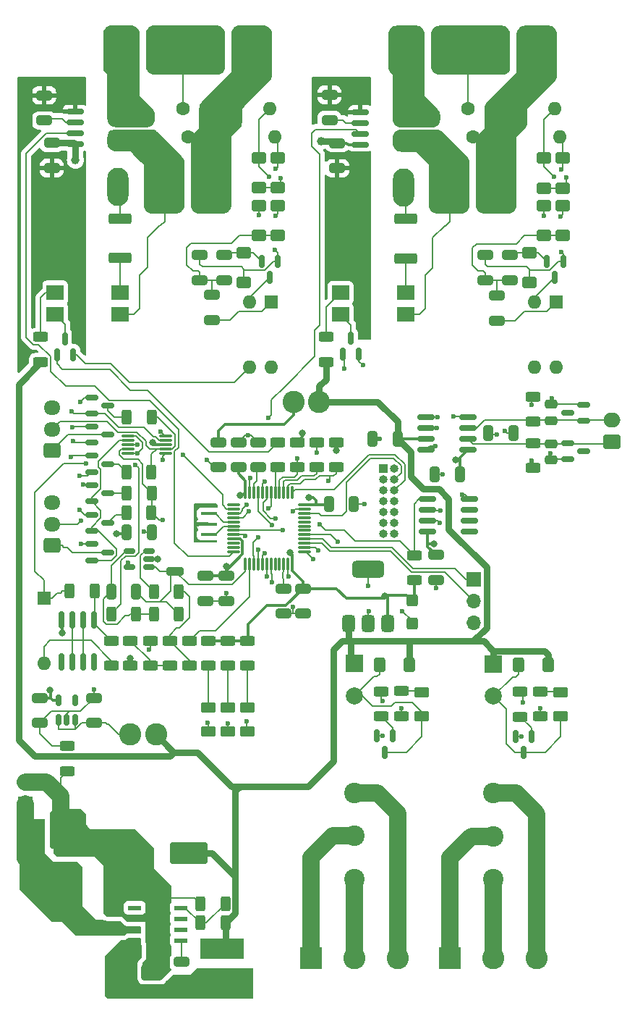
<source format=gbr>
%TF.GenerationSoftware,KiCad,Pcbnew,8.0.9-8.0.9-0~ubuntu24.04.1*%
%TF.CreationDate,2025-02-26T12:07:28+01:00*%
%TF.ProjectId,TempControllerMainBoard,54656d70-436f-46e7-9472-6f6c6c65724d,rev?*%
%TF.SameCoordinates,Original*%
%TF.FileFunction,Copper,L1,Top*%
%TF.FilePolarity,Positive*%
%FSLAX46Y46*%
G04 Gerber Fmt 4.6, Leading zero omitted, Abs format (unit mm)*
G04 Created by KiCad (PCBNEW 8.0.9-8.0.9-0~ubuntu24.04.1) date 2025-02-26 12:07:28*
%MOMM*%
%LPD*%
G01*
G04 APERTURE LIST*
G04 Aperture macros list*
%AMRoundRect*
0 Rectangle with rounded corners*
0 $1 Rounding radius*
0 $2 $3 $4 $5 $6 $7 $8 $9 X,Y pos of 4 corners*
0 Add a 4 corners polygon primitive as box body*
4,1,4,$2,$3,$4,$5,$6,$7,$8,$9,$2,$3,0*
0 Add four circle primitives for the rounded corners*
1,1,$1+$1,$2,$3*
1,1,$1+$1,$4,$5*
1,1,$1+$1,$6,$7*
1,1,$1+$1,$8,$9*
0 Add four rect primitives between the rounded corners*
20,1,$1+$1,$2,$3,$4,$5,0*
20,1,$1+$1,$4,$5,$6,$7,0*
20,1,$1+$1,$6,$7,$8,$9,0*
20,1,$1+$1,$8,$9,$2,$3,0*%
G04 Aperture macros list end*
%TA.AperFunction,SMDPad,CuDef*%
%ADD10RoundRect,0.250000X0.650000X-0.325000X0.650000X0.325000X-0.650000X0.325000X-0.650000X-0.325000X0*%
%TD*%
%TA.AperFunction,SMDPad,CuDef*%
%ADD11RoundRect,0.250000X-0.650000X0.325000X-0.650000X-0.325000X0.650000X-0.325000X0.650000X0.325000X0*%
%TD*%
%TA.AperFunction,ComponentPad*%
%ADD12R,1.600000X1.600000*%
%TD*%
%TA.AperFunction,ComponentPad*%
%ADD13O,1.600000X1.600000*%
%TD*%
%TA.AperFunction,SMDPad,CuDef*%
%ADD14RoundRect,0.250000X0.625000X-0.312500X0.625000X0.312500X-0.625000X0.312500X-0.625000X-0.312500X0*%
%TD*%
%TA.AperFunction,SMDPad,CuDef*%
%ADD15RoundRect,0.150000X0.150000X-0.512500X0.150000X0.512500X-0.150000X0.512500X-0.150000X-0.512500X0*%
%TD*%
%TA.AperFunction,SMDPad,CuDef*%
%ADD16RoundRect,0.250000X-0.625000X0.312500X-0.625000X-0.312500X0.625000X-0.312500X0.625000X0.312500X0*%
%TD*%
%TA.AperFunction,ComponentPad*%
%ADD17C,2.600000*%
%TD*%
%TA.AperFunction,SMDPad,CuDef*%
%ADD18RoundRect,0.150000X-0.150000X0.587500X-0.150000X-0.587500X0.150000X-0.587500X0.150000X0.587500X0*%
%TD*%
%TA.AperFunction,SMDPad,CuDef*%
%ADD19RoundRect,0.250000X-0.625000X0.375000X-0.625000X-0.375000X0.625000X-0.375000X0.625000X0.375000X0*%
%TD*%
%TA.AperFunction,SMDPad,CuDef*%
%ADD20RoundRect,0.250000X0.325000X0.650000X-0.325000X0.650000X-0.325000X-0.650000X0.325000X-0.650000X0*%
%TD*%
%TA.AperFunction,SMDPad,CuDef*%
%ADD21RoundRect,0.250000X-0.475000X0.250000X-0.475000X-0.250000X0.475000X-0.250000X0.475000X0.250000X0*%
%TD*%
%TA.AperFunction,SMDPad,CuDef*%
%ADD22RoundRect,0.250000X-0.312500X-0.625000X0.312500X-0.625000X0.312500X0.625000X-0.312500X0.625000X0*%
%TD*%
%TA.AperFunction,ComponentPad*%
%ADD23C,1.600000*%
%TD*%
%TA.AperFunction,ComponentPad*%
%ADD24RoundRect,0.250000X0.725000X-0.600000X0.725000X0.600000X-0.725000X0.600000X-0.725000X-0.600000X0*%
%TD*%
%TA.AperFunction,ComponentPad*%
%ADD25O,1.950000X1.700000*%
%TD*%
%TA.AperFunction,SMDPad,CuDef*%
%ADD26RoundRect,0.250000X-1.000000X-0.650000X1.000000X-0.650000X1.000000X0.650000X-1.000000X0.650000X0*%
%TD*%
%TA.AperFunction,ComponentPad*%
%ADD27C,2.400000*%
%TD*%
%TA.AperFunction,ComponentPad*%
%ADD28R,2.000000X2.000000*%
%TD*%
%TA.AperFunction,ComponentPad*%
%ADD29C,2.000000*%
%TD*%
%TA.AperFunction,SMDPad,CuDef*%
%ADD30RoundRect,0.250000X0.600000X-0.400000X0.600000X0.400000X-0.600000X0.400000X-0.600000X-0.400000X0*%
%TD*%
%TA.AperFunction,SMDPad,CuDef*%
%ADD31RoundRect,0.250000X1.950000X1.000000X-1.950000X1.000000X-1.950000X-1.000000X1.950000X-1.000000X0*%
%TD*%
%TA.AperFunction,ComponentPad*%
%ADD32R,1.700000X1.700000*%
%TD*%
%TA.AperFunction,ComponentPad*%
%ADD33O,1.700000X1.700000*%
%TD*%
%TA.AperFunction,SMDPad,CuDef*%
%ADD34RoundRect,0.250000X0.625000X-0.375000X0.625000X0.375000X-0.625000X0.375000X-0.625000X-0.375000X0*%
%TD*%
%TA.AperFunction,ComponentPad*%
%ADD35RoundRect,0.250000X0.750000X-0.600000X0.750000X0.600000X-0.750000X0.600000X-0.750000X-0.600000X0*%
%TD*%
%TA.AperFunction,ComponentPad*%
%ADD36O,2.000000X1.700000*%
%TD*%
%TA.AperFunction,SMDPad,CuDef*%
%ADD37RoundRect,0.150000X-0.150000X0.825000X-0.150000X-0.825000X0.150000X-0.825000X0.150000X0.825000X0*%
%TD*%
%TA.AperFunction,ComponentPad*%
%ADD38R,2.600000X2.600000*%
%TD*%
%TA.AperFunction,SMDPad,CuDef*%
%ADD39R,1.900000X0.400000*%
%TD*%
%TA.AperFunction,SMDPad,CuDef*%
%ADD40RoundRect,0.250000X0.312500X0.625000X-0.312500X0.625000X-0.312500X-0.625000X0.312500X-0.625000X0*%
%TD*%
%TA.AperFunction,SMDPad,CuDef*%
%ADD41RoundRect,0.075000X-0.650000X-0.075000X0.650000X-0.075000X0.650000X0.075000X-0.650000X0.075000X0*%
%TD*%
%TA.AperFunction,SMDPad,CuDef*%
%ADD42RoundRect,0.150000X-0.587500X-0.150000X0.587500X-0.150000X0.587500X0.150000X-0.587500X0.150000X0*%
%TD*%
%TA.AperFunction,SMDPad,CuDef*%
%ADD43RoundRect,0.250000X0.400000X0.600000X-0.400000X0.600000X-0.400000X-0.600000X0.400000X-0.600000X0*%
%TD*%
%TA.AperFunction,SMDPad,CuDef*%
%ADD44RoundRect,0.250000X1.000000X-1.950000X1.000000X1.950000X-1.000000X1.950000X-1.000000X-1.950000X0*%
%TD*%
%TA.AperFunction,SMDPad,CuDef*%
%ADD45RoundRect,0.150000X0.587500X0.150000X-0.587500X0.150000X-0.587500X-0.150000X0.587500X-0.150000X0*%
%TD*%
%TA.AperFunction,SMDPad,CuDef*%
%ADD46RoundRect,0.250000X0.475000X-0.250000X0.475000X0.250000X-0.475000X0.250000X-0.475000X-0.250000X0*%
%TD*%
%TA.AperFunction,SMDPad,CuDef*%
%ADD47R,2.000000X1.780000*%
%TD*%
%TA.AperFunction,SMDPad,CuDef*%
%ADD48RoundRect,0.150000X0.825000X0.150000X-0.825000X0.150000X-0.825000X-0.150000X0.825000X-0.150000X0*%
%TD*%
%TA.AperFunction,SMDPad,CuDef*%
%ADD49RoundRect,0.250000X-0.750000X0.250000X-0.750000X-0.250000X0.750000X-0.250000X0.750000X0.250000X0*%
%TD*%
%TA.AperFunction,SMDPad,CuDef*%
%ADD50RoundRect,0.250000X-0.325000X-0.650000X0.325000X-0.650000X0.325000X0.650000X-0.325000X0.650000X0*%
%TD*%
%TA.AperFunction,SMDPad,CuDef*%
%ADD51RoundRect,0.150000X0.150000X-0.587500X0.150000X0.587500X-0.150000X0.587500X-0.150000X-0.587500X0*%
%TD*%
%TA.AperFunction,SMDPad,CuDef*%
%ADD52RoundRect,0.375000X0.375000X-0.625000X0.375000X0.625000X-0.375000X0.625000X-0.375000X-0.625000X0*%
%TD*%
%TA.AperFunction,SMDPad,CuDef*%
%ADD53RoundRect,0.500000X1.400000X-0.500000X1.400000X0.500000X-1.400000X0.500000X-1.400000X-0.500000X0*%
%TD*%
%TA.AperFunction,SMDPad,CuDef*%
%ADD54RoundRect,0.250000X-0.600000X0.400000X-0.600000X-0.400000X0.600000X-0.400000X0.600000X0.400000X0*%
%TD*%
%TA.AperFunction,SMDPad,CuDef*%
%ADD55RoundRect,0.250000X1.075000X-0.362500X1.075000X0.362500X-1.075000X0.362500X-1.075000X-0.362500X0*%
%TD*%
%TA.AperFunction,SMDPad,CuDef*%
%ADD56R,1.550000X0.600000*%
%TD*%
%TA.AperFunction,ComponentPad*%
%ADD57C,0.600000*%
%TD*%
%TA.AperFunction,SMDPad,CuDef*%
%ADD58R,2.600000X3.100000*%
%TD*%
%TA.AperFunction,SMDPad,CuDef*%
%ADD59R,2.950000X4.500000*%
%TD*%
%TA.AperFunction,ComponentPad*%
%ADD60R,1.000000X1.000000*%
%TD*%
%TA.AperFunction,ComponentPad*%
%ADD61O,1.000000X1.000000*%
%TD*%
%TA.AperFunction,SMDPad,CuDef*%
%ADD62RoundRect,0.150000X0.512500X0.150000X-0.512500X0.150000X-0.512500X-0.150000X0.512500X-0.150000X0*%
%TD*%
%TA.AperFunction,SMDPad,CuDef*%
%ADD63R,5.100000X2.350000*%
%TD*%
%TA.AperFunction,SMDPad,CuDef*%
%ADD64RoundRect,0.250000X-0.425000X0.450000X-0.425000X-0.450000X0.425000X-0.450000X0.425000X0.450000X0*%
%TD*%
%TA.AperFunction,SMDPad,CuDef*%
%ADD65RoundRect,0.075000X-0.662500X-0.075000X0.662500X-0.075000X0.662500X0.075000X-0.662500X0.075000X0*%
%TD*%
%TA.AperFunction,SMDPad,CuDef*%
%ADD66RoundRect,0.075000X-0.075000X-0.662500X0.075000X-0.662500X0.075000X0.662500X-0.075000X0.662500X0*%
%TD*%
%TA.AperFunction,SMDPad,CuDef*%
%ADD67RoundRect,0.150000X-0.825000X-0.150000X0.825000X-0.150000X0.825000X0.150000X-0.825000X0.150000X0*%
%TD*%
%TA.AperFunction,ComponentPad*%
%ADD68R,2.500000X4.500000*%
%TD*%
%TA.AperFunction,ComponentPad*%
%ADD69O,2.500000X4.500000*%
%TD*%
%TA.AperFunction,ViaPad*%
%ADD70C,0.600000*%
%TD*%
%TA.AperFunction,ViaPad*%
%ADD71C,0.800000*%
%TD*%
%TA.AperFunction,ViaPad*%
%ADD72C,0.750000*%
%TD*%
%TA.AperFunction,ViaPad*%
%ADD73C,1.000000*%
%TD*%
%TA.AperFunction,Conductor*%
%ADD74C,0.200000*%
%TD*%
%TA.AperFunction,Conductor*%
%ADD75C,2.000000*%
%TD*%
%TA.AperFunction,Conductor*%
%ADD76C,0.300000*%
%TD*%
%TA.AperFunction,Conductor*%
%ADD77C,0.800000*%
%TD*%
G04 APERTURE END LIST*
D10*
%TO.P,C7,1*%
%TO.N,+3.3V*%
X121837500Y-116675000D03*
%TO.P,C7,2*%
%TO.N,GND*%
X121837500Y-113725000D03*
%TD*%
D11*
%TO.P,C5,1*%
%TO.N,+3.3V*%
X129437500Y-130825000D03*
%TO.P,C5,2*%
%TO.N,GND*%
X129437500Y-133775000D03*
%TD*%
D12*
%TO.P,U4,1*%
%TO.N,Net-(R35-Pad2)*%
X125675000Y-97300000D03*
D13*
%TO.P,U4,2*%
%TO.N,Net-(Q13-C)*%
X123135000Y-97300000D03*
%TO.P,U4,3*%
%TO.N,GND*%
X123135000Y-104920000D03*
%TO.P,U4,4*%
%TO.N,/CH1_ZCD*%
X125675000Y-104920000D03*
%TD*%
D14*
%TO.P,R28,1*%
%TO.N,GND*%
X101775000Y-152162500D03*
%TO.P,R28,2*%
%TO.N,GNDA*%
X101775000Y-149237500D03*
%TD*%
D15*
%TO.P,U14,1,IN*%
%TO.N,Net-(U14-EN)*%
X100800000Y-146162500D03*
%TO.P,U14,2,GND*%
%TO.N,GNDA*%
X101750000Y-146162500D03*
%TO.P,U14,3,EN*%
%TO.N,Net-(U14-EN)*%
X102700000Y-146162500D03*
%TO.P,U14,4,NC*%
%TO.N,unconnected-(U14-NC-Pad4)*%
X102700000Y-143887500D03*
%TO.P,U14,5,OUT*%
%TO.N,+3.3VA*%
X100800000Y-143887500D03*
%TD*%
D16*
%TO.P,R14,1*%
%TO.N,Net-(Q4-B)*%
X131000000Y-113737500D03*
%TO.P,R14,2*%
%TO.N,/CH2_EN*%
X131000000Y-116662500D03*
%TD*%
D17*
%TO.P,L2,1*%
%TO.N,+5V*%
X131300000Y-109000000D03*
%TO.P,L2,2*%
%TO.N,+5VA*%
X128300000Y-109000000D03*
%TD*%
D18*
%TO.P,Q14,1,B*%
%TO.N,Net-(D17-A)*%
X159850000Y-92592500D03*
%TO.P,Q14,2,E*%
%TO.N,Net-(D23-A)*%
X157950000Y-92592500D03*
%TO.P,Q14,3,C*%
%TO.N,Net-(Q14-C)*%
X158900000Y-94467500D03*
%TD*%
D19*
%TO.P,D7,1,K*%
%TO.N,Net-(D7-K)*%
X143325000Y-142950000D03*
%TO.P,D7,2,A*%
%TO.N,Net-(D6-A)*%
X143325000Y-145750000D03*
%TD*%
D20*
%TO.P,C16,1*%
%TO.N,+5V*%
X140475000Y-113350000D03*
%TO.P,C16,2*%
%TO.N,GND*%
X137525000Y-113350000D03*
%TD*%
D21*
%TO.P,C19,1*%
%TO.N,/CANBus/CAN-*%
X158437500Y-113900000D03*
%TO.P,C19,2*%
%TO.N,GND*%
X158437500Y-115800000D03*
%TD*%
D22*
%TO.P,R20,1*%
%TO.N,Net-(Q10-D)*%
X108750000Y-119700000D03*
%TO.P,R20,2*%
%TO.N,Net-(J7-Pin_2)*%
X111675000Y-119700000D03*
%TD*%
D23*
%TO.P,R10,1*%
%TO.N,/PowerOutout1/Main_L*%
X149320000Y-78030000D03*
D13*
%TO.P,R10,2*%
%TO.N,Net-(D17-K)*%
X159480000Y-78030000D03*
%TD*%
D24*
%TO.P,J7,1,Pin_1*%
%TO.N,Net-(J7-Pin_1)*%
X100050000Y-125800000D03*
D25*
%TO.P,J7,2,Pin_2*%
%TO.N,Net-(J7-Pin_2)*%
X100050000Y-123300000D03*
%TO.P,J7,3,Pin_3*%
%TO.N,GNDA*%
X100050000Y-120800000D03*
%TD*%
D24*
%TO.P,J6,1,Pin_1*%
%TO.N,Net-(J6-Pin_1)*%
X100050000Y-114700000D03*
D25*
%TO.P,J6,2,Pin_2*%
%TO.N,Net-(J6-Pin_2)*%
X100050000Y-112200000D03*
%TO.P,J6,3,Pin_3*%
%TO.N,GNDA*%
X100050000Y-109700000D03*
%TD*%
D14*
%TO.P,R17,1*%
%TO.N,GND*%
X140925000Y-145762500D03*
%TO.P,R17,2*%
%TO.N,Net-(D7-K)*%
X140925000Y-142837500D03*
%TD*%
D26*
%TO.P,D11,1,K*%
%TO.N,Net-(D11-K)*%
X107750000Y-175725000D03*
%TO.P,D11,2,A*%
%TO.N,GND*%
X111750000Y-175725000D03*
%TD*%
D27*
%TO.P,K1,11*%
%TO.N,Net-(J5-Pin_1)*%
X135450000Y-159760000D03*
%TO.P,K1,12*%
%TO.N,Net-(J5-Pin_3)*%
X135450000Y-154720000D03*
%TO.P,K1,14*%
%TO.N,Net-(J5-Pin_2)*%
X135450000Y-164800000D03*
D28*
%TO.P,K1,A1*%
%TO.N,+5V*%
X135450000Y-139600000D03*
D29*
%TO.P,K1,A2*%
%TO.N,Net-(D6-A)*%
X135450000Y-143380000D03*
%TD*%
D30*
%TO.P,D4,1,K*%
%TO.N,Net-(D14-K)*%
X124200000Y-89550000D03*
%TO.P,D4,2,A*%
%TO.N,Net-(D16-K)*%
X124200000Y-86050000D03*
%TD*%
D31*
%TO.P,C23,1*%
%TO.N,+5V*%
X116000000Y-161775000D03*
%TO.P,C23,2*%
%TO.N,GND*%
X108600000Y-161775000D03*
%TD*%
D32*
%TO.P,J2,1,Pin_1*%
%TO.N,/USART1_RX_PB15*%
X149425000Y-129785000D03*
D33*
%TO.P,J2,2,Pin_2*%
%TO.N,/USART1_TX_PB14*%
X149425000Y-132325000D03*
%TO.P,J2,3,Pin_3*%
%TO.N,GND*%
X149425000Y-134865000D03*
%TD*%
D34*
%TO.P,D_status1,1,K*%
%TO.N,/STATUS_LED*%
X122900000Y-147525000D03*
%TO.P,D_status1,2,A*%
%TO.N,Net-(D_status1-A)*%
X122900000Y-144725000D03*
%TD*%
D11*
%TO.P,C30,1*%
%TO.N,+3.3VA*%
X118000000Y-129350000D03*
%TO.P,C30,2*%
%TO.N,GNDA*%
X118000000Y-132300000D03*
%TD*%
D10*
%TO.P,C28,1*%
%TO.N,Net-(D14-K)*%
X120200000Y-94775000D03*
%TO.P,C28,2*%
%TO.N,Net-(D22-A)*%
X120200000Y-91825000D03*
%TD*%
D35*
%TO.P,J9,1,Pin_1*%
%TO.N,/CANBus/CAN-*%
X165550000Y-113650000D03*
D36*
%TO.P,J9,2,Pin_2*%
%TO.N,/CANBus/CAN+*%
X165550000Y-111150000D03*
%TD*%
D22*
%TO.P,Ra1,1*%
%TO.N,Net-(Ra1-Pad1)*%
X106937500Y-133800000D03*
%TO.P,Ra1,2*%
%TO.N,Net-(U10--)*%
X109862500Y-133800000D03*
%TD*%
D11*
%TO.P,C9,1*%
%TO.N,+5VA*%
X100000000Y-78725000D03*
%TO.P,C9,2*%
%TO.N,GNDA*%
X100000000Y-81675000D03*
%TD*%
D37*
%TO.P,U9,1*%
%TO.N,Net-(Rs1-Pad2)*%
X104955000Y-134475000D03*
%TO.P,U9,2*%
%TO.N,Net-(D8-A)*%
X103685000Y-134475000D03*
%TO.P,U9,3*%
X102415000Y-134475000D03*
%TO.P,U9,4*%
%TO.N,+3.3VA*%
X101145000Y-134475000D03*
%TO.P,U9,5*%
%TO.N,N/C*%
X101145000Y-139425000D03*
%TO.P,U9,6*%
%TO.N,Net-(D8-A)*%
X102415000Y-139425000D03*
%TO.P,U9,7*%
X103685000Y-139425000D03*
%TO.P,U9,8*%
%TO.N,N/C*%
X104955000Y-139425000D03*
%TD*%
D10*
%TO.P,C12,1*%
%TO.N,Net-(U6-VZCR)*%
X132500000Y-76075000D03*
%TO.P,C12,2*%
%TO.N,GNDA*%
X132500000Y-73125000D03*
%TD*%
D14*
%TO.P,R25,1*%
%TO.N,Net-(C17-Pad2)*%
X156337500Y-116762500D03*
%TO.P,R25,2*%
%TO.N,/CANBus/CAN-*%
X156337500Y-113837500D03*
%TD*%
D11*
%TO.P,C31,1*%
%TO.N,+3.3V*%
X144950000Y-126925000D03*
%TO.P,C31,2*%
%TO.N,GND*%
X144950000Y-129875000D03*
%TD*%
D14*
%TO.P,R23,1*%
%TO.N,Net-(R22-Pad2)*%
X111500000Y-139862500D03*
%TO.P,R23,2*%
%TO.N,GNDA*%
X111500000Y-136937500D03*
%TD*%
D38*
%TO.P,J5,1,Pin_1*%
%TO.N,Net-(J5-Pin_1)*%
X130365000Y-174050000D03*
D17*
%TO.P,J5,2,Pin_2*%
%TO.N,Net-(J5-Pin_2)*%
X135445000Y-174050000D03*
%TO.P,J5,3,Pin_3*%
%TO.N,Net-(J5-Pin_3)*%
X140525000Y-174050000D03*
%TD*%
D38*
%TO.P,J11,1,Pin_1*%
%TO.N,Net-(J11-Pin_1)*%
X146615000Y-174080000D03*
D17*
%TO.P,J11,2,Pin_2*%
%TO.N,Net-(J11-Pin_2)*%
X151695000Y-174080000D03*
%TO.P,J11,3,Pin_3*%
%TO.N,Net-(J11-Pin_3)*%
X156775000Y-174080000D03*
%TD*%
D39*
%TO.P,Y1,1*%
%TO.N,Net-(U1-PH0)*%
X118425000Y-122100000D03*
%TO.P,Y1,2*%
%TO.N,GND*%
X118425000Y-123300000D03*
%TO.P,Y1,3*%
%TO.N,Net-(U1-PH1)*%
X118425000Y-124500000D03*
%TD*%
D30*
%TO.P,D5,1,K*%
%TO.N,Net-(D15-K)*%
X157600000Y-89580000D03*
%TO.P,D5,2,A*%
%TO.N,Net-(D17-K)*%
X157600000Y-86080000D03*
%TD*%
D40*
%TO.P,Ra2,1*%
%TO.N,Net-(R31-Pad2)*%
X114862500Y-131200000D03*
%TO.P,Ra2,2*%
%TO.N,Net-(U10-+)*%
X111937500Y-131200000D03*
%TD*%
D27*
%TO.P,K2,11*%
%TO.N,Net-(J11-Pin_1)*%
X151700000Y-159790000D03*
%TO.P,K2,12*%
%TO.N,Net-(J11-Pin_3)*%
X151700000Y-154750000D03*
%TO.P,K2,14*%
%TO.N,Net-(J11-Pin_2)*%
X151700000Y-164830000D03*
D28*
%TO.P,K2,A1*%
%TO.N,+5V*%
X151700000Y-139630000D03*
D29*
%TO.P,K2,A2*%
%TO.N,Net-(D12-A)*%
X151700000Y-143410000D03*
%TD*%
D38*
%TO.P,J3,1,Pin_1*%
%TO.N,/PowerOutout/Main_L_Detect*%
X108060000Y-67400000D03*
D17*
%TO.P,J3,2,Pin_2*%
%TO.N,/PowerOutout/Main_N*%
X113140000Y-67400000D03*
%TO.P,J3,3,Pin_3*%
X118220000Y-67400000D03*
%TO.P,J3,4,Pin_4*%
%TO.N,/PowerOutout/Main_L*%
X123300000Y-67400000D03*
%TD*%
D41*
%TO.P,U8,1*%
%TO.N,/TEMP_CH_SEL*%
X108950000Y-113000000D03*
%TO.P,U8,2*%
%TO.N,Net-(Q10-S)*%
X108950000Y-113500000D03*
%TO.P,U8,3,GND*%
%TO.N,GNDA*%
X108950000Y-114000000D03*
%TO.P,U8,4*%
%TO.N,Net-(J7-Pin_2)*%
X108950000Y-114500000D03*
%TO.P,U8,5*%
%TO.N,/TEMP_CH_SEL*%
X108950000Y-115000000D03*
%TO.P,U8,6*%
%TO.N,Net-(Ra1-Pad1)*%
X113350000Y-115000000D03*
%TO.P,U8,7*%
%TO.N,Net-(J6-Pin_2)*%
X113350000Y-114500000D03*
%TO.P,U8,8,VCC*%
%TO.N,+3.3VA*%
X113350000Y-114000000D03*
%TO.P,U8,9*%
%TO.N,Net-(Q6-S)*%
X113350000Y-113500000D03*
%TO.P,U8,10*%
%TO.N,Net-(D8-K)*%
X113350000Y-113000000D03*
%TD*%
D40*
%TO.P,R27,1*%
%TO.N,/Power/FB*%
X120312500Y-167675000D03*
%TO.P,R27,2*%
%TO.N,GND*%
X117387500Y-167675000D03*
%TD*%
D14*
%TO.P,R22,1*%
%TO.N,+3.3VA*%
X109200000Y-139862500D03*
%TO.P,R22,2*%
%TO.N,Net-(R22-Pad2)*%
X109200000Y-136937500D03*
%TD*%
D42*
%TO.P,Q7,1,G*%
%TO.N,/R_{max}_EN*%
X104662500Y-108487500D03*
%TO.P,Q7,2,S*%
%TO.N,Net-(Q6-S)*%
X104662500Y-110387500D03*
%TO.P,Q7,3,D*%
%TO.N,Net-(Q7-D)*%
X106537500Y-109437500D03*
%TD*%
D43*
%TO.P,D12,1,K*%
%TO.N,+5V*%
X158100000Y-139780000D03*
%TO.P,D12,2,A*%
%TO.N,Net-(D12-A)*%
X154600000Y-139780000D03*
%TD*%
D11*
%TO.P,C27,1*%
%TO.N,+3.3VA*%
X98550000Y-143612500D03*
%TO.P,C27,2*%
%TO.N,GNDA*%
X98550000Y-146562500D03*
%TD*%
D42*
%TO.P,Q9,1,G*%
%TO.N,/R_{pt}_EN*%
X104662500Y-125650000D03*
%TO.P,Q9,2,S*%
%TO.N,Net-(Q10-S)*%
X104662500Y-127550000D03*
%TO.P,Q9,3,D*%
%TO.N,Net-(J7-Pin_1)*%
X106537500Y-126600000D03*
%TD*%
D16*
%TO.P,R16,1*%
%TO.N,/GPRelay_2_EN*%
X138587500Y-142862500D03*
%TO.P,R16,2*%
%TO.N,Net-(Q5-B)*%
X138587500Y-145787500D03*
%TD*%
D10*
%TO.P,R34,1*%
%TO.N,Net-(D15-K)*%
X150700000Y-94805000D03*
%TO.P,R34,2*%
%TO.N,Net-(D17-A)*%
X150700000Y-91855000D03*
%TD*%
D30*
%TO.P,D23,1,K*%
%TO.N,Net-(D17-A)*%
X155900000Y-95080000D03*
%TO.P,D23,2,A*%
%TO.N,Net-(D23-A)*%
X155900000Y-91580000D03*
%TD*%
D14*
%TO.P,R24,1*%
%TO.N,/CANBus/CAN+*%
X156337500Y-111325000D03*
%TO.P,R24,2*%
%TO.N,Net-(C17-Pad2)*%
X156337500Y-108400000D03*
%TD*%
D44*
%TO.P,C20,1*%
%TO.N,Net-(J10-Pin_1)*%
X101000000Y-166500000D03*
%TO.P,C20,2*%
%TO.N,GND*%
X101000000Y-159100000D03*
%TD*%
D45*
%TO.P,D9,1,K*%
%TO.N,/CANBus/CAN+*%
X162275000Y-111250000D03*
%TO.P,D9,2,K*%
%TO.N,GND*%
X162275000Y-109350000D03*
%TO.P,D9,3,A*%
%TO.N,unconnected-(D9-A-Pad3)*%
X160400000Y-110300000D03*
%TD*%
D46*
%TO.P,C18,1*%
%TO.N,/CANBus/CAN+*%
X158437500Y-111200000D03*
%TO.P,C18,2*%
%TO.N,GND*%
X158437500Y-109300000D03*
%TD*%
D20*
%TO.P,C14,1*%
%TO.N,GNDA*%
X111675000Y-124250000D03*
%TO.P,C14,2*%
%TO.N,+3.3VA*%
X108725000Y-124250000D03*
%TD*%
D22*
%TO.P,Rs1,1*%
%TO.N,Net-(D8-K)*%
X102087500Y-131150000D03*
%TO.P,Rs1,2*%
%TO.N,Net-(Rs1-Pad2)*%
X105012500Y-131150000D03*
%TD*%
D16*
%TO.P,R3,1*%
%TO.N,+3.3V*%
X118350000Y-136937500D03*
%TO.P,R3,2*%
%TO.N,Net-(D_pwr1-A)*%
X118350000Y-139862500D03*
%TD*%
D47*
%TO.P,U2,1*%
%TO.N,Net-(R7-Pad1)*%
X100390000Y-96230000D03*
%TO.P,U2,2*%
%TO.N,Net-(Q2-C)*%
X100390000Y-98770000D03*
%TO.P,U2,3*%
%TO.N,/PowerOutout/Main_L_OUT*%
X108010000Y-98770000D03*
%TO.P,U2,4*%
%TO.N,Net-(R6-Pad1)*%
X108010000Y-96230000D03*
%TD*%
D48*
%TO.P,U6,1,IP+*%
%TO.N,/PowerOutout1/Main_L_OUT*%
X141075000Y-78935000D03*
%TO.P,U6,2,IP+*%
X141075000Y-77665000D03*
%TO.P,U6,3,IP-*%
%TO.N,/PowerOutout1/Main_L_Detect*%
X141075000Y-76395000D03*
%TO.P,U6,4,IP-*%
X141075000Y-75125000D03*
%TO.P,U6,5,GND*%
%TO.N,GNDA*%
X136125000Y-75125000D03*
%TO.P,U6,6,VZCR*%
%TO.N,Net-(U6-VZCR)*%
X136125000Y-76395000D03*
%TO.P,U6,7,VIOUT*%
%TO.N,/CH2_CURRENT_ADC*%
X136125000Y-77665000D03*
%TO.P,U6,8,VCC*%
%TO.N,+5VA*%
X136125000Y-78935000D03*
%TD*%
D10*
%TO.P,C29,1*%
%TO.N,Net-(D15-K)*%
X153600000Y-94805000D03*
%TO.P,C29,2*%
%TO.N,Net-(D23-A)*%
X153600000Y-91855000D03*
%TD*%
D42*
%TO.P,D10,1,K*%
%TO.N,/CANBus/CAN-*%
X160412500Y-113850000D03*
%TO.P,D10,2,K*%
%TO.N,GND*%
X160412500Y-115750000D03*
%TO.P,D10,3,A*%
%TO.N,unconnected-(D10-A-Pad3)*%
X162287500Y-114800000D03*
%TD*%
D11*
%TO.P,C11,1*%
%TO.N,+5VA*%
X133400000Y-78755000D03*
%TO.P,C11,2*%
%TO.N,GNDA*%
X133400000Y-81705000D03*
%TD*%
D23*
%TO.P,R11,1*%
%TO.N,/PowerOutout1/Main_N*%
X148740000Y-74730000D03*
D13*
%TO.P,R11,2*%
%TO.N,Net-(D15-A)*%
X158900000Y-74730000D03*
%TD*%
D49*
%TO.P,J8,1,Pin_1*%
%TO.N,/TEMP_ADC*%
X114400000Y-128800000D03*
%TD*%
D10*
%TO.P,C25,1*%
%TO.N,Net-(U14-EN)*%
X104950000Y-146562500D03*
%TO.P,C25,2*%
%TO.N,GNDA*%
X104950000Y-143612500D03*
%TD*%
D50*
%TO.P,C17,1*%
%TO.N,GND*%
X151075000Y-112700000D03*
%TO.P,C17,2*%
%TO.N,Net-(C17-Pad2)*%
X154025000Y-112700000D03*
%TD*%
D43*
%TO.P,D6,1,K*%
%TO.N,+5V*%
X141850000Y-139750000D03*
%TO.P,D6,2,A*%
%TO.N,Net-(D6-A)*%
X138350000Y-139750000D03*
%TD*%
D11*
%TO.P,C3,1*%
%TO.N,Net-(C3-Pad1)*%
X127137500Y-130825000D03*
%TO.P,C3,2*%
%TO.N,GND*%
X127137500Y-133775000D03*
%TD*%
D32*
%TO.P,J10,1,Pin_1*%
%TO.N,Net-(J10-Pin_1)*%
X96900000Y-155975000D03*
D33*
%TO.P,J10,2,Pin_2*%
%TO.N,GND*%
X96900000Y-153435000D03*
%TD*%
D12*
%TO.P,U7,1*%
%TO.N,Net-(R36-Pad2)*%
X159075000Y-97330000D03*
D13*
%TO.P,U7,2*%
%TO.N,Net-(Q14-C)*%
X156535000Y-97330000D03*
%TO.P,U7,3*%
%TO.N,GND*%
X156535000Y-104950000D03*
%TO.P,U7,4*%
%TO.N,/CH2_ZCD*%
X159075000Y-104950000D03*
%TD*%
D50*
%TO.P,C6,1*%
%TO.N,+3.3V*%
X132412500Y-120950000D03*
%TO.P,C6,2*%
%TO.N,GND*%
X135362500Y-120950000D03*
%TD*%
D18*
%TO.P,Q5,1,B*%
%TO.N,Net-(Q5-B)*%
X139925000Y-148087500D03*
%TO.P,Q5,2,E*%
%TO.N,GND*%
X138025000Y-148087500D03*
%TO.P,Q5,3,C*%
%TO.N,Net-(D6-A)*%
X138975000Y-149962500D03*
%TD*%
D11*
%TO.P,C24,1*%
%TO.N,+5VA*%
X119500000Y-113725000D03*
%TO.P,C24,2*%
%TO.N,GNDA*%
X119500000Y-116675000D03*
%TD*%
D48*
%TO.P,U3,1,IP+*%
%TO.N,/PowerOutout/Main_L_OUT*%
X107675000Y-78905000D03*
%TO.P,U3,2,IP+*%
X107675000Y-77635000D03*
%TO.P,U3,3,IP-*%
%TO.N,/PowerOutout/Main_L_Detect*%
X107675000Y-76365000D03*
%TO.P,U3,4,IP-*%
X107675000Y-75095000D03*
%TO.P,U3,5,GND*%
%TO.N,GNDA*%
X102725000Y-75095000D03*
%TO.P,U3,6,VZCR*%
%TO.N,Net-(U3-VZCR)*%
X102725000Y-76365000D03*
%TO.P,U3,7,VIOUT*%
%TO.N,/CH1_CURRENT_ADC*%
X102725000Y-77635000D03*
%TO.P,U3,8,VCC*%
%TO.N,+5VA*%
X102725000Y-78905000D03*
%TD*%
D14*
%TO.P,R32,1*%
%TO.N,Net-(R22-Pad2)*%
X113800000Y-139862500D03*
%TO.P,R32,2*%
%TO.N,Net-(R31-Pad2)*%
X113800000Y-136937500D03*
%TD*%
D12*
%TO.P,D8,1,K*%
%TO.N,Net-(D8-K)*%
X99055000Y-131965000D03*
D13*
%TO.P,D8,2,A*%
%TO.N,Net-(D8-A)*%
X99055000Y-139585000D03*
%TD*%
D10*
%TO.P,R33,1*%
%TO.N,Net-(D14-K)*%
X117300000Y-94775000D03*
%TO.P,R33,2*%
%TO.N,Net-(D16-A)*%
X117300000Y-91825000D03*
%TD*%
D51*
%TO.P,Q2,1,B*%
%TO.N,Net-(Q2-B)*%
X100600000Y-103500000D03*
%TO.P,Q2,2,E*%
%TO.N,GND*%
X102500000Y-103500000D03*
%TO.P,Q2,3,C*%
%TO.N,Net-(Q2-C)*%
X101550000Y-101625000D03*
%TD*%
D14*
%TO.P,R37,1*%
%TO.N,+3.3V*%
X142400000Y-129862500D03*
%TO.P,R37,2*%
%TO.N,/I2C1_SDA*%
X142400000Y-126937500D03*
%TD*%
D30*
%TO.P,D22,1,K*%
%TO.N,Net-(D16-A)*%
X122500000Y-95050000D03*
%TO.P,D22,2,A*%
%TO.N,Net-(D22-A)*%
X122500000Y-91550000D03*
%TD*%
D10*
%TO.P,C10,1*%
%TO.N,Net-(U3-VZCR)*%
X99100000Y-76125000D03*
%TO.P,C10,2*%
%TO.N,GNDA*%
X99100000Y-73175000D03*
%TD*%
D51*
%TO.P,Q4,1,B*%
%TO.N,Net-(Q4-B)*%
X134050000Y-103437500D03*
%TO.P,Q4,2,E*%
%TO.N,GND*%
X135950000Y-103437500D03*
%TO.P,Q4,3,C*%
%TO.N,Net-(Q4-C)*%
X135000000Y-101562500D03*
%TD*%
D22*
%TO.P,R21,1*%
%TO.N,Net-(Q11-D)*%
X108737500Y-121950000D03*
%TO.P,R21,2*%
%TO.N,Net-(J7-Pin_2)*%
X111662500Y-121950000D03*
%TD*%
D19*
%TO.P,D13,1,K*%
%TO.N,Net-(D13-K)*%
X159575000Y-142980000D03*
%TO.P,D13,2,A*%
%TO.N,Net-(D12-A)*%
X159575000Y-145780000D03*
%TD*%
D18*
%TO.P,Q12,1,B*%
%TO.N,Net-(Q12-B)*%
X156175000Y-148117500D03*
%TO.P,Q12,2,E*%
%TO.N,GND*%
X154275000Y-148117500D03*
%TO.P,Q12,3,C*%
%TO.N,Net-(D12-A)*%
X155225000Y-149992500D03*
%TD*%
D52*
%TO.P,U13,1,VI*%
%TO.N,+5V*%
X134750000Y-134900000D03*
%TO.P,U13,2,GND*%
%TO.N,GND*%
X137050000Y-134900000D03*
D53*
X137050000Y-128600000D03*
D52*
%TO.P,U13,3,VO*%
%TO.N,+3.3V*%
X139350000Y-134900000D03*
%TD*%
D54*
%TO.P,D18,1,K*%
%TO.N,Net-(D14-A)*%
X124200000Y-80500000D03*
%TO.P,D18,2,A*%
%TO.N,Net-(D16-A)*%
X124200000Y-84000000D03*
%TD*%
D40*
%TO.P,R26,1*%
%TO.N,+5V*%
X120312500Y-169925000D03*
%TO.P,R26,2*%
%TO.N,/Power/FB*%
X117387500Y-169925000D03*
%TD*%
D30*
%TO.P,D14,1,K*%
%TO.N,Net-(D14-K)*%
X126400000Y-89550000D03*
%TO.P,D14,2,A*%
%TO.N,Net-(D14-A)*%
X126400000Y-86050000D03*
%TD*%
D55*
%TO.P,R12,1*%
%TO.N,Net-(R12-Pad1)*%
X141400000Y-92230000D03*
%TO.P,R12,2*%
%TO.N,Net-(Q3-G)*%
X141400000Y-87605000D03*
%TD*%
D54*
%TO.P,D19,1,K*%
%TO.N,Net-(D15-A)*%
X157600000Y-80530000D03*
%TO.P,D19,2,A*%
%TO.N,Net-(D17-A)*%
X157600000Y-84030000D03*
%TD*%
D16*
%TO.P,R8,1*%
%TO.N,Net-(Q2-B)*%
X126400000Y-113737500D03*
%TO.P,R8,2*%
%TO.N,/CH1_EN*%
X126400000Y-116662500D03*
%TD*%
D56*
%TO.P,U12,1,BOOT*%
%TO.N,Net-(U12-BOOT)*%
X115100000Y-171980000D03*
%TO.P,U12,2,NC*%
%TO.N,unconnected-(U12-NC-Pad2)*%
X115100000Y-170710000D03*
%TO.P,U12,3,NC*%
%TO.N,unconnected-(U12-NC-Pad3)*%
X115100000Y-169440000D03*
%TO.P,U12,4,VSENSE*%
%TO.N,/Power/FB*%
X115100000Y-168170000D03*
%TO.P,U12,5,EN*%
%TO.N,unconnected-(U12-EN-Pad5)*%
X109700000Y-168170000D03*
%TO.P,U12,6,GND*%
%TO.N,GND*%
X109700000Y-169440000D03*
%TO.P,U12,7,VIN*%
%TO.N,Net-(J10-Pin_1)*%
X109700000Y-170710000D03*
%TO.P,U12,8,PH*%
%TO.N,Net-(D11-K)*%
X109700000Y-171980000D03*
D57*
%TO.P,U12,9,GNDPAD*%
%TO.N,GND*%
X113000000Y-171875000D03*
X113000000Y-170675000D03*
X113000000Y-169375000D03*
X113000000Y-168275000D03*
D58*
X112400000Y-170075000D03*
D59*
X112400000Y-170075000D03*
D57*
X111800000Y-171875000D03*
X111800000Y-170675000D03*
X111800000Y-169375000D03*
X111800000Y-168275000D03*
%TD*%
D42*
%TO.P,Q11,1,G*%
%TO.N,/R_{min}_EN*%
X104662500Y-122200000D03*
%TO.P,Q11,2,S*%
%TO.N,Net-(Q10-S)*%
X104662500Y-124100000D03*
%TO.P,Q11,3,D*%
%TO.N,Net-(Q11-D)*%
X106537500Y-123150000D03*
%TD*%
D38*
%TO.P,J4,1,Pin_1*%
%TO.N,/PowerOutout1/Main_L_Detect*%
X141460000Y-67430000D03*
D17*
%TO.P,J4,2,Pin_2*%
%TO.N,/PowerOutout1/Main_N*%
X146540000Y-67430000D03*
%TO.P,J4,3,Pin_3*%
X151620000Y-67430000D03*
%TO.P,J4,4,Pin_4*%
%TO.N,/PowerOutout1/Main_L*%
X156700000Y-67430000D03*
%TD*%
D60*
%TO.P,J1,1,NC*%
%TO.N,unconnected-(J1-NC-Pad1)*%
X138830000Y-116850000D03*
D61*
%TO.P,J1,2,NC*%
%TO.N,unconnected-(J1-NC-Pad2)*%
X140100000Y-116850000D03*
%TO.P,J1,3,VCC*%
%TO.N,+3.3V*%
X138830000Y-118120000D03*
%TO.P,J1,4,JTMS/SWDIO*%
%TO.N,SWDIO*%
X140100000Y-118120000D03*
%TO.P,J1,5,GND*%
%TO.N,GND*%
X138830000Y-119390000D03*
%TO.P,J1,6,JCLK/SWCLK*%
%TO.N,SWDCLK*%
X140100000Y-119390000D03*
%TO.P,J1,7,GND*%
%TO.N,GND*%
X138830000Y-120660000D03*
%TO.P,J1,8,JTDO/SWO*%
%TO.N,unconnected-(J1-JTDO{slash}SWO-Pad8)*%
X140100000Y-120660000D03*
%TO.P,J1,9,JRCLK/NC*%
%TO.N,unconnected-(J1-JRCLK{slash}NC-Pad9)*%
X138830000Y-121930000D03*
%TO.P,J1,10,JTDI/NC*%
%TO.N,unconnected-(J1-JTDI{slash}NC-Pad10)*%
X140100000Y-121930000D03*
%TO.P,J1,11,GNDDetect*%
%TO.N,GND*%
X138830000Y-123200000D03*
%TO.P,J1,12,~{RST}*%
%TO.N,NRST*%
X140100000Y-123200000D03*
%TO.P,J1,13,VCP_RX*%
%TO.N,unconnected-(J1-VCP_RX-Pad13)*%
X138830000Y-124470000D03*
%TO.P,J1,14,VCP_TX*%
%TO.N,unconnected-(J1-VCP_TX-Pad14)*%
X140100000Y-124470000D03*
%TD*%
D10*
%TO.P,C4,1*%
%TO.N,Net-(C4-Pad1)*%
X124137500Y-116675000D03*
%TO.P,C4,2*%
%TO.N,GND*%
X124137500Y-113725000D03*
%TD*%
D42*
%TO.P,Q8,1,G*%
%TO.N,/R_{min}_EN*%
X104662500Y-115312500D03*
%TO.P,Q8,2,S*%
%TO.N,Net-(Q6-S)*%
X104662500Y-117212500D03*
%TO.P,Q8,3,D*%
%TO.N,Net-(Q8-D)*%
X106537500Y-116262500D03*
%TD*%
D22*
%TO.P,R19,1*%
%TO.N,Net-(Q8-D)*%
X108737500Y-117200000D03*
%TO.P,R19,2*%
%TO.N,Net-(J6-Pin_2)*%
X111662500Y-117200000D03*
%TD*%
D14*
%TO.P,R15,1*%
%TO.N,/CH2_ZCD*%
X133300000Y-116662500D03*
%TO.P,R15,2*%
%TO.N,+3.3V*%
X133300000Y-113737500D03*
%TD*%
D11*
%TO.P,C8,1*%
%TO.N,+3.3VA*%
X120400000Y-129325000D03*
%TO.P,C8,2*%
%TO.N,GNDA*%
X120400000Y-132275000D03*
%TD*%
D16*
%TO.P,R1,1*%
%TO.N,+3.3V*%
X120625000Y-136937500D03*
%TO.P,R1,2*%
%TO.N,Net-(D_rdy1-A)*%
X120625000Y-139862500D03*
%TD*%
D17*
%TO.P,L3,1*%
%TO.N,+5V*%
X112175000Y-147900000D03*
%TO.P,L3,2*%
%TO.N,Net-(U14-EN)*%
X109175000Y-147900000D03*
%TD*%
D34*
%TO.P,D_rdy1,1,K*%
%TO.N,/POWER_LED*%
X120625000Y-147525000D03*
%TO.P,D_rdy1,2,A*%
%TO.N,Net-(D_rdy1-A)*%
X120625000Y-144725000D03*
%TD*%
%TO.P,D_pwr1,1,K*%
%TO.N,GND*%
X118350000Y-147525000D03*
%TO.P,D_pwr1,2,A*%
%TO.N,Net-(D_pwr1-A)*%
X118350000Y-144725000D03*
%TD*%
D23*
%TO.P,R4,1*%
%TO.N,/PowerOutout/Main_L*%
X115920000Y-78000000D03*
D13*
%TO.P,R4,2*%
%TO.N,Net-(D16-K)*%
X126080000Y-78000000D03*
%TD*%
D42*
%TO.P,Q10,1,G*%
%TO.N,/R_{max}_EN*%
X104662500Y-118750000D03*
%TO.P,Q10,2,S*%
%TO.N,Net-(Q10-S)*%
X104662500Y-120650000D03*
%TO.P,Q10,3,D*%
%TO.N,Net-(Q10-D)*%
X106537500Y-119700000D03*
%TD*%
D22*
%TO.P,R18,1*%
%TO.N,Net-(Q7-D)*%
X108750000Y-110800000D03*
%TO.P,R18,2*%
%TO.N,Net-(J6-Pin_2)*%
X111675000Y-110800000D03*
%TD*%
%TO.P,Rf1,1*%
%TO.N,Net-(U10--)*%
X111937500Y-133800000D03*
%TO.P,Rf1,2*%
%TO.N,/TEMP_ADC*%
X114862500Y-133800000D03*
%TD*%
D11*
%TO.P,C22,1*%
%TO.N,Net-(U12-BOOT)*%
X115200000Y-174500000D03*
%TO.P,C22,2*%
%TO.N,Net-(D11-K)*%
X115200000Y-177450000D03*
%TD*%
D62*
%TO.P,U10,1*%
%TO.N,/TEMP_ADC*%
X111337500Y-128350000D03*
%TO.P,U10,2,V-*%
%TO.N,+3.3VA*%
X111337500Y-127400000D03*
%TO.P,U10,3,+*%
%TO.N,Net-(U10-+)*%
X111337500Y-126450000D03*
%TO.P,U10,4,-*%
%TO.N,Net-(U10--)*%
X109062500Y-126450000D03*
%TO.P,U10,5,V+*%
%TO.N,GNDA*%
X109062500Y-128350000D03*
%TD*%
D42*
%TO.P,Q6,1,G*%
%TO.N,/R_{pt}_EN*%
X104662500Y-111900000D03*
%TO.P,Q6,2,S*%
%TO.N,Net-(Q6-S)*%
X104662500Y-113800000D03*
%TO.P,Q6,3,D*%
%TO.N,Net-(J6-Pin_1)*%
X106537500Y-112850000D03*
%TD*%
D23*
%TO.P,R5,1*%
%TO.N,/PowerOutout/Main_N*%
X115340000Y-74700000D03*
D13*
%TO.P,R5,2*%
%TO.N,Net-(D14-A)*%
X125500000Y-74700000D03*
%TD*%
D20*
%TO.P,C15,1*%
%TO.N,+3.3V*%
X147775000Y-117500000D03*
%TO.P,C15,2*%
%TO.N,GND*%
X144825000Y-117500000D03*
%TD*%
D18*
%TO.P,Q13,1,B*%
%TO.N,Net-(D16-A)*%
X126450000Y-92562500D03*
%TO.P,Q13,2,E*%
%TO.N,Net-(D22-A)*%
X124550000Y-92562500D03*
%TO.P,Q13,3,C*%
%TO.N,Net-(Q13-C)*%
X125500000Y-94437500D03*
%TD*%
D55*
%TO.P,R6,1*%
%TO.N,Net-(R6-Pad1)*%
X108000000Y-92200000D03*
%TO.P,R6,2*%
%TO.N,Net-(Q1-G)*%
X108000000Y-87575000D03*
%TD*%
D63*
%TO.P,L1,1*%
%TO.N,Net-(D11-K)*%
X119900000Y-177075000D03*
%TO.P,L1,2*%
%TO.N,+5V*%
X119900000Y-172925000D03*
%TD*%
D16*
%TO.P,R31,1*%
%TO.N,/OP_OFFSET*%
X116100000Y-136937500D03*
%TO.P,R31,2*%
%TO.N,Net-(R31-Pad2)*%
X116100000Y-139862500D03*
%TD*%
D14*
%TO.P,Rset1,1*%
%TO.N,Net-(D8-A)*%
X106955000Y-139862500D03*
%TO.P,Rset1,2*%
%TO.N,Net-(Rs1-Pad2)*%
X106955000Y-136937500D03*
%TD*%
D16*
%TO.P,R13,1*%
%TO.N,Net-(R13-Pad1)*%
X132100000Y-101437500D03*
%TO.P,R13,2*%
%TO.N,+5V*%
X132100000Y-104362500D03*
%TD*%
D64*
%TO.P,C26,1*%
%TO.N,+3.3V*%
X142150000Y-132250000D03*
%TO.P,C26,2*%
%TO.N,GND*%
X142150000Y-134950000D03*
%TD*%
D30*
%TO.P,D15,1,K*%
%TO.N,Net-(D15-K)*%
X159800000Y-89580000D03*
%TO.P,D15,2,A*%
%TO.N,Net-(D15-A)*%
X159800000Y-86080000D03*
%TD*%
D50*
%TO.P,C13,1*%
%TO.N,Net-(U10--)*%
X106925000Y-131200000D03*
%TO.P,C13,2*%
%TO.N,/TEMP_ADC*%
X109875000Y-131200000D03*
%TD*%
D65*
%TO.P,U1,1,VBAT*%
%TO.N,unconnected-(U1-VBAT-Pad1)*%
X121237500Y-121050000D03*
%TO.P,U1,2,PC13*%
%TO.N,/TEMP_CH_SEL*%
X121237500Y-121550000D03*
%TO.P,U1,3,PC14*%
%TO.N,/R_{min}_EN*%
X121237500Y-122050000D03*
%TO.P,U1,4,PC15*%
%TO.N,/R_{max}_EN*%
X121237500Y-122550000D03*
%TO.P,U1,5,PH0*%
%TO.N,Net-(U1-PH0)*%
X121237500Y-123050000D03*
%TO.P,U1,6,PH1*%
%TO.N,Net-(U1-PH1)*%
X121237500Y-123550000D03*
%TO.P,U1,7,NRST*%
%TO.N,NRST*%
X121237500Y-124050000D03*
%TO.P,U1,8,VSSA*%
%TO.N,GNDA*%
X121237500Y-124550000D03*
%TO.P,U1,9,VDDA*%
%TO.N,+3.3VA*%
X121237500Y-125050000D03*
%TO.P,U1,10,PA0*%
%TO.N,unconnected-(U1-PA0-Pad10)*%
X121237500Y-125550000D03*
%TO.P,U1,11,PA1*%
%TO.N,unconnected-(U1-PA1-Pad11)*%
X121237500Y-126050000D03*
%TO.P,U1,12,PA2*%
%TO.N,/CH1_CURRENT_ADC*%
X121237500Y-126550000D03*
D66*
%TO.P,U1,13,PA3*%
%TO.N,/TEMP_ADC*%
X122650000Y-127962500D03*
%TO.P,U1,14,PA4*%
%TO.N,/OP_OFFSET*%
X123150000Y-127962500D03*
%TO.P,U1,15,PA5*%
%TO.N,/CH2_CURRENT_ADC*%
X123650000Y-127962500D03*
%TO.P,U1,16,PA6*%
%TO.N,/POWER_LED*%
X124150000Y-127962500D03*
%TO.P,U1,17,PA7*%
%TO.N,/STATUS_LED*%
X124650000Y-127962500D03*
%TO.P,U1,18,PB0*%
%TO.N,/GPRelay_2_EN*%
X125150000Y-127962500D03*
%TO.P,U1,19,PB1*%
%TO.N,/GPRelay_1_EN*%
X125650000Y-127962500D03*
%TO.P,U1,20,PB2*%
%TO.N,unconnected-(U1-PB2-Pad20)*%
X126150000Y-127962500D03*
%TO.P,U1,21,PB10*%
%TO.N,unconnected-(U1-PB10-Pad21)*%
X126650000Y-127962500D03*
%TO.P,U1,22,VCAP*%
%TO.N,Net-(C3-Pad1)*%
X127150000Y-127962500D03*
%TO.P,U1,23,VSS*%
%TO.N,GND*%
X127650000Y-127962500D03*
%TO.P,U1,24,VDD*%
%TO.N,+3.3V*%
X128150000Y-127962500D03*
D65*
%TO.P,U1,25,PB12*%
%TO.N,/CAN_RX*%
X129562500Y-126550000D03*
%TO.P,U1,26,PB13*%
%TO.N,/CAN_TX*%
X129562500Y-126050000D03*
%TO.P,U1,27,PB14*%
%TO.N,/USART1_TX_PB14*%
X129562500Y-125550000D03*
%TO.P,U1,28,PB15*%
%TO.N,/USART1_RX_PB15*%
X129562500Y-125050000D03*
%TO.P,U1,29,PA8*%
%TO.N,/CAN_STBY*%
X129562500Y-124550000D03*
%TO.P,U1,30,PA9*%
%TO.N,unconnected-(U1-PA9-Pad30)*%
X129562500Y-124050000D03*
%TO.P,U1,31,PA10*%
%TO.N,unconnected-(U1-PA10-Pad31)*%
X129562500Y-123550000D03*
%TO.P,U1,32,PA11*%
%TO.N,unconnected-(U1-PA11-Pad32)*%
X129562500Y-123050000D03*
%TO.P,U1,33,PA12*%
%TO.N,unconnected-(U1-PA12-Pad33)*%
X129562500Y-122550000D03*
%TO.P,U1,34,PA13(JTMS*%
%TO.N,SWDIO*%
X129562500Y-122050000D03*
%TO.P,U1,35,VSS*%
%TO.N,GND*%
X129562500Y-121550000D03*
%TO.P,U1,36,VDD*%
%TO.N,+3.3V*%
X129562500Y-121050000D03*
D66*
%TO.P,U1,37,PA14(JTCK*%
%TO.N,SWDCLK*%
X128150000Y-119637500D03*
%TO.P,U1,38,PA15(JTDI)*%
%TO.N,/CH2_ZCD*%
X127650000Y-119637500D03*
%TO.P,U1,39,PB3(JTDO*%
%TO.N,/CH2_EN*%
X127150000Y-119637500D03*
%TO.P,U1,40,PB4(NJTRST)*%
%TO.N,/CH1_ZCD*%
X126650000Y-119637500D03*
%TO.P,U1,41,PB5*%
%TO.N,/CH1_EN*%
X126150000Y-119637500D03*
%TO.P,U1,42,PB6*%
%TO.N,/R_{pt}_EN*%
X125650000Y-119637500D03*
%TO.P,U1,43,PB7*%
%TO.N,/I2C1_SDA*%
X125150000Y-119637500D03*
%TO.P,U1,44,BOOT0*%
%TO.N,GND*%
X124650000Y-119637500D03*
%TO.P,U1,45,PB8*%
%TO.N,/I2C1_SCL*%
X124150000Y-119637500D03*
%TO.P,U1,46,VCAP*%
%TO.N,Net-(C4-Pad1)*%
X123650000Y-119637500D03*
%TO.P,U1,47,VSS*%
%TO.N,GND*%
X123150000Y-119637500D03*
%TO.P,U1,48,VDD*%
%TO.N,+3.3V*%
X122650000Y-119637500D03*
%TD*%
D16*
%TO.P,R29,1*%
%TO.N,/GPRelay_1_EN*%
X154837500Y-142892500D03*
%TO.P,R29,2*%
%TO.N,Net-(Q12-B)*%
X154837500Y-145817500D03*
%TD*%
D47*
%TO.P,U5,1*%
%TO.N,Net-(R13-Pad1)*%
X133790000Y-96260000D03*
%TO.P,U5,2*%
%TO.N,Net-(Q4-C)*%
X133790000Y-98800000D03*
%TO.P,U5,3*%
%TO.N,/PowerOutout1/Main_L_OUT*%
X141410000Y-98800000D03*
%TO.P,U5,4*%
%TO.N,Net-(R12-Pad1)*%
X141410000Y-96260000D03*
%TD*%
D54*
%TO.P,D17,1,K*%
%TO.N,Net-(D17-K)*%
X159800000Y-80530000D03*
%TO.P,D17,2,A*%
%TO.N,Net-(D17-A)*%
X159800000Y-84030000D03*
%TD*%
D48*
%TO.P,U15,1,A0*%
%TO.N,unconnected-(U15-A0-Pad1)*%
X148875000Y-124205000D03*
%TO.P,U15,2,A1*%
%TO.N,unconnected-(U15-A1-Pad2)*%
X148875000Y-122935000D03*
%TO.P,U15,3,A2*%
%TO.N,unconnected-(U15-A2-Pad3)*%
X148875000Y-121665000D03*
%TO.P,U15,4,GND*%
%TO.N,GND*%
X148875000Y-120395000D03*
%TO.P,U15,5,SDA*%
%TO.N,/I2C1_SDA*%
X143925000Y-120395000D03*
%TO.P,U15,6,SCL*%
%TO.N,/I2C1_SCL*%
X143925000Y-121665000D03*
%TO.P,U15,7,WP*%
%TO.N,GND*%
X143925000Y-122935000D03*
%TO.P,U15,8,VCC*%
%TO.N,+3.3V*%
X143925000Y-124205000D03*
%TD*%
D67*
%TO.P,U11,1,TXD*%
%TO.N,/CAN_TX*%
X143775000Y-110795000D03*
%TO.P,U11,2,VSS*%
%TO.N,GND*%
X143775000Y-112065000D03*
%TO.P,U11,3,VDD*%
%TO.N,+5V*%
X143775000Y-113335000D03*
%TO.P,U11,4,RXD*%
%TO.N,/CAN_RX*%
X143775000Y-114605000D03*
%TO.P,U11,5,Vio*%
%TO.N,+3.3V*%
X148725000Y-114605000D03*
%TO.P,U11,6,CANL*%
%TO.N,/CANBus/CAN-*%
X148725000Y-113335000D03*
%TO.P,U11,7,CANH*%
%TO.N,/CANBus/CAN+*%
X148725000Y-112065000D03*
%TO.P,U11,8,STBY*%
%TO.N,/CAN_STBY*%
X148725000Y-110795000D03*
%TD*%
D10*
%TO.P,C21,1*%
%TO.N,Net-(J10-Pin_1)*%
X107150000Y-170625000D03*
%TO.P,C21,2*%
%TO.N,GND*%
X107150000Y-167675000D03*
%TD*%
D11*
%TO.P,R36,1*%
%TO.N,Net-(D15-K)*%
X152100000Y-96555000D03*
%TO.P,R36,2*%
%TO.N,Net-(R36-Pad2)*%
X152100000Y-99505000D03*
%TD*%
D14*
%TO.P,R30,1*%
%TO.N,GND*%
X157175000Y-145792500D03*
%TO.P,R30,2*%
%TO.N,Net-(D13-K)*%
X157175000Y-142867500D03*
%TD*%
%TO.P,R9,1*%
%TO.N,/CH1_ZCD*%
X128700000Y-116662500D03*
%TO.P,R9,2*%
%TO.N,+3.3V*%
X128700000Y-113737500D03*
%TD*%
D54*
%TO.P,D16,1,K*%
%TO.N,Net-(D16-K)*%
X126400000Y-80500000D03*
%TO.P,D16,2,A*%
%TO.N,Net-(D16-A)*%
X126400000Y-84000000D03*
%TD*%
D16*
%TO.P,R7,1*%
%TO.N,Net-(R7-Pad1)*%
X98700000Y-101437500D03*
%TO.P,R7,2*%
%TO.N,+5V*%
X98700000Y-104362500D03*
%TD*%
D11*
%TO.P,R35,1*%
%TO.N,Net-(D14-K)*%
X118700000Y-96525000D03*
%TO.P,R35,2*%
%TO.N,Net-(R35-Pad2)*%
X118700000Y-99475000D03*
%TD*%
D16*
%TO.P,R2,1*%
%TO.N,+3.3V*%
X122900000Y-136937500D03*
%TO.P,R2,2*%
%TO.N,Net-(D_status1-A)*%
X122900000Y-139862500D03*
%TD*%
D68*
%TO.P,Q3,1,A1*%
%TO.N,/PowerOutout1/Main_L*%
X152050000Y-83940000D03*
D69*
%TO.P,Q3,2,A2*%
%TO.N,/PowerOutout1/Main_L_OUT*%
X146600000Y-83940000D03*
%TO.P,Q3,3,G*%
%TO.N,Net-(Q3-G)*%
X141150000Y-83940000D03*
%TD*%
D68*
%TO.P,Q1,1,A1*%
%TO.N,/PowerOutout/Main_L*%
X118650000Y-83910000D03*
D69*
%TO.P,Q1,2,A2*%
%TO.N,/PowerOutout/Main_L_OUT*%
X113200000Y-83910000D03*
%TO.P,Q1,3,G*%
%TO.N,Net-(Q1-G)*%
X107750000Y-83910000D03*
%TD*%
D70*
%TO.N,GND*%
X124875000Y-118375000D03*
X140900000Y-144800000D03*
X145400000Y-123150000D03*
X128225000Y-121800000D03*
X123250000Y-117875000D03*
X158500000Y-108600000D03*
X138400000Y-113375000D03*
X144950000Y-130750000D03*
X157150000Y-144830000D03*
X117050000Y-123300000D03*
X152100000Y-112800000D03*
X155000000Y-148150000D03*
X141000000Y-133450000D03*
X136600000Y-120975000D03*
X127748991Y-129442419D03*
X138750000Y-148050000D03*
X158400000Y-115000000D03*
X145050000Y-112075000D03*
X136400000Y-104700000D03*
X137150000Y-133500000D03*
X137050000Y-130500000D03*
X148050000Y-119850000D03*
X145750000Y-117475000D03*
X128200000Y-133000000D03*
X122975000Y-112925000D03*
X118250000Y-146500000D03*
D71*
%TO.N,+3.3V*%
X129325000Y-112675000D03*
X138975000Y-131675000D03*
X144750000Y-125650000D03*
X130100000Y-120225000D03*
X147300000Y-115775000D03*
X122050000Y-119975000D03*
X127900000Y-126600000D03*
X133325000Y-114700000D03*
D72*
%TO.N,/PowerOutout/Main_L_Detect*%
X111100000Y-74750000D03*
X111600000Y-75500000D03*
X110100000Y-74750000D03*
X110600000Y-75500000D03*
X109600000Y-75500000D03*
X111100000Y-76250000D03*
X110100000Y-76250000D03*
D70*
%TO.N,Net-(Q4-B)*%
X131050000Y-114950000D03*
X134250000Y-105100000D03*
D71*
%TO.N,+3.3VA*%
X120400000Y-128200000D03*
X101200000Y-136000000D03*
X111800000Y-113800000D03*
X112400000Y-127400000D03*
X107600000Y-124400000D03*
X99750000Y-142750000D03*
X109200000Y-139000000D03*
D70*
%TO.N,NRST*%
X127050000Y-124015380D03*
%TO.N,/I2C1_SDA*%
X126184960Y-122653519D03*
X131350000Y-123365380D03*
%TO.N,Net-(Ra1-Pad1)*%
X109799984Y-116350000D03*
X112990652Y-115773735D03*
%TO.N,/CH1_ZCD*%
X128700000Y-115600000D03*
%TO.N,GNDA*%
X108905025Y-127800000D03*
X133450000Y-83025000D03*
X135400000Y-73525000D03*
X118125000Y-115775000D03*
X110000000Y-114000000D03*
X120400000Y-131400000D03*
X122612142Y-124650000D03*
X104900000Y-142625000D03*
X110800000Y-124200000D03*
X100000000Y-83150000D03*
X101800000Y-72875000D03*
X111400000Y-138000000D03*
D72*
%TO.N,/PowerOutout1/Main_L_Detect*%
X143500000Y-76280000D03*
X144500000Y-74780000D03*
X143000000Y-75530000D03*
X144500000Y-76280000D03*
X144000000Y-75530000D03*
X145000000Y-75530000D03*
X143500000Y-74780000D03*
D70*
%TO.N,/CH2_CURRENT_ADC*%
X125350000Y-110900000D03*
X124150000Y-124849785D03*
%TO.N,/CH2_ZCD*%
X132350000Y-118250000D03*
D72*
%TO.N,/PowerOutout/Main_L_OUT*%
X109500000Y-78500000D03*
X111000000Y-79250000D03*
X110000000Y-77750000D03*
X111000000Y-77750000D03*
X111500000Y-78500000D03*
X110500000Y-78500000D03*
X110000000Y-79250000D03*
%TO.N,/PowerOutout1/Main_L_OUT*%
X143900000Y-78530000D03*
X143400000Y-77780000D03*
X144400000Y-79280000D03*
X143400000Y-79280000D03*
X144400000Y-77780000D03*
X144900000Y-78530000D03*
X142900000Y-78530000D03*
D70*
%TO.N,/I2C1_SCL*%
X125745484Y-123376088D03*
X145500000Y-121750000D03*
%TO.N,/CAN_TX*%
X131175000Y-126400000D03*
X145125000Y-110800000D03*
D73*
%TO.N,+5VA*%
X102750000Y-80750000D03*
X131550000Y-78500000D03*
D70*
%TO.N,/TEMP_CH_SEL*%
X115333521Y-115185718D03*
X110000000Y-115000000D03*
%TO.N,/POWER_LED*%
X120600000Y-146575000D03*
X124131820Y-126336125D03*
%TO.N,/STATUS_LED*%
X122825000Y-146350000D03*
X124900000Y-126700000D03*
%TO.N,Net-(C17-Pad2)*%
X153000000Y-112450000D03*
X156150000Y-109400000D03*
X156175000Y-115850000D03*
%TO.N,Net-(D8-K)*%
X103984926Y-116249999D03*
X112700000Y-112500000D03*
%TO.N,Net-(J7-Pin_2)*%
X103425425Y-122900000D03*
X113000000Y-122800000D03*
%TO.N,Net-(Q6-S)*%
X102450000Y-113600000D03*
X103200000Y-117700000D03*
X102350000Y-110150000D03*
%TO.N,/R_{pt}_EN*%
X102400000Y-112000000D03*
X125333277Y-121502517D03*
X103400000Y-125600000D03*
%TO.N,/R_{max}_EN*%
X103650000Y-118680317D03*
X103300000Y-109000000D03*
X123072120Y-121827880D03*
%TO.N,/R_{min}_EN*%
X102184307Y-115453546D03*
X103199990Y-121600000D03*
X122805418Y-121020802D03*
%TO.N,/GPRelay_2_EN*%
X125150000Y-129400000D03*
X138700000Y-144000000D03*
%TO.N,Net-(D16-K)*%
X126200000Y-81800000D03*
X124200000Y-87200000D03*
%TO.N,Net-(D17-K)*%
X159600000Y-81830000D03*
X157600000Y-87230000D03*
%TO.N,Net-(D14-A)*%
X126150000Y-87300000D03*
X125400000Y-82700000D03*
%TO.N,Net-(D15-A)*%
X158800000Y-82730000D03*
X159550000Y-87330000D03*
%TO.N,Net-(D16-A)*%
X126100000Y-91200000D03*
X126800000Y-82900000D03*
%TO.N,Net-(D17-A)*%
X160200000Y-82800000D03*
X159600000Y-91500000D03*
%TO.N,/GPRelay_1_EN*%
X155100000Y-144200000D03*
X125750000Y-130100000D03*
%TO.N,/CAN_RX*%
X144917524Y-114192525D03*
X130625000Y-127400000D03*
%TO.N,/CAN_STBY*%
X133450000Y-125350000D03*
X147000000Y-110750000D03*
%TD*%
D74*
%TO.N,Net-(U1-PH0)*%
X119125000Y-122100000D02*
X120075000Y-123050000D01*
X120075000Y-123050000D02*
X121237500Y-123050000D01*
X118425000Y-122100000D02*
X119125000Y-122100000D01*
%TO.N,GND*%
X122975000Y-112925000D02*
X122637500Y-112925000D01*
D75*
X101000000Y-155050000D02*
X101000000Y-159100000D01*
D74*
X107150000Y-167675000D02*
X108915000Y-169440000D01*
X135950000Y-104250000D02*
X136400000Y-104700000D01*
X135950000Y-103437500D02*
X135950000Y-104250000D01*
X101000000Y-152937500D02*
X101000000Y-159100000D01*
X152100000Y-112800000D02*
X151175000Y-112800000D01*
X116712500Y-167000000D02*
X117387500Y-167675000D01*
X108915000Y-169440000D02*
X109700000Y-169440000D01*
X123150000Y-119637500D02*
X123150000Y-117975000D01*
X142150000Y-134600000D02*
X141000000Y-133450000D01*
X148330000Y-119850000D02*
X148875000Y-120395000D01*
D75*
X96900000Y-153435000D02*
X99385000Y-153435000D01*
D74*
X160412500Y-115750000D02*
X158487500Y-115750000D01*
X154275000Y-148117500D02*
X154967500Y-148117500D01*
X162225000Y-109300000D02*
X162275000Y-109350000D01*
X144950000Y-129875000D02*
X144950000Y-130750000D01*
X158400000Y-115762500D02*
X158437500Y-115800000D01*
X158437500Y-109300000D02*
X158437500Y-108662500D01*
X107150000Y-166650000D02*
X107150000Y-167675000D01*
X101000000Y-159100000D02*
X103250000Y-159100000D01*
X144825000Y-117500000D02*
X145725000Y-117500000D01*
X128475000Y-121550000D02*
X129562500Y-121550000D01*
X143925000Y-122935000D02*
X145185000Y-122935000D01*
X118350000Y-146600000D02*
X118250000Y-146500000D01*
X112400000Y-170075000D02*
X112400000Y-168100000D01*
X108600000Y-161775000D02*
X108600000Y-165200000D01*
X142150000Y-134950000D02*
X142150000Y-134600000D01*
X118425000Y-123300000D02*
X117050000Y-123300000D01*
X138712500Y-148087500D02*
X138750000Y-148050000D01*
X122975000Y-112925000D02*
X123337500Y-112925000D01*
X112400000Y-168100000D02*
X113500000Y-167000000D01*
X158400000Y-115000000D02*
X158400000Y-115762500D01*
D75*
X99385000Y-153435000D02*
X101000000Y-155050000D01*
D74*
X105925000Y-161775000D02*
X108600000Y-161775000D01*
X138025000Y-148087500D02*
X138712500Y-148087500D01*
X109075000Y-106700000D02*
X121355000Y-106700000D01*
X127650000Y-127962500D02*
X127650000Y-129343428D01*
X123150000Y-117975000D02*
X123250000Y-117875000D01*
X137050000Y-128600000D02*
X137050000Y-130500000D01*
X103250000Y-159100000D02*
X105925000Y-161775000D01*
X154612500Y-148117500D02*
X154625000Y-148130000D01*
X140900000Y-144800000D02*
X140900000Y-145737500D01*
X158487500Y-115750000D02*
X158437500Y-115800000D01*
X148050000Y-119850000D02*
X148330000Y-119850000D01*
X113500000Y-167000000D02*
X116712500Y-167000000D01*
X136575000Y-120950000D02*
X136600000Y-120975000D01*
X127137500Y-133775000D02*
X128200000Y-133775000D01*
X121355000Y-106700000D02*
X123135000Y-104920000D01*
X124875000Y-118375000D02*
X124650000Y-118600000D01*
X158437500Y-108662500D02*
X158500000Y-108600000D01*
X127650000Y-129343428D02*
X127748991Y-129442419D01*
X103900000Y-104500000D02*
X106875000Y-104500000D01*
X137050000Y-134900000D02*
X137050000Y-133600000D01*
X158437500Y-109300000D02*
X162225000Y-109300000D01*
X111765000Y-169440000D02*
X112400000Y-170075000D01*
X101775000Y-152162500D02*
X101000000Y-152937500D01*
X138375000Y-113350000D02*
X138400000Y-113375000D01*
X111750000Y-171925000D02*
X111800000Y-171875000D01*
X137525000Y-113350000D02*
X138375000Y-113350000D01*
X135362500Y-120950000D02*
X136575000Y-120950000D01*
X157150000Y-145767500D02*
X157175000Y-145792500D01*
X157150000Y-144830000D02*
X157150000Y-145767500D01*
X128200000Y-133000000D02*
X128200000Y-133775000D01*
X157150000Y-145767500D02*
X157175000Y-145792500D01*
X106875000Y-104500000D02*
X109075000Y-106700000D01*
X128225000Y-121800000D02*
X128475000Y-121550000D01*
X118350000Y-147525000D02*
X118350000Y-146600000D01*
X123337500Y-112925000D02*
X124137500Y-113725000D01*
X154967500Y-148117500D02*
X155000000Y-148150000D01*
X102900000Y-103500000D02*
X103900000Y-104500000D01*
X143775000Y-112065000D02*
X145040000Y-112065000D01*
X124650000Y-118600000D02*
X124650000Y-119637500D01*
X128200000Y-133775000D02*
X129437500Y-133775000D01*
X157150000Y-144830000D02*
X157150000Y-145767500D01*
X145725000Y-117500000D02*
X145750000Y-117475000D01*
X111750000Y-175725000D02*
X111750000Y-171925000D01*
X137050000Y-133600000D02*
X137150000Y-133500000D01*
X145040000Y-112065000D02*
X145050000Y-112075000D01*
X108600000Y-165200000D02*
X107150000Y-166650000D01*
X145185000Y-122935000D02*
X145400000Y-123150000D01*
X102500000Y-103500000D02*
X102900000Y-103500000D01*
X140900000Y-145737500D02*
X140925000Y-145762500D01*
X111750000Y-170725000D02*
X111800000Y-170675000D01*
X109700000Y-169440000D02*
X111765000Y-169440000D01*
X151175000Y-112800000D02*
X151075000Y-112700000D01*
X122637500Y-112925000D02*
X121837500Y-113725000D01*
X154275000Y-148117500D02*
X154612500Y-148117500D01*
D76*
%TO.N,+3.3V*%
X129325000Y-113112500D02*
X128700000Y-113737500D01*
X123000000Y-136837500D02*
X122900000Y-136937500D01*
X118350000Y-136937500D02*
X120625000Y-136937500D01*
X144000000Y-125975000D02*
X144000000Y-125650000D01*
X133325000Y-113762500D02*
X133300000Y-113737500D01*
X127412500Y-132850000D02*
X125150000Y-132850000D01*
X144000000Y-125650000D02*
X144750000Y-125650000D01*
X144000000Y-125650000D02*
X144000000Y-125350000D01*
X133325000Y-114700000D02*
X133325000Y-113762500D01*
X142400000Y-132000000D02*
X142150000Y-132250000D01*
X130950000Y-121050000D02*
X132312500Y-121050000D01*
X147555000Y-115775000D02*
X147775000Y-115555000D01*
X142150000Y-132250000D02*
X141550000Y-131650000D01*
X122650000Y-118250000D02*
X122650000Y-119637500D01*
X144950000Y-126925000D02*
X144000000Y-125975000D01*
X138975000Y-131700000D02*
X138975000Y-131675000D01*
X133325000Y-130825000D02*
X134500000Y-132000000D01*
X127900000Y-126600000D02*
X128150000Y-126850000D01*
X130950000Y-121050000D02*
X130950000Y-120550000D01*
X122312500Y-119975000D02*
X122050000Y-119975000D01*
X125150000Y-132850000D02*
X123000000Y-135000000D01*
X122650000Y-119637500D02*
X122312500Y-119975000D01*
X139350000Y-131650000D02*
X139350000Y-134900000D01*
X134500000Y-132000000D02*
X139000000Y-132000000D01*
X144000000Y-125350000D02*
X143925000Y-125275000D01*
X143925000Y-125275000D02*
X143925000Y-124205000D01*
X120625000Y-136937500D02*
X122900000Y-136937500D01*
X147300000Y-115775000D02*
X147555000Y-115775000D01*
X129437500Y-130037500D02*
X129437500Y-130825000D01*
X123000000Y-135000000D02*
X123000000Y-136837500D01*
X128150000Y-127962500D02*
X128150000Y-128750000D01*
X141550000Y-131650000D02*
X139350000Y-131650000D01*
X130950000Y-120550000D02*
X130625000Y-120225000D01*
X139137500Y-131862500D02*
X138975000Y-131700000D01*
X132312500Y-121050000D02*
X132412500Y-120950000D01*
X129562500Y-121050000D02*
X130950000Y-121050000D01*
X130625000Y-120225000D02*
X130100000Y-120225000D01*
X142400000Y-129862500D02*
X142400000Y-132000000D01*
X147775000Y-115555000D02*
X147775000Y-117500000D01*
X129437500Y-130825000D02*
X133325000Y-130825000D01*
X139137500Y-131862500D02*
X139350000Y-131650000D01*
X121837500Y-117437500D02*
X122650000Y-118250000D01*
X148725000Y-114605000D02*
X147775000Y-115555000D01*
X121837500Y-116675000D02*
X121837500Y-117437500D01*
X128150000Y-126850000D02*
X128150000Y-127962500D01*
X128150000Y-128750000D02*
X129437500Y-130037500D01*
X139000000Y-132000000D02*
X139137500Y-131862500D01*
X129325000Y-112675000D02*
X129325000Y-113112500D01*
X129437500Y-130825000D02*
X127412500Y-132850000D01*
D74*
%TO.N,/TEMP_ADC*%
X111337500Y-128350000D02*
X112150000Y-128350000D01*
X109875000Y-131200000D02*
X111050000Y-132375000D01*
X121084744Y-130400000D02*
X122650000Y-128834744D01*
X116000000Y-130400000D02*
X121084744Y-130400000D01*
X113900000Y-131100000D02*
X113900000Y-129300000D01*
X112600000Y-128800000D02*
X114400000Y-128800000D01*
X113437500Y-132375000D02*
X112625000Y-132375000D01*
X122650000Y-128834744D02*
X122650000Y-127962500D01*
X111050000Y-132375000D02*
X112625000Y-132375000D01*
X112150000Y-128350000D02*
X112600000Y-128800000D01*
X113900000Y-129300000D02*
X114400000Y-128800000D01*
X112625000Y-132375000D02*
X113900000Y-131100000D01*
X114862500Y-133800000D02*
X113437500Y-132375000D01*
X114400000Y-128800000D02*
X116000000Y-130400000D01*
%TO.N,/PowerOutout/Main_L_Detect*%
X107675000Y-75700000D02*
X108060000Y-75315000D01*
X107675000Y-75700000D02*
X107675000Y-75095000D01*
X108060000Y-75315000D02*
X108060000Y-67400000D01*
X107675000Y-76365000D02*
X107675000Y-75700000D01*
%TO.N,/PowerOutout/Main_N*%
X115340000Y-68140000D02*
X115100000Y-67900000D01*
X114400000Y-67400000D02*
X113140000Y-67400000D01*
X114900000Y-67900000D02*
X114400000Y-67400000D01*
X115100000Y-67900000D02*
X114900000Y-67900000D01*
X115340000Y-74700000D02*
X115340000Y-68140000D01*
%TO.N,/PowerOutout/Main_L*%
X118800000Y-78000000D02*
X115920000Y-78000000D01*
X123300000Y-67400000D02*
X123300000Y-71000000D01*
X119700000Y-74600000D02*
X119700000Y-77100000D01*
X119700000Y-77100000D02*
X118800000Y-78000000D01*
X118650000Y-83910000D02*
X118650000Y-78150000D01*
X123300000Y-71000000D02*
X119700000Y-74600000D01*
X118650000Y-78150000D02*
X118800000Y-78000000D01*
%TO.N,/PowerOutout1/Main_L*%
X153100000Y-74630000D02*
X153100000Y-77130000D01*
X153100000Y-77130000D02*
X152200000Y-78030000D01*
X156700000Y-67430000D02*
X156700000Y-71030000D01*
X156700000Y-71030000D02*
X153100000Y-74630000D01*
X152200000Y-78030000D02*
X149320000Y-78030000D01*
X152050000Y-78180000D02*
X152200000Y-78030000D01*
X152050000Y-83940000D02*
X152050000Y-78180000D01*
D75*
%TO.N,Net-(J5-Pin_2)*%
X135450000Y-164800000D02*
X135450000Y-174045000D01*
X135450000Y-174045000D02*
X135445000Y-174050000D01*
%TO.N,Net-(J5-Pin_1)*%
X132890000Y-159760000D02*
X135450000Y-159760000D01*
X130365000Y-174050000D02*
X130365000Y-162285000D01*
X130365000Y-162285000D02*
X132890000Y-159760000D01*
D74*
%TO.N,Net-(J6-Pin_1)*%
X101900000Y-112850000D02*
X100050000Y-114700000D01*
X106537500Y-112850000D02*
X101900000Y-112850000D01*
%TO.N,Net-(J6-Pin_2)*%
X111050000Y-114084315D02*
X111465685Y-114500000D01*
X109964215Y-112550000D02*
X111050000Y-113635785D01*
X114400000Y-112792590D02*
X114400000Y-114207411D01*
X111675000Y-110800000D02*
X112407410Y-110800000D01*
X100050000Y-112200000D02*
X100950000Y-111300000D01*
X111465685Y-114500000D02*
X112300000Y-114500000D01*
X112407410Y-110800000D02*
X114400000Y-112792590D01*
X107750000Y-112550000D02*
X109964215Y-112550000D01*
X114107411Y-114500000D02*
X113350000Y-114500000D01*
X114400000Y-114207411D02*
X114107411Y-114500000D01*
X112300000Y-114500000D02*
X113350000Y-114500000D01*
X106500000Y-111300000D02*
X107750000Y-112550000D01*
X111662500Y-117200000D02*
X111662500Y-115137500D01*
X111050000Y-113635785D02*
X111050000Y-114084315D01*
X100950000Y-111300000D02*
X106500000Y-111300000D01*
X111662500Y-115137500D02*
X112300000Y-114500000D01*
%TO.N,Net-(Q1-G)*%
X107635000Y-83295000D02*
X107635000Y-85435000D01*
X108000000Y-85800000D02*
X108000000Y-87187500D01*
X107635000Y-85435000D02*
X108000000Y-85800000D01*
%TO.N,Net-(Q2-B)*%
X109200000Y-107650000D02*
X111200000Y-107650000D01*
X101250000Y-105225000D02*
X106775000Y-105225000D01*
X106775000Y-105225000D02*
X109200000Y-107650000D01*
X125312500Y-114825000D02*
X126400000Y-113737500D01*
X118375000Y-114825000D02*
X125312500Y-114825000D01*
X100600000Y-104575000D02*
X101250000Y-105225000D01*
X111200000Y-107650000D02*
X118375000Y-114825000D01*
X100600000Y-103500000D02*
X100600000Y-104575000D01*
%TO.N,Net-(Q2-C)*%
X101550000Y-99930000D02*
X100390000Y-98770000D01*
X101550000Y-101625000D02*
X101550000Y-99930000D01*
%TO.N,Net-(Q3-G)*%
X141035000Y-83325000D02*
X141035000Y-85465000D01*
X141035000Y-85465000D02*
X141400000Y-85830000D01*
X141400000Y-85830000D02*
X141400000Y-87217500D01*
%TO.N,Net-(Q4-B)*%
X134250000Y-105100000D02*
X134250000Y-103637500D01*
X131000000Y-114900000D02*
X131050000Y-114950000D01*
X134250000Y-103637500D02*
X134050000Y-103437500D01*
X131000000Y-113737500D02*
X131000000Y-114900000D01*
%TO.N,Net-(Q4-C)*%
X135000000Y-100010000D02*
X133790000Y-98800000D01*
X135000000Y-101562500D02*
X135000000Y-100010000D01*
%TO.N,Net-(U6-VZCR)*%
X134420000Y-76395000D02*
X136125000Y-76395000D01*
X134100000Y-76075000D02*
X134420000Y-76395000D01*
X132500000Y-76075000D02*
X134100000Y-76075000D01*
%TO.N,Net-(R6-Pad1)*%
X108010000Y-92210000D02*
X108000000Y-92200000D01*
X108010000Y-96230000D02*
X108010000Y-92210000D01*
%TO.N,Net-(R7-Pad1)*%
X99270000Y-96230000D02*
X100390000Y-96230000D01*
X98700000Y-101437500D02*
X98700000Y-96800000D01*
X98700000Y-96800000D02*
X99270000Y-96230000D01*
D76*
%TO.N,+3.3VA*%
X122325000Y-125296880D02*
X122078120Y-125050000D01*
X120400000Y-128728120D02*
X122325000Y-126803120D01*
X118000000Y-129350000D02*
X120375000Y-129350000D01*
X108575000Y-124400000D02*
X108725000Y-124250000D01*
X120400000Y-129325000D02*
X120400000Y-128200000D01*
X111337500Y-127400000D02*
X112400000Y-127400000D01*
X109200000Y-139862500D02*
X109200000Y-139000000D01*
X113350000Y-114000000D02*
X112000000Y-114000000D01*
X99837500Y-143612500D02*
X99837500Y-142837500D01*
X107600000Y-124400000D02*
X108575000Y-124400000D01*
X99837500Y-142837500D02*
X99750000Y-142750000D01*
X100112500Y-143887500D02*
X100800000Y-143887500D01*
X112000000Y-114000000D02*
X111800000Y-113800000D01*
X101200000Y-134530000D02*
X101145000Y-134475000D01*
X122325000Y-126803120D02*
X122325000Y-125296880D01*
X101200000Y-136000000D02*
X101200000Y-134530000D01*
X122078120Y-125050000D02*
X121237500Y-125050000D01*
X99837500Y-143612500D02*
X100112500Y-143887500D01*
X120375000Y-129350000D02*
X120400000Y-129325000D01*
X98550000Y-143612500D02*
X99837500Y-143612500D01*
X120400000Y-129325000D02*
X120400000Y-128728120D01*
D74*
%TO.N,Net-(U1-PH1)*%
X119150000Y-124500000D02*
X120100000Y-123550000D01*
X120100000Y-123550000D02*
X121237500Y-123550000D01*
X118425000Y-124500000D02*
X119150000Y-124500000D01*
%TO.N,SWDIO*%
X131500000Y-122300000D02*
X131250000Y-122050000D01*
X140900000Y-116500000D02*
X140000000Y-115600000D01*
X134000000Y-122300000D02*
X131500000Y-122300000D01*
X131250000Y-122050000D02*
X129562500Y-122050000D01*
X140000000Y-115600000D02*
X137300000Y-115600000D01*
X134487500Y-118412500D02*
X134487500Y-121812500D01*
X137300000Y-115600000D02*
X134487500Y-118412500D01*
X134487500Y-121812500D02*
X134000000Y-122300000D01*
X140900000Y-117320000D02*
X140900000Y-116500000D01*
X140100000Y-118120000D02*
X140900000Y-117320000D01*
%TO.N,SWDCLK*%
X128487500Y-119300000D02*
X128150000Y-119637500D01*
X137134314Y-115200000D02*
X133034314Y-119300000D01*
X141300000Y-116334314D02*
X140165686Y-115200000D01*
X133034314Y-119300000D02*
X128487500Y-119300000D01*
X141300000Y-118190000D02*
X141300000Y-116334314D01*
X140165686Y-115200000D02*
X137134314Y-115200000D01*
X140100000Y-119390000D02*
X141300000Y-118190000D01*
%TO.N,NRST*%
X127015380Y-124050000D02*
X127050000Y-124015380D01*
X121237500Y-124050000D02*
X127015380Y-124050000D01*
%TO.N,/I2C1_SDA*%
X132034620Y-124050000D02*
X131350000Y-123365380D01*
X140732500Y-125270000D02*
X135470000Y-125270000D01*
X126184960Y-122653519D02*
X125635750Y-122653519D01*
X142400000Y-126937500D02*
X140732500Y-125270000D01*
X134250000Y-124050000D02*
X132034620Y-124050000D01*
X124733277Y-120824133D02*
X125150000Y-120407410D01*
X142950001Y-120395000D02*
X143925000Y-120395000D01*
X135470000Y-125270000D02*
X134250000Y-124050000D01*
X142400000Y-126937500D02*
X142400000Y-120945001D01*
X142400000Y-120945001D02*
X142950001Y-120395000D01*
X124733277Y-121751046D02*
X124733277Y-120824133D01*
X125150000Y-120407410D02*
X125150000Y-119637500D01*
X125635750Y-122653519D02*
X124733277Y-121751046D01*
%TO.N,Net-(D_pwr1-A)*%
X118350000Y-139862500D02*
X118350000Y-144725000D01*
%TO.N,Net-(Ra1-Pad1)*%
X113350000Y-115000000D02*
X112990652Y-115359348D01*
X112990652Y-115359348D02*
X112990652Y-115773735D01*
X110200000Y-116750016D02*
X110200000Y-126615552D01*
X109799984Y-116350000D02*
X110200000Y-116750016D01*
X108100000Y-127600000D02*
X108100000Y-132637500D01*
X109765552Y-127050000D02*
X108650000Y-127050000D01*
X108650000Y-127050000D02*
X108100000Y-127600000D01*
X108100000Y-132637500D02*
X106937500Y-133800000D01*
X110200000Y-126615552D02*
X109765552Y-127050000D01*
%TO.N,/CH1_ZCD*%
X126650000Y-118150000D02*
X127000000Y-117800000D01*
X126650000Y-119637500D02*
X126650000Y-118150000D01*
X127000000Y-117800000D02*
X128400000Y-117800000D01*
X128400000Y-117800000D02*
X128700000Y-117500000D01*
X128700000Y-117500000D02*
X128700000Y-116662500D01*
X128700000Y-115600000D02*
X128700000Y-116662500D01*
%TO.N,GNDA*%
X103362500Y-145200000D02*
X102500000Y-145200000D01*
X109062500Y-127957475D02*
X108905025Y-127800000D01*
X108950000Y-114000000D02*
X110000000Y-114000000D01*
X121237500Y-124550000D02*
X122512142Y-124550000D01*
X135637500Y-73412500D02*
X136150000Y-73925000D01*
X119500000Y-116675000D02*
X119025000Y-116675000D01*
X111500000Y-136937500D02*
X111500000Y-137900000D01*
X100000000Y-83150000D02*
X100000000Y-81675000D01*
X101775000Y-149237500D02*
X99987500Y-149237500D01*
X133450000Y-83025000D02*
X133450000Y-81755000D01*
X136150000Y-73925000D02*
X136125000Y-73950000D01*
X102050001Y-145200000D02*
X101750000Y-145500001D01*
X104950000Y-143612500D02*
X104950000Y-142675000D01*
X132500000Y-73125000D02*
X135350000Y-73125000D01*
X118000000Y-132300000D02*
X120375000Y-132300000D01*
X135550000Y-73375000D02*
X135400000Y-73525000D01*
X102500000Y-145200000D02*
X102050001Y-145200000D01*
X101825000Y-73175000D02*
X99100000Y-73175000D01*
X98550000Y-147800000D02*
X98550000Y-146562500D01*
X109062500Y-128350000D02*
X109062500Y-127957475D01*
X102075000Y-73175000D02*
X101825000Y-73175000D01*
X101825000Y-72900000D02*
X101800000Y-72875000D01*
X111675000Y-124250000D02*
X110850000Y-124250000D01*
X104950000Y-143612500D02*
X103362500Y-145200000D01*
X104950000Y-142675000D02*
X104900000Y-142625000D01*
X120400000Y-132275000D02*
X120400000Y-131400000D01*
X135637500Y-73412500D02*
X135600000Y-73375000D01*
X110850000Y-124250000D02*
X110800000Y-124200000D01*
X119025000Y-116675000D02*
X118125000Y-115775000D01*
X101750000Y-145500001D02*
X101750000Y-146162500D01*
X99912500Y-145200000D02*
X102500000Y-145200000D01*
X135600000Y-73375000D02*
X135550000Y-73375000D01*
X111500000Y-137900000D02*
X111400000Y-138000000D01*
X99987500Y-149237500D02*
X98550000Y-147800000D01*
X135350000Y-73125000D02*
X135637500Y-73412500D01*
X120375000Y-132300000D02*
X120400000Y-132275000D01*
X133450000Y-81755000D02*
X133400000Y-81705000D01*
X101825000Y-73175000D02*
X101825000Y-72900000D01*
X122512142Y-124550000D02*
X122612142Y-124650000D01*
X136125000Y-73950000D02*
X136125000Y-75125000D01*
X102725000Y-73825000D02*
X102075000Y-73175000D01*
X98550000Y-146562500D02*
X99912500Y-145200000D01*
X102725000Y-75095000D02*
X102725000Y-73825000D01*
%TO.N,/Power/FB*%
X120312500Y-167675000D02*
X118062500Y-169925000D01*
X118062500Y-169925000D02*
X117387500Y-169925000D01*
X115100000Y-168170000D02*
X115632500Y-168170000D01*
X115632500Y-168170000D02*
X117387500Y-169925000D01*
%TO.N,Net-(Rs1-Pad2)*%
X106955000Y-136937500D02*
X104955000Y-134937500D01*
X105012500Y-131150000D02*
X105012500Y-134417500D01*
X104955000Y-134937500D02*
X104955000Y-134475000D01*
X105012500Y-134417500D02*
X104955000Y-134475000D01*
%TO.N,/PowerOutout1/Main_L_Detect*%
X141460000Y-75345000D02*
X141460000Y-67430000D01*
X141075000Y-76395000D02*
X141075000Y-75730000D01*
X141075000Y-75730000D02*
X141075000Y-75125000D01*
X141075000Y-75730000D02*
X141460000Y-75345000D01*
%TO.N,/PowerOutout1/Main_N*%
X148740000Y-68170000D02*
X148500000Y-67930000D01*
X147800000Y-67430000D02*
X146540000Y-67430000D01*
X148300000Y-67930000D02*
X147800000Y-67430000D01*
X148500000Y-67930000D02*
X148300000Y-67930000D01*
X148740000Y-74730000D02*
X148740000Y-68170000D01*
%TO.N,/CH2_CURRENT_ADC*%
X123531820Y-126931820D02*
X123531820Y-125467965D01*
X130398959Y-77617588D02*
X130398959Y-79148959D01*
X123650000Y-127050000D02*
X123531820Y-126931820D01*
X123650000Y-127962500D02*
X123650000Y-127050000D01*
X131350000Y-100050000D02*
X130800000Y-100600000D01*
X130800000Y-100600000D02*
X130800000Y-101550000D01*
X125700000Y-110550000D02*
X125350000Y-110900000D01*
X130398959Y-79148959D02*
X131350000Y-80100000D01*
X136125000Y-77665000D02*
X135608959Y-77148959D01*
X130867588Y-77148959D02*
X130398959Y-77617588D01*
X127250000Y-107250000D02*
X125700000Y-108800000D01*
X131350000Y-80100000D02*
X131350000Y-100050000D01*
X123531820Y-125467965D02*
X124150000Y-124849785D01*
X130800000Y-103700000D02*
X127250000Y-107250000D01*
X125700000Y-108800000D02*
X125700000Y-110550000D01*
X130800000Y-101550000D02*
X130800000Y-103700000D01*
X135608959Y-77148959D02*
X130867588Y-77148959D01*
%TO.N,/CH1_CURRENT_ADC*%
X99875000Y-105425000D02*
X99875000Y-103725000D01*
X98450000Y-102300000D02*
X97840256Y-102300000D01*
X114375000Y-125500000D02*
X114375000Y-114798096D01*
X120737500Y-127050000D02*
X115925000Y-127050000D01*
X114800000Y-114373096D02*
X114800000Y-112200000D01*
X99330256Y-77635000D02*
X102725000Y-77635000D01*
X115925000Y-127050000D02*
X114375000Y-125500000D01*
X97000000Y-79965256D02*
X99330256Y-77635000D01*
X101650000Y-107200000D02*
X99875000Y-105425000D01*
X97840256Y-102300000D02*
X97000000Y-101459744D01*
X106687500Y-108837500D02*
X105050000Y-107200000D01*
X105050000Y-107200000D02*
X101650000Y-107200000D01*
X111437500Y-108837500D02*
X106687500Y-108837500D01*
X97000000Y-101459744D02*
X97000000Y-79965256D01*
X99875000Y-103725000D02*
X98450000Y-102300000D01*
X121237500Y-126550000D02*
X120737500Y-127050000D01*
X114800000Y-112200000D02*
X111437500Y-108837500D01*
X114375000Y-114798096D02*
X114800000Y-114373096D01*
%TO.N,/CH2_ZCD*%
X132550000Y-117700000D02*
X133000000Y-117700000D01*
X129100000Y-118600000D02*
X129600000Y-118100000D01*
X131265686Y-117700000D02*
X132550000Y-117700000D01*
X133000000Y-117700000D02*
X133300000Y-117400000D01*
X127650000Y-118867590D02*
X127917590Y-118600000D01*
X132350000Y-118250000D02*
X132550000Y-118050000D01*
X131100000Y-117865685D02*
X131232843Y-117732843D01*
X132550000Y-118050000D02*
X132550000Y-117700000D01*
X131232843Y-117732843D02*
X131265686Y-117700000D01*
X130865685Y-118100000D02*
X131100000Y-117865685D01*
X127650000Y-119637500D02*
X127650000Y-118867590D01*
X127917590Y-118600000D02*
X129100000Y-118600000D01*
X133300000Y-117400000D02*
X133300000Y-116662500D01*
X129600000Y-118100000D02*
X130865685Y-118100000D01*
%TO.N,/PowerOutout/Main_L_OUT*%
X107675000Y-78905000D02*
X107675000Y-78200000D01*
X112700000Y-88400000D02*
X113200000Y-87900000D01*
X110300000Y-98100000D02*
X110300000Y-94200000D01*
X107675000Y-78200000D02*
X109200000Y-78200000D01*
X111200000Y-93300000D02*
X111200000Y-89800000D01*
X113200000Y-83910000D02*
X113200000Y-80200000D01*
X109200000Y-78200000D02*
X109500000Y-78500000D01*
X107675000Y-78200000D02*
X107675000Y-77635000D01*
X112600000Y-88400000D02*
X112700000Y-88400000D01*
X108010000Y-98770000D02*
X109630000Y-98770000D01*
X111500000Y-78500000D02*
X110500000Y-78500000D01*
X109630000Y-98770000D02*
X110300000Y-98100000D01*
X109500000Y-78500000D02*
X110500000Y-78500000D01*
X110300000Y-94200000D02*
X111200000Y-93300000D01*
X111200000Y-89800000D02*
X112600000Y-88400000D01*
X113200000Y-80200000D02*
X111500000Y-78500000D01*
X113200000Y-87900000D02*
X113200000Y-83910000D01*
%TO.N,/PowerOutout1/Main_L_OUT*%
X144600000Y-93330000D02*
X144600000Y-89830000D01*
X141075000Y-78935000D02*
X141075000Y-78230000D01*
X144600000Y-89830000D02*
X146000000Y-88430000D01*
X141410000Y-98800000D02*
X143030000Y-98800000D01*
X146100000Y-88430000D02*
X146600000Y-87930000D01*
X146600000Y-87930000D02*
X146600000Y-83940000D01*
X141075000Y-78230000D02*
X141075000Y-77665000D01*
X142900000Y-78530000D02*
X143900000Y-78530000D01*
X143700000Y-98130000D02*
X143700000Y-94230000D01*
X143700000Y-94230000D02*
X144600000Y-93330000D01*
X141075000Y-78230000D02*
X142600000Y-78230000D01*
X144900000Y-78530000D02*
X143900000Y-78530000D01*
X146000000Y-88430000D02*
X146100000Y-88430000D01*
X143030000Y-98800000D02*
X143700000Y-98130000D01*
X146600000Y-83940000D02*
X146600000Y-80230000D01*
X146600000Y-80230000D02*
X144900000Y-78530000D01*
X142600000Y-78230000D02*
X142900000Y-78530000D01*
%TO.N,/USART1_RX_PB15*%
X142240256Y-128500000D02*
X147200000Y-128500000D01*
X129562500Y-125050000D02*
X131665686Y-125050000D01*
X147200000Y-128500000D02*
X148485000Y-129785000D01*
X131665686Y-125050000D02*
X132665686Y-126050000D01*
X148485000Y-129785000D02*
X149425000Y-129785000D01*
X132665686Y-126050000D02*
X139790256Y-126050000D01*
X139790256Y-126050000D02*
X142240256Y-128500000D01*
%TO.N,/I2C1_SCL*%
X124150000Y-119637500D02*
X124150000Y-121780604D01*
X144010000Y-121750000D02*
X143925000Y-121665000D01*
X124150000Y-121780604D02*
X125745484Y-123376088D01*
X145500000Y-121750000D02*
X144010000Y-121750000D01*
%TO.N,/CAN_TX*%
X131175000Y-126400000D02*
X130825000Y-126050000D01*
X130825000Y-126050000D02*
X129562500Y-126050000D01*
X145120000Y-110795000D02*
X145125000Y-110800000D01*
X143775000Y-110795000D02*
X145120000Y-110795000D01*
%TO.N,/USART1_TX_PB14*%
X129562500Y-125550000D02*
X131600000Y-125550000D01*
X131600000Y-125550000D02*
X132500000Y-126450000D01*
X139624570Y-126450000D02*
X142074570Y-128900000D01*
X146000000Y-128900000D02*
X149425000Y-132325000D01*
X132500000Y-126450000D02*
X139624570Y-126450000D01*
X142074570Y-128900000D02*
X146000000Y-128900000D01*
%TO.N,Net-(D6-A)*%
X137705000Y-141125000D02*
X138050000Y-141125000D01*
X140150000Y-144150000D02*
X139700000Y-144600000D01*
X135450000Y-143380000D02*
X137705000Y-141125000D01*
X138975000Y-149962500D02*
X141487500Y-149962500D01*
X137550000Y-144600000D02*
X136330000Y-143380000D01*
X141487500Y-149962500D02*
X143325000Y-148125000D01*
X136330000Y-143380000D02*
X135450000Y-143380000D01*
X139700000Y-144600000D02*
X137550000Y-144600000D01*
X142200000Y-144150000D02*
X140150000Y-144150000D01*
X138350000Y-140825000D02*
X138350000Y-139750000D01*
X143325000Y-148125000D02*
X143325000Y-145750000D01*
X138050000Y-141125000D02*
X138350000Y-140825000D01*
X143325000Y-145275000D02*
X142200000Y-144150000D01*
X143325000Y-145750000D02*
X143325000Y-145275000D01*
D77*
%TO.N,+5VA*%
X102725000Y-80725000D02*
X102750000Y-80750000D01*
D76*
X134705000Y-78935000D02*
X136125000Y-78935000D01*
X127200000Y-111650000D02*
X128300000Y-110550000D01*
D77*
X100000000Y-78725000D02*
X102545000Y-78725000D01*
D76*
X120300000Y-111650000D02*
X127200000Y-111650000D01*
D77*
X102545000Y-78725000D02*
X102725000Y-78905000D01*
D76*
X128300000Y-110550000D02*
X128300000Y-109000000D01*
X119500000Y-113725000D02*
X119500000Y-112450000D01*
X134525000Y-78755000D02*
X134705000Y-78935000D01*
X119500000Y-112450000D02*
X120300000Y-111650000D01*
D77*
X102725000Y-78905000D02*
X102725000Y-80725000D01*
X133145000Y-78500000D02*
X133400000Y-78755000D01*
X131550000Y-78500000D02*
X133145000Y-78500000D01*
D76*
X133400000Y-78755000D02*
X134525000Y-78755000D01*
D74*
%TO.N,/TEMP_CH_SEL*%
X120000000Y-119852197D02*
X115333521Y-115185718D01*
X110600000Y-113751471D02*
X109848529Y-113000000D01*
X109848529Y-113000000D02*
X108950000Y-113000000D01*
X110600000Y-114400000D02*
X110600000Y-113751471D01*
X108950000Y-115000000D02*
X110000000Y-115000000D01*
X121237500Y-121550000D02*
X120467590Y-121550000D01*
X120000000Y-121082410D02*
X120000000Y-119852197D01*
X110000000Y-115000000D02*
X110600000Y-114400000D01*
X120467590Y-121550000D02*
X120000000Y-121082410D01*
%TO.N,/POWER_LED*%
X120625000Y-146600000D02*
X120600000Y-146575000D01*
X124150000Y-127962500D02*
X124150000Y-126354305D01*
X120625000Y-147525000D02*
X120625000Y-146600000D01*
X124150000Y-126354305D02*
X124131820Y-126336125D01*
%TO.N,/STATUS_LED*%
X124650000Y-127962500D02*
X124650000Y-126950000D01*
X122825000Y-147450000D02*
X122900000Y-147525000D01*
X122825000Y-146350000D02*
X122825000Y-147450000D01*
X124650000Y-126950000D02*
X124900000Y-126700000D01*
%TO.N,Net-(C3-Pad1)*%
X127000000Y-129000000D02*
X127000000Y-129600000D01*
X127150000Y-128850000D02*
X127000000Y-129000000D01*
X127000000Y-129600000D02*
X127137500Y-129737500D01*
X127137500Y-129737500D02*
X127137500Y-130825000D01*
X127150000Y-127962500D02*
X127150000Y-128850000D01*
%TO.N,Net-(C4-Pad1)*%
X123650000Y-119637500D02*
X123650000Y-118569239D01*
X123650000Y-118569239D02*
X123950000Y-118269239D01*
X123950000Y-116862500D02*
X124137500Y-116675000D01*
X123950000Y-118269239D02*
X123950000Y-116862500D01*
%TO.N,Net-(U3-VZCR)*%
X101665000Y-76365000D02*
X101175000Y-75875000D01*
X101175000Y-75875000D02*
X100000000Y-75875000D01*
X102725000Y-76365000D02*
X101665000Y-76365000D01*
D77*
%TO.N,+5V*%
X145300000Y-119200000D02*
X143450000Y-119200000D01*
X131300000Y-109000000D02*
X138150000Y-109000000D01*
X122000000Y-154000000D02*
X125000000Y-154000000D01*
X134750000Y-136750000D02*
X134750000Y-134900000D01*
X98700000Y-104362500D02*
X96100000Y-106962500D01*
X142000000Y-114875000D02*
X140475000Y-113350000D01*
X157700000Y-138150000D02*
X151700000Y-138150000D01*
X141700000Y-137000000D02*
X149340610Y-137000000D01*
X121475000Y-168762500D02*
X120312500Y-169925000D01*
X117000000Y-150000000D02*
X121000000Y-154000000D01*
X150550000Y-137000000D02*
X151700000Y-138150000D01*
X158100000Y-139780000D02*
X158100000Y-138550000D01*
X141850000Y-137150000D02*
X141700000Y-137000000D01*
X113825000Y-150450000D02*
X114275000Y-150000000D01*
X96100000Y-106962500D02*
X96100000Y-148550000D01*
X120312500Y-172512500D02*
X119900000Y-172925000D01*
X151700000Y-138150000D02*
X151700000Y-139630000D01*
X135000000Y-137000000D02*
X141700000Y-137000000D01*
X121000000Y-154000000D02*
X125000000Y-154000000D01*
X131300000Y-107200000D02*
X131300000Y-109000000D01*
X143450000Y-119200000D02*
X142000000Y-117750000D01*
X121475000Y-164525000D02*
X121475000Y-168762500D01*
X134000000Y-137000000D02*
X135000000Y-137000000D01*
D76*
X140475000Y-113350000D02*
X143760000Y-113350000D01*
D77*
X98000000Y-150450000D02*
X113825000Y-150450000D01*
X116000000Y-161775000D02*
X118775000Y-161775000D01*
X149340610Y-137000000D02*
X150875000Y-135465610D01*
D76*
X143760000Y-113350000D02*
X143775000Y-113335000D01*
D77*
X149340610Y-137000000D02*
X150550000Y-137000000D01*
X114275000Y-150000000D02*
X117000000Y-150000000D01*
X133000000Y-151000000D02*
X133000000Y-138000000D01*
X140475000Y-111325000D02*
X140475000Y-113350000D01*
X135000000Y-137000000D02*
X135000000Y-139150000D01*
X118775000Y-161775000D02*
X121475000Y-164475000D01*
X146450000Y-120350000D02*
X145300000Y-119200000D01*
X121475000Y-154525000D02*
X122000000Y-154000000D01*
X121475000Y-164525000D02*
X121475000Y-154525000D01*
X150875000Y-128335000D02*
X146450000Y-123910000D01*
X150875000Y-135465610D02*
X150875000Y-128335000D01*
X112175000Y-147900000D02*
X114275000Y-150000000D01*
X158100000Y-138550000D02*
X157700000Y-138150000D01*
X142000000Y-117750000D02*
X142000000Y-114875000D01*
X135000000Y-139150000D02*
X135450000Y-139600000D01*
X120312500Y-169925000D02*
X120312500Y-172512500D01*
X138150000Y-109000000D02*
X140475000Y-111325000D01*
X133000000Y-138000000D02*
X134000000Y-137000000D01*
X125000000Y-154000000D02*
X130000000Y-154000000D01*
X130000000Y-154000000D02*
X133000000Y-151000000D01*
X96100000Y-148550000D02*
X98000000Y-150450000D01*
X146450000Y-123910000D02*
X146450000Y-120350000D01*
X141850000Y-139750000D02*
X141850000Y-137150000D01*
X132100000Y-106400000D02*
X131300000Y-107200000D01*
X132100000Y-104362500D02*
X132100000Y-106400000D01*
X121475000Y-164475000D02*
X121475000Y-164525000D01*
X135000000Y-137000000D02*
X134750000Y-136750000D01*
D74*
%TO.N,Net-(C17-Pad2)*%
X156150000Y-109400000D02*
X156150000Y-108587500D01*
X153250000Y-112700000D02*
X153000000Y-112450000D01*
X156150000Y-108587500D02*
X156337500Y-108400000D01*
X156337500Y-116762500D02*
X156337500Y-116012500D01*
X154025000Y-112700000D02*
X153250000Y-112700000D01*
X156337500Y-116012500D02*
X156175000Y-115850000D01*
%TO.N,Net-(J10-Pin_1)*%
X109615000Y-170625000D02*
X109700000Y-170710000D01*
D75*
X96900000Y-155975000D02*
X96900000Y-162400000D01*
D74*
X105125000Y-170625000D02*
X107150000Y-170625000D01*
X101000000Y-166500000D02*
X105125000Y-170625000D01*
D75*
X96900000Y-162400000D02*
X101000000Y-166500000D01*
D74*
X107150000Y-170625000D02*
X109615000Y-170625000D01*
%TO.N,Net-(U12-BOOT)*%
X115200000Y-172080000D02*
X115100000Y-171980000D01*
X115200000Y-174500000D02*
X115200000Y-172080000D01*
%TO.N,Net-(D11-K)*%
X109700000Y-171980000D02*
X108620000Y-171980000D01*
X115200000Y-177450000D02*
X115075000Y-177450000D01*
X119900000Y-177075000D02*
X115575000Y-177075000D01*
X114750000Y-177775000D02*
X108950000Y-177775000D01*
X108620000Y-171980000D02*
X107750000Y-172850000D01*
X115075000Y-177450000D02*
X114750000Y-177775000D01*
X108950000Y-177775000D02*
X107750000Y-176575000D01*
X107750000Y-172850000D02*
X107750000Y-176575000D01*
X115575000Y-177075000D02*
X115200000Y-177450000D01*
%TO.N,Net-(U14-EN)*%
X103487500Y-146562500D02*
X104950000Y-146562500D01*
X102700000Y-146162500D02*
X102700000Y-147300000D01*
X109175000Y-147900000D02*
X107850000Y-147900000D01*
X102700000Y-147300000D02*
X102750000Y-147300000D01*
X100800000Y-147300000D02*
X100800000Y-146162500D01*
X106312500Y-146562500D02*
X104950000Y-146562500D01*
X102700000Y-147300000D02*
X100800000Y-147300000D01*
X102750000Y-147300000D02*
X103487500Y-146562500D01*
X106450000Y-146700000D02*
X106312500Y-146562500D01*
X106650000Y-146700000D02*
X106450000Y-146700000D01*
X107850000Y-147900000D02*
X106650000Y-146700000D01*
%TO.N,Net-(D_rdy1-A)*%
X120625000Y-139862500D02*
X120625000Y-144725000D01*
%TO.N,Net-(D_status1-A)*%
X122900000Y-139862500D02*
X122900000Y-144725000D01*
%TO.N,Net-(D7-K)*%
X140925000Y-142837500D02*
X143212500Y-142837500D01*
X143212500Y-142837500D02*
X143325000Y-142950000D01*
%TO.N,Net-(D8-A)*%
X104555000Y-136900000D02*
X103685000Y-136900000D01*
X103685000Y-139425000D02*
X103685000Y-136900000D01*
X102415000Y-134475000D02*
X102415000Y-136900000D01*
X99055000Y-137645000D02*
X99055000Y-139585000D01*
X103685000Y-136900000D02*
X102415000Y-136900000D01*
X106955000Y-139300000D02*
X104555000Y-136900000D01*
X99800000Y-136900000D02*
X99055000Y-137645000D01*
X103685000Y-136900000D02*
X103685000Y-134475000D01*
X102415000Y-138450001D02*
X102415000Y-139425000D01*
X106955000Y-139862500D02*
X106955000Y-139300000D01*
X102415000Y-136900000D02*
X99800000Y-136900000D01*
X102415000Y-136900000D02*
X102415000Y-138450001D01*
%TO.N,Net-(D8-K)*%
X99055000Y-131965000D02*
X100035000Y-131965000D01*
X99055000Y-131965000D02*
X99055000Y-129855000D01*
X100035000Y-131965000D02*
X100600000Y-131400000D01*
X100600000Y-131400000D02*
X101000000Y-131400000D01*
X98000000Y-119600000D02*
X101350001Y-116249999D01*
X101250000Y-131150000D02*
X102087500Y-131150000D01*
X113350000Y-113000000D02*
X113200000Y-113000000D01*
X101000000Y-131400000D02*
X101250000Y-131150000D01*
X98000000Y-128800000D02*
X98000000Y-119600000D01*
X101350001Y-116249999D02*
X103984926Y-116249999D01*
X99055000Y-129855000D02*
X98000000Y-128800000D01*
X113200000Y-113000000D02*
X112700000Y-112500000D01*
%TO.N,Net-(D12-A)*%
X155225000Y-149992500D02*
X157737500Y-149992500D01*
X153175000Y-148955000D02*
X154212500Y-149992500D01*
X154212500Y-149992500D02*
X155225000Y-149992500D01*
X154600000Y-140855000D02*
X154600000Y-139780000D01*
X159575000Y-148155000D02*
X159575000Y-145780000D01*
X154212500Y-149992500D02*
X155225000Y-149992500D01*
X154600000Y-140855000D02*
X154600000Y-139780000D01*
X153955000Y-141155000D02*
X154300000Y-141155000D01*
X157737500Y-149992500D02*
X159575000Y-148155000D01*
X157737500Y-149992500D02*
X159575000Y-148155000D01*
X151700000Y-143410000D02*
X153175000Y-144885000D01*
X153175000Y-144885000D02*
X153175000Y-148955000D01*
X151700000Y-143410000D02*
X153955000Y-141155000D01*
X154300000Y-141155000D02*
X154600000Y-140855000D01*
X159575000Y-148155000D02*
X159575000Y-145780000D01*
X155225000Y-149992500D02*
X157737500Y-149992500D01*
X153175000Y-148955000D02*
X154212500Y-149992500D01*
X153955000Y-141155000D02*
X154300000Y-141155000D01*
X154300000Y-141155000D02*
X154600000Y-140855000D01*
X153175000Y-144885000D02*
X153175000Y-148955000D01*
X151700000Y-143410000D02*
X153175000Y-144885000D01*
X151700000Y-143410000D02*
X153955000Y-141155000D01*
%TO.N,Net-(D13-K)*%
X157175000Y-142867500D02*
X159462500Y-142867500D01*
X159462500Y-142867500D02*
X159575000Y-142980000D01*
X159462500Y-142867500D02*
X159575000Y-142980000D01*
X157175000Y-142867500D02*
X159462500Y-142867500D01*
D75*
%TO.N,Net-(J5-Pin_3)*%
X138120000Y-154720000D02*
X140525000Y-157125000D01*
X140525000Y-157125000D02*
X140525000Y-174050000D01*
X135450000Y-154720000D02*
X138120000Y-154720000D01*
D74*
%TO.N,Net-(J7-Pin_2)*%
X107925000Y-115232410D02*
X108442590Y-115750000D01*
X107925000Y-114767590D02*
X107925000Y-115232410D01*
X108950000Y-114500000D02*
X109000000Y-114550000D01*
X108950000Y-114500000D02*
X108192590Y-114500000D01*
X110600000Y-116280777D02*
X110600000Y-118625000D01*
X108442590Y-115750000D02*
X110069223Y-115750000D01*
X111675000Y-119700000D02*
X111675000Y-121937500D01*
X103025425Y-123300000D02*
X103425425Y-122900000D01*
X112512500Y-122800000D02*
X111662500Y-121950000D01*
X110069223Y-115750000D02*
X110600000Y-116280777D01*
X100050000Y-123300000D02*
X103025425Y-123300000D01*
X111675000Y-121937500D02*
X111662500Y-121950000D01*
X110600000Y-118625000D02*
X111675000Y-119700000D01*
X108192590Y-114500000D02*
X107925000Y-114767590D01*
X113000000Y-122800000D02*
X112512500Y-122800000D01*
%TO.N,Net-(J7-Pin_1)*%
X101400000Y-126000000D02*
X101200000Y-125800000D01*
X101800000Y-126000000D02*
X101400000Y-126000000D01*
X101200000Y-125800000D02*
X100050000Y-125800000D01*
X102400000Y-126600000D02*
X101800000Y-126000000D01*
X106537500Y-126600000D02*
X102400000Y-126600000D01*
D75*
%TO.N,Net-(J11-Pin_3)*%
X154370000Y-154750000D02*
X156775000Y-157155000D01*
X156775000Y-157155000D02*
X156775000Y-174080000D01*
X151700000Y-154750000D02*
X154370000Y-154750000D01*
%TO.N,Net-(J11-Pin_2)*%
X151700000Y-174075000D02*
X151695000Y-174080000D01*
X151700000Y-164830000D02*
X151700000Y-174075000D01*
%TO.N,Net-(J11-Pin_1)*%
X149140000Y-159790000D02*
X151700000Y-159790000D01*
X146615000Y-162315000D02*
X149140000Y-159790000D01*
X146615000Y-174080000D02*
X146615000Y-162315000D01*
D74*
%TO.N,Net-(Q5-B)*%
X138587500Y-145787500D02*
X139925000Y-147125000D01*
X139925000Y-147125000D02*
X139925000Y-148087500D01*
%TO.N,Net-(Q6-S)*%
X107800000Y-112000000D02*
X106187500Y-110387500D01*
X106187500Y-110387500D02*
X104662500Y-110387500D01*
X113350000Y-113500000D02*
X112560661Y-113500000D01*
X112560661Y-113500000D02*
X112110661Y-113050000D01*
X102350000Y-110150000D02*
X102587500Y-110387500D01*
X102650000Y-113800000D02*
X102450000Y-113600000D01*
X110800000Y-112000000D02*
X107800000Y-112000000D01*
X103200000Y-117700000D02*
X104175000Y-117700000D01*
X104175000Y-117700000D02*
X104662500Y-117212500D01*
X104662500Y-113800000D02*
X102650000Y-113800000D01*
X112110661Y-113050000D02*
X111850000Y-113050000D01*
X102587500Y-110387500D02*
X104662500Y-110387500D01*
X111850000Y-113050000D02*
X110800000Y-112000000D01*
%TO.N,/R_{pt}_EN*%
X103450000Y-125650000D02*
X103400000Y-125600000D01*
X104662500Y-111900000D02*
X102500000Y-111900000D01*
X125333277Y-121502517D02*
X125650000Y-121185794D01*
X104662500Y-125650000D02*
X103450000Y-125650000D01*
X125650000Y-121185794D02*
X125650000Y-119637500D01*
X102500000Y-111900000D02*
X102400000Y-112000000D01*
%TO.N,/R_{max}_EN*%
X121237500Y-122550000D02*
X122350000Y-122550000D01*
X122350000Y-122550000D02*
X123072120Y-121827880D01*
X104662500Y-108487500D02*
X103812500Y-108487500D01*
X103719683Y-118750000D02*
X103650000Y-118680317D01*
X103812500Y-108487500D02*
X103300000Y-109000000D01*
X104662500Y-118750000D02*
X103719683Y-118750000D01*
%TO.N,/R_{min}_EN*%
X121237500Y-122050000D02*
X122007410Y-122050000D01*
X103799990Y-122200000D02*
X103199990Y-121600000D01*
X104662500Y-115312500D02*
X102325353Y-115312500D01*
X104662500Y-122200000D02*
X103799990Y-122200000D01*
X122007410Y-122050000D02*
X122300000Y-121757410D01*
X102325353Y-115312500D02*
X102184307Y-115453546D01*
X122300000Y-121757410D02*
X122300000Y-121526220D01*
X122300000Y-121526220D02*
X122805418Y-121020802D01*
%TO.N,Net-(Q10-S)*%
X104662500Y-127550000D02*
X106965552Y-127550000D01*
X105700000Y-116871948D02*
X105700000Y-119159448D01*
X108950000Y-113500000D02*
X107921948Y-113500000D01*
X107921948Y-113500000D02*
X105440552Y-115981396D01*
X104662500Y-120650000D02*
X105700000Y-121687500D01*
X105440552Y-116612500D02*
X105700000Y-116871948D01*
X104662500Y-123646948D02*
X104662500Y-124100000D01*
X105700000Y-121687500D02*
X105700000Y-122609448D01*
X105700000Y-119159448D02*
X104662500Y-120196948D01*
X104662500Y-120196948D02*
X104662500Y-120650000D01*
X107575000Y-126225000D02*
X105450000Y-124100000D01*
X105440552Y-115981396D02*
X105440552Y-116612500D01*
X106965552Y-127550000D02*
X107575000Y-126940552D01*
X105700000Y-122609448D02*
X104662500Y-123646948D01*
X105450000Y-124100000D02*
X104662500Y-124100000D01*
X107575000Y-126940552D02*
X107575000Y-126225000D01*
%TO.N,Net-(Q12-B)*%
X154837500Y-145817500D02*
X156175000Y-147155000D01*
X154837500Y-145817500D02*
X156175000Y-147155000D01*
X156175000Y-147155000D02*
X156175000Y-148117500D01*
X156175000Y-147155000D02*
X156175000Y-148117500D01*
%TO.N,Net-(R12-Pad1)*%
X141410000Y-92240000D02*
X141400000Y-92230000D01*
X141410000Y-96260000D02*
X141410000Y-92240000D01*
%TO.N,Net-(R13-Pad1)*%
X132100000Y-101437500D02*
X132100000Y-97950000D01*
X132100000Y-97950000D02*
X133790000Y-96260000D01*
%TO.N,Net-(R22-Pad2)*%
X111500000Y-139237500D02*
X111500000Y-139862500D01*
X109200000Y-136937500D02*
X111500000Y-139237500D01*
X113800000Y-139862500D02*
X111500000Y-139862500D01*
%TO.N,/OP_OFFSET*%
X116100000Y-136937500D02*
X117262500Y-135775000D01*
X119200000Y-135775000D02*
X123150000Y-131825000D01*
X117262500Y-135775000D02*
X119200000Y-135775000D01*
X123150000Y-131825000D02*
X123150000Y-127962500D01*
%TO.N,Net-(Q7-D)*%
X106537500Y-109437500D02*
X106537500Y-110037500D01*
X107300000Y-110800000D02*
X108750000Y-110800000D01*
X106537500Y-110037500D02*
X107300000Y-110800000D01*
%TO.N,/GPRelay_2_EN*%
X138587500Y-143887500D02*
X138700000Y-144000000D01*
X125150000Y-129400000D02*
X125150000Y-127962500D01*
X138587500Y-142862500D02*
X138587500Y-143887500D01*
%TO.N,Net-(U10--)*%
X109862500Y-133800000D02*
X111937500Y-133800000D01*
X106925000Y-128156238D02*
X106925000Y-131200000D01*
X108600000Y-134000000D02*
X109000000Y-134000000D01*
X106925000Y-131200000D02*
X106075000Y-132050000D01*
X106075000Y-132050000D02*
X106075000Y-134675000D01*
X106075000Y-134675000D02*
X106375000Y-134975000D01*
X109200000Y-133800000D02*
X109862500Y-133800000D01*
X109062500Y-126450000D02*
X108631238Y-126450000D01*
X107625000Y-134975000D02*
X108600000Y-134000000D01*
X108631238Y-126450000D02*
X106925000Y-128156238D01*
X109000000Y-134000000D02*
X109200000Y-133800000D01*
X106375000Y-134975000D02*
X107625000Y-134975000D01*
%TO.N,/CANBus/CAN+*%
X148725000Y-112065000D02*
X149699999Y-112065000D01*
X150614999Y-111150000D02*
X165550000Y-111150000D01*
X149699999Y-112065000D02*
X150614999Y-111150000D01*
%TO.N,/CANBus/CAN-*%
X149290000Y-113900000D02*
X165300000Y-113900000D01*
X165300000Y-113900000D02*
X165550000Y-113650000D01*
X148725000Y-113335000D02*
X149290000Y-113900000D01*
%TO.N,Net-(Q8-D)*%
X106537500Y-116262500D02*
X107800000Y-116262500D01*
X107800000Y-116262500D02*
X108737500Y-117200000D01*
%TO.N,Net-(Q10-D)*%
X106537500Y-119700000D02*
X108750000Y-119700000D01*
%TO.N,Net-(Q11-D)*%
X107487500Y-122200000D02*
X108487500Y-122200000D01*
X108487500Y-122200000D02*
X108737500Y-121950000D01*
X106537500Y-123150000D02*
X107487500Y-122200000D01*
%TO.N,/CH1_EN*%
X126150000Y-116912500D02*
X126400000Y-116662500D01*
X126150000Y-119637500D02*
X126150000Y-116912500D01*
%TO.N,/CH2_EN*%
X131000000Y-117400000D02*
X131000000Y-116662500D01*
X130700000Y-117700000D02*
X131000000Y-117400000D01*
X127150000Y-118350000D02*
X127300000Y-118200000D01*
X127300000Y-118200000D02*
X128700000Y-118200000D01*
X129200000Y-117700000D02*
X130700000Y-117700000D01*
X127150000Y-119637500D02*
X127150000Y-118350000D01*
X128700000Y-118200000D02*
X129200000Y-117700000D01*
%TO.N,Net-(R31-Pad2)*%
X116100000Y-131800000D02*
X116100000Y-134284744D01*
X116100000Y-139237500D02*
X116100000Y-139862500D01*
X114862500Y-131200000D02*
X115500000Y-131200000D01*
X114934744Y-135450000D02*
X114600000Y-135450000D01*
X115500000Y-131200000D02*
X116100000Y-131800000D01*
X113800000Y-136250000D02*
X113800000Y-136937500D01*
X113800000Y-136937500D02*
X116100000Y-139237500D01*
X116100000Y-134284744D02*
X114934744Y-135450000D01*
X114600000Y-135450000D02*
X113800000Y-136250000D01*
%TO.N,Net-(U10-+)*%
X111937500Y-131200000D02*
X110375000Y-129637500D01*
X110375000Y-127006238D02*
X110931238Y-126450000D01*
X110931238Y-126450000D02*
X111337500Y-126450000D01*
X110375000Y-129637500D02*
X110375000Y-127006238D01*
%TO.N,Net-(D14-K)*%
X116300000Y-90500000D02*
X115800000Y-91000000D01*
X117100000Y-93700000D02*
X117300000Y-93900000D01*
X126400000Y-89550000D02*
X124200000Y-89550000D01*
X121950000Y-89550000D02*
X121000000Y-90500000D01*
X117300000Y-93900000D02*
X117300000Y-94775000D01*
X115800000Y-93000000D02*
X116500000Y-93700000D01*
X118700000Y-96525000D02*
X118700000Y-94875000D01*
X118700000Y-94875000D02*
X118800000Y-94775000D01*
X116500000Y-93700000D02*
X117100000Y-93700000D01*
X115800000Y-91000000D02*
X115800000Y-93000000D01*
X124200000Y-89550000D02*
X121950000Y-89550000D01*
X121000000Y-90500000D02*
X116300000Y-90500000D01*
X118800000Y-94775000D02*
X120200000Y-94775000D01*
X117300000Y-94775000D02*
X118800000Y-94775000D01*
%TO.N,Net-(D22-A)*%
X124550000Y-92562500D02*
X123537500Y-91550000D01*
X120475000Y-91550000D02*
X120200000Y-91825000D01*
X123537500Y-91550000D02*
X122500000Y-91550000D01*
X122500000Y-91550000D02*
X120475000Y-91550000D01*
%TO.N,Net-(D15-K)*%
X154400000Y-90530000D02*
X149700000Y-90530000D01*
X157600000Y-89580000D02*
X155350000Y-89580000D01*
X152100000Y-94905000D02*
X152200000Y-94805000D01*
X155350000Y-89580000D02*
X154400000Y-90530000D01*
X152100000Y-96555000D02*
X152100000Y-94905000D01*
X152200000Y-94805000D02*
X153600000Y-94805000D01*
X150500000Y-93730000D02*
X150700000Y-93930000D01*
X150700000Y-93930000D02*
X150700000Y-94805000D01*
X150700000Y-94805000D02*
X152200000Y-94805000D01*
X149700000Y-90530000D02*
X149200000Y-91030000D01*
X149200000Y-93030000D02*
X149900000Y-93730000D01*
X149900000Y-93730000D02*
X150500000Y-93730000D01*
X149200000Y-91030000D02*
X149200000Y-93030000D01*
X159800000Y-89580000D02*
X157600000Y-89580000D01*
%TO.N,Net-(D23-A)*%
X153875000Y-91580000D02*
X153600000Y-91855000D01*
X157950000Y-92592500D02*
X156937500Y-91580000D01*
X155900000Y-91580000D02*
X153875000Y-91580000D01*
X156937500Y-91580000D02*
X155900000Y-91580000D01*
%TO.N,Net-(D16-K)*%
X126400000Y-80500000D02*
X126400000Y-78320000D01*
X124200000Y-87200000D02*
X124200000Y-86050000D01*
X126400000Y-78320000D02*
X126080000Y-78000000D01*
X126400000Y-81600000D02*
X126200000Y-81800000D01*
X126400000Y-80500000D02*
X126400000Y-81600000D01*
%TO.N,Net-(D17-K)*%
X159800000Y-80530000D02*
X159800000Y-78350000D01*
X159800000Y-80530000D02*
X159800000Y-81630000D01*
X159800000Y-78350000D02*
X159480000Y-78030000D01*
X157600000Y-87230000D02*
X157600000Y-86080000D01*
X159800000Y-81630000D02*
X159600000Y-81830000D01*
%TO.N,Net-(D14-A)*%
X124200000Y-80500000D02*
X124200000Y-76000000D01*
X124200000Y-81500000D02*
X125400000Y-82700000D01*
X124200000Y-80500000D02*
X124200000Y-81500000D01*
X126400000Y-87050000D02*
X126150000Y-87300000D01*
X124200000Y-76000000D02*
X125500000Y-74700000D01*
X126400000Y-86050000D02*
X126400000Y-87050000D01*
%TO.N,Net-(D15-A)*%
X157600000Y-80530000D02*
X157600000Y-81530000D01*
X157600000Y-76030000D02*
X158900000Y-74730000D01*
X157600000Y-80530000D02*
X157600000Y-76030000D01*
X159800000Y-86080000D02*
X159800000Y-87080000D01*
X157600000Y-81530000D02*
X158800000Y-82730000D01*
X159800000Y-87080000D02*
X159550000Y-87330000D01*
%TO.N,Net-(D16-A)*%
X126800000Y-82900000D02*
X126800000Y-83600000D01*
X126800000Y-83600000D02*
X126400000Y-84000000D01*
X117600000Y-93200000D02*
X122200000Y-93200000D01*
X126450000Y-92562500D02*
X125928052Y-92562500D01*
X117300000Y-91825000D02*
X117300000Y-92900000D01*
X126450000Y-91550000D02*
X126100000Y-91200000D01*
X122500000Y-93600000D02*
X122500000Y-95050000D01*
X124200000Y-84000000D02*
X126400000Y-84000000D01*
X122500000Y-93500000D02*
X122500000Y-93600000D01*
X122200000Y-93200000D02*
X122500000Y-93500000D01*
X125928052Y-92562500D02*
X124890552Y-93600000D01*
X117300000Y-92900000D02*
X117600000Y-93200000D01*
X126450000Y-92562500D02*
X126450000Y-91550000D01*
X124890552Y-93600000D02*
X122500000Y-93600000D01*
%TO.N,Net-(D17-A)*%
X159850000Y-91750000D02*
X159600000Y-91500000D01*
X155600000Y-93230000D02*
X155900000Y-93530000D01*
X159850000Y-92592500D02*
X159328052Y-92592500D01*
X160200000Y-82800000D02*
X160200000Y-83630000D01*
X151000000Y-93230000D02*
X155600000Y-93230000D01*
X160200000Y-83630000D02*
X159800000Y-84030000D01*
X157600000Y-84030000D02*
X159800000Y-84030000D01*
X155900000Y-93530000D02*
X155900000Y-93630000D01*
X159328052Y-92592500D02*
X158290552Y-93630000D01*
X158290552Y-93630000D02*
X155900000Y-93630000D01*
X159850000Y-92592500D02*
X159850000Y-91750000D01*
X150700000Y-91855000D02*
X150700000Y-92930000D01*
X150700000Y-92930000D02*
X151000000Y-93230000D01*
X155900000Y-93630000D02*
X155900000Y-95080000D01*
%TO.N,Net-(Q13-C)*%
X125500000Y-94437500D02*
X123135000Y-96802500D01*
X123135000Y-96802500D02*
X123135000Y-97300000D01*
%TO.N,Net-(Q14-C)*%
X156535000Y-96832500D02*
X156535000Y-97330000D01*
X158900000Y-94467500D02*
X156535000Y-96832500D01*
%TO.N,Net-(R35-Pad2)*%
X120825000Y-99475000D02*
X118700000Y-99475000D01*
X121900000Y-98400000D02*
X120825000Y-99475000D01*
X124575000Y-98400000D02*
X121900000Y-98400000D01*
X125675000Y-97300000D02*
X124575000Y-98400000D01*
%TO.N,Net-(R36-Pad2)*%
X157975000Y-98430000D02*
X155300000Y-98430000D01*
X159075000Y-97330000D02*
X157975000Y-98430000D01*
X154225000Y-99505000D02*
X152100000Y-99505000D01*
X155300000Y-98430000D02*
X154225000Y-99505000D01*
%TO.N,/GPRelay_1_EN*%
X155100000Y-144200000D02*
X155100000Y-143155000D01*
X155100000Y-143155000D02*
X154837500Y-142892500D01*
X125750000Y-129151471D02*
X125750000Y-130100000D01*
X125650000Y-127962500D02*
X125650000Y-129051471D01*
X125650000Y-129051471D02*
X125750000Y-129151471D01*
%TO.N,/CAN_RX*%
X129562500Y-126550000D02*
X129775000Y-126550000D01*
X129775000Y-126550000D02*
X130625000Y-127400000D01*
X144187475Y-114192525D02*
X144917524Y-114192525D01*
X143775000Y-114605000D02*
X144187475Y-114192525D01*
%TO.N,/CAN_STBY*%
X148680000Y-110750000D02*
X148725000Y-110795000D01*
X129562500Y-124550000D02*
X132650000Y-124550000D01*
X147000000Y-110750000D02*
X148680000Y-110750000D01*
X132650000Y-124550000D02*
X133450000Y-125350000D01*
%TD*%
%TA.AperFunction,Conductor*%
%TO.N,GND*%
G36*
X103415677Y-156619685D02*
G01*
X103436319Y-156636319D01*
X103963681Y-157163681D01*
X103997166Y-157225004D01*
X104000000Y-157251362D01*
X104000000Y-158400000D01*
X104400000Y-159000000D01*
X109748638Y-159000000D01*
X109815677Y-159019685D01*
X109836319Y-159036319D01*
X111963681Y-161163681D01*
X111997166Y-161225004D01*
X112000000Y-161251362D01*
X112000000Y-163600000D01*
X113963681Y-165563681D01*
X113997166Y-165625004D01*
X114000000Y-165651362D01*
X114000000Y-167428546D01*
X113980315Y-167495585D01*
X113972564Y-167505202D01*
X113972768Y-167505355D01*
X113881206Y-167627664D01*
X113881202Y-167627671D01*
X113830910Y-167762513D01*
X113830909Y-167762517D01*
X113824500Y-167822127D01*
X113824500Y-167822134D01*
X113824500Y-167822135D01*
X113824500Y-168517870D01*
X113824501Y-168517876D01*
X113830908Y-168577483D01*
X113881202Y-168712328D01*
X113881205Y-168712334D01*
X113894947Y-168730691D01*
X113919363Y-168796156D01*
X113904510Y-168864429D01*
X113894947Y-168879309D01*
X113881205Y-168897665D01*
X113881202Y-168897671D01*
X113830910Y-169032513D01*
X113830909Y-169032517D01*
X113824500Y-169092127D01*
X113824500Y-169092134D01*
X113824500Y-169092135D01*
X113824500Y-169787870D01*
X113824501Y-169787876D01*
X113830908Y-169847483D01*
X113881202Y-169982328D01*
X113881205Y-169982334D01*
X113894947Y-170000691D01*
X113919363Y-170066156D01*
X113904510Y-170134429D01*
X113894947Y-170149309D01*
X113881205Y-170167665D01*
X113881202Y-170167671D01*
X113830910Y-170302513D01*
X113830909Y-170302517D01*
X113824500Y-170362127D01*
X113824500Y-170362134D01*
X113824500Y-170362135D01*
X113824500Y-171057870D01*
X113824501Y-171057876D01*
X113830908Y-171117483D01*
X113881202Y-171252328D01*
X113881205Y-171252334D01*
X113894947Y-171270691D01*
X113919363Y-171336156D01*
X113904510Y-171404429D01*
X113894947Y-171419309D01*
X113881205Y-171437665D01*
X113881202Y-171437671D01*
X113830910Y-171572513D01*
X113830909Y-171572517D01*
X113824500Y-171632127D01*
X113824500Y-171632134D01*
X113824500Y-171632135D01*
X113824500Y-172327870D01*
X113824501Y-172327876D01*
X113830908Y-172387483D01*
X113881202Y-172522328D01*
X113881203Y-172522329D01*
X113881204Y-172522331D01*
X113965646Y-172635131D01*
X113972769Y-172644646D01*
X113970529Y-172646322D01*
X113997161Y-172695072D01*
X114000000Y-172721454D01*
X114000000Y-173612270D01*
X113980315Y-173679309D01*
X113963681Y-173699951D01*
X113957289Y-173706342D01*
X113865187Y-173855663D01*
X113865186Y-173855666D01*
X113810001Y-174022203D01*
X113810001Y-174022204D01*
X113810000Y-174022204D01*
X113799500Y-174124983D01*
X113799500Y-174875001D01*
X113799501Y-174875019D01*
X113810000Y-174977796D01*
X113810001Y-174977799D01*
X113865185Y-175144331D01*
X113865187Y-175144336D01*
X113961080Y-175299803D01*
X113958997Y-175301087D01*
X113980800Y-175355117D01*
X113967765Y-175423760D01*
X113945075Y-175454924D01*
X112836319Y-176563681D01*
X112774996Y-176597166D01*
X112748638Y-176600000D01*
X110724000Y-176600000D01*
X110656961Y-176580315D01*
X110611206Y-176527511D01*
X110600000Y-176476000D01*
X110600000Y-174651362D01*
X110619685Y-174584323D01*
X110636319Y-174563681D01*
X111000000Y-174200000D01*
X111000000Y-169800000D01*
X108851362Y-169800000D01*
X108784323Y-169780315D01*
X108763681Y-169763681D01*
X108200000Y-169200000D01*
X106451362Y-169200000D01*
X106384323Y-169180315D01*
X106363681Y-169163681D01*
X106036319Y-168836319D01*
X106002834Y-168774996D01*
X106000000Y-168748638D01*
X106000000Y-167822127D01*
X108424500Y-167822127D01*
X108424500Y-167822134D01*
X108424500Y-167822135D01*
X108424500Y-168517870D01*
X108424501Y-168517876D01*
X108430908Y-168577483D01*
X108481202Y-168712328D01*
X108481206Y-168712335D01*
X108567452Y-168827544D01*
X108567455Y-168827547D01*
X108682664Y-168913793D01*
X108682671Y-168913797D01*
X108817517Y-168964091D01*
X108817516Y-168964091D01*
X108824444Y-168964835D01*
X108877127Y-168970500D01*
X110522872Y-168970499D01*
X110582483Y-168964091D01*
X110717331Y-168913796D01*
X110832546Y-168827546D01*
X110918796Y-168712331D01*
X110969091Y-168577483D01*
X110975500Y-168517873D01*
X110975499Y-167822128D01*
X110969091Y-167762517D01*
X110918796Y-167627669D01*
X110918795Y-167627668D01*
X110918793Y-167627664D01*
X110832547Y-167512455D01*
X110832544Y-167512452D01*
X110717335Y-167426206D01*
X110717328Y-167426202D01*
X110582482Y-167375908D01*
X110582483Y-167375908D01*
X110522883Y-167369501D01*
X110522881Y-167369500D01*
X110522873Y-167369500D01*
X110522864Y-167369500D01*
X108877129Y-167369500D01*
X108877123Y-167369501D01*
X108817516Y-167375908D01*
X108682671Y-167426202D01*
X108682664Y-167426206D01*
X108567455Y-167512452D01*
X108567452Y-167512455D01*
X108481206Y-167627664D01*
X108481202Y-167627671D01*
X108430910Y-167762513D01*
X108430909Y-167762517D01*
X108424500Y-167822127D01*
X106000000Y-167822127D01*
X106000000Y-163200000D01*
X105000000Y-162200000D01*
X100651362Y-162200000D01*
X100584323Y-162180315D01*
X100563681Y-162163681D01*
X100236319Y-161836319D01*
X100202834Y-161774996D01*
X100200000Y-161748638D01*
X100200000Y-157051362D01*
X100219685Y-156984323D01*
X100236319Y-156963681D01*
X100563681Y-156636319D01*
X100625004Y-156602834D01*
X100651362Y-156600000D01*
X103348638Y-156600000D01*
X103415677Y-156619685D01*
G37*
%TD.AperFunction*%
%TD*%
%TA.AperFunction,Conductor*%
%TO.N,Net-(J10-Pin_1)*%
G36*
X99143039Y-157819685D02*
G01*
X99188794Y-157872489D01*
X99200000Y-157924000D01*
X99200000Y-161800000D01*
X100200000Y-162800000D01*
X102948638Y-162800000D01*
X103015677Y-162819685D01*
X103036319Y-162836319D01*
X103563681Y-163363681D01*
X103597166Y-163425004D01*
X103600000Y-163451362D01*
X103600000Y-168000000D01*
X105200000Y-169600000D01*
X106071861Y-169600000D01*
X106123372Y-169611205D01*
X106241903Y-169665338D01*
X106308942Y-169685023D01*
X106308946Y-169685024D01*
X106451362Y-169705500D01*
X107939254Y-169705500D01*
X108006293Y-169725185D01*
X108026935Y-169741819D01*
X108406239Y-170121123D01*
X108406255Y-170121137D01*
X108406262Y-170121144D01*
X108446480Y-170157271D01*
X108446492Y-170157281D01*
X108446500Y-170157288D01*
X108467142Y-170173922D01*
X108511026Y-170205567D01*
X108641903Y-170265338D01*
X108708942Y-170285023D01*
X108708946Y-170285024D01*
X108851362Y-170305500D01*
X110300501Y-170305500D01*
X110367540Y-170325185D01*
X110413295Y-170377989D01*
X110424501Y-170429500D01*
X110424500Y-171055500D01*
X110404815Y-171122540D01*
X110352011Y-171168294D01*
X110300500Y-171179500D01*
X108877129Y-171179500D01*
X108877123Y-171179501D01*
X108817516Y-171185908D01*
X108682671Y-171236202D01*
X108682664Y-171236206D01*
X108567455Y-171322452D01*
X108567454Y-171322453D01*
X108546598Y-171350313D01*
X108490663Y-171392183D01*
X108447333Y-171400000D01*
X102851362Y-171400000D01*
X102784323Y-171380315D01*
X102763681Y-171363681D01*
X101200000Y-169800000D01*
X100051362Y-169800000D01*
X99984323Y-169780315D01*
X99963681Y-169763681D01*
X96236319Y-166036319D01*
X96202834Y-165974996D01*
X96200000Y-165948638D01*
X96200000Y-157924000D01*
X96219685Y-157856961D01*
X96272489Y-157811206D01*
X96324000Y-157800000D01*
X99076000Y-157800000D01*
X99143039Y-157819685D01*
G37*
%TD.AperFunction*%
%TD*%
%TA.AperFunction,Conductor*%
%TO.N,Net-(D11-K)*%
G36*
X110367539Y-171704685D02*
G01*
X110413294Y-171757489D01*
X110424500Y-171809000D01*
X110424500Y-172372870D01*
X110424501Y-172372876D01*
X110430908Y-172432483D01*
X110484303Y-172575641D01*
X110482498Y-172576314D01*
X110494500Y-172623330D01*
X110494500Y-173939254D01*
X110474815Y-174006293D01*
X110458181Y-174026935D01*
X110278892Y-174206223D01*
X110278855Y-174206262D01*
X110242728Y-174246480D01*
X110242718Y-174246492D01*
X110226076Y-174267143D01*
X110194433Y-174311025D01*
X110134662Y-174441901D01*
X110134660Y-174441907D01*
X110133836Y-174444715D01*
X110133236Y-174445725D01*
X110133115Y-174446051D01*
X110133056Y-174446029D01*
X110102542Y-174497457D01*
X110000000Y-174600000D01*
X110000000Y-175013778D01*
X109999589Y-175021831D01*
X109999661Y-175021835D01*
X109999500Y-175024997D01*
X109999500Y-176425001D01*
X109999501Y-176425018D01*
X110010000Y-176527796D01*
X110010001Y-176527799D01*
X110063365Y-176688839D01*
X110065186Y-176694334D01*
X110157288Y-176843656D01*
X110281344Y-176967712D01*
X110430666Y-177059814D01*
X110597203Y-177114999D01*
X110699991Y-177125500D01*
X112800008Y-177125499D01*
X112902797Y-177114999D01*
X113069334Y-177059814D01*
X113218656Y-176967712D01*
X113342712Y-176843656D01*
X113434814Y-176694334D01*
X113434815Y-176694331D01*
X113437864Y-176687793D01*
X113440108Y-176688839D01*
X113462662Y-176652221D01*
X114078565Y-176036319D01*
X114139888Y-176002834D01*
X114166246Y-176000000D01*
X116200000Y-176000000D01*
X116963681Y-175236319D01*
X117025004Y-175202834D01*
X117051362Y-175200000D01*
X123476000Y-175200000D01*
X123543039Y-175219685D01*
X123588794Y-175272489D01*
X123600000Y-175324000D01*
X123600000Y-178676000D01*
X123580315Y-178743039D01*
X123527511Y-178788794D01*
X123476000Y-178800000D01*
X106651362Y-178800000D01*
X106584323Y-178780315D01*
X106563681Y-178763681D01*
X106236319Y-178436319D01*
X106202834Y-178374996D01*
X106200000Y-178348638D01*
X106200000Y-173851362D01*
X106219685Y-173784323D01*
X106236319Y-173763681D01*
X108058181Y-171941819D01*
X108119504Y-171908334D01*
X108145862Y-171905500D01*
X108447326Y-171905500D01*
X108447333Y-171905500D01*
X108537080Y-171897469D01*
X108580410Y-171889652D01*
X108667304Y-171865816D01*
X108793587Y-171796865D01*
X108849522Y-171754995D01*
X108849530Y-171754988D01*
X108883198Y-171721320D01*
X108944520Y-171687834D01*
X108970880Y-171685000D01*
X110300500Y-171685000D01*
X110367539Y-171704685D01*
G37*
%TD.AperFunction*%
%TD*%
%TA.AperFunction,Conductor*%
%TO.N,/PowerOutout1/Main_L*%
G36*
X158156061Y-65030597D02*
G01*
X158332941Y-65048018D01*
X158356769Y-65052757D01*
X158521001Y-65102576D01*
X158543453Y-65111877D01*
X158694798Y-65192772D01*
X158715010Y-65206277D01*
X158847666Y-65315145D01*
X158864854Y-65332333D01*
X158973722Y-65464989D01*
X158987227Y-65485201D01*
X159068121Y-65636543D01*
X159077424Y-65659001D01*
X159127240Y-65823224D01*
X159131982Y-65847065D01*
X159149403Y-66023938D01*
X159150000Y-66036092D01*
X159150000Y-70859693D01*
X159149403Y-70871847D01*
X159131982Y-71048721D01*
X159127240Y-71072562D01*
X159077424Y-71236785D01*
X159068121Y-71259243D01*
X158987227Y-71410585D01*
X158973722Y-71430797D01*
X158860969Y-71568186D01*
X158852797Y-71577202D01*
X155942897Y-74487101D01*
X155942887Y-74487112D01*
X155650000Y-74780000D01*
X155650000Y-75194214D01*
X155650000Y-75194217D01*
X155650000Y-76359693D01*
X155649403Y-76371847D01*
X155631982Y-76548721D01*
X155627240Y-76572562D01*
X155577424Y-76736785D01*
X155568121Y-76759243D01*
X155487227Y-76910585D01*
X155473722Y-76930797D01*
X155360969Y-77068186D01*
X155352797Y-77077202D01*
X154692897Y-77737101D01*
X154692887Y-77737112D01*
X154400000Y-78030000D01*
X154400000Y-78444214D01*
X154400000Y-78444217D01*
X154400000Y-86023907D01*
X154399403Y-86036061D01*
X154381982Y-86212934D01*
X154377240Y-86236775D01*
X154327424Y-86400998D01*
X154318121Y-86423456D01*
X154237227Y-86574798D01*
X154223722Y-86595010D01*
X154114854Y-86727666D01*
X154097666Y-86744854D01*
X153965010Y-86853722D01*
X153944798Y-86867227D01*
X153793456Y-86948121D01*
X153770998Y-86957424D01*
X153606775Y-87007240D01*
X153582934Y-87011982D01*
X153406061Y-87029403D01*
X153393907Y-87030000D01*
X150656093Y-87030000D01*
X150643939Y-87029403D01*
X150467065Y-87011982D01*
X150443224Y-87007240D01*
X150279001Y-86957424D01*
X150256543Y-86948121D01*
X150105201Y-86867227D01*
X150084989Y-86853722D01*
X149952333Y-86744854D01*
X149935145Y-86727666D01*
X149826277Y-86595010D01*
X149812772Y-86574798D01*
X149731878Y-86423456D01*
X149722575Y-86400998D01*
X149672757Y-86236769D01*
X149668018Y-86212941D01*
X149650597Y-86036061D01*
X149650000Y-86023907D01*
X149650000Y-78450306D01*
X149650597Y-78438152D01*
X149668018Y-78261269D01*
X149672757Y-78237445D01*
X149722577Y-78073207D01*
X149731875Y-78050762D01*
X149812775Y-77899408D01*
X149826272Y-77879208D01*
X149939039Y-77741802D01*
X149947192Y-77732807D01*
X150357107Y-77322893D01*
X150650000Y-77030000D01*
X150650000Y-74700306D01*
X150650597Y-74688152D01*
X150655473Y-74638648D01*
X150668018Y-74511269D01*
X150672757Y-74487445D01*
X150722577Y-74323207D01*
X150731875Y-74300762D01*
X150812775Y-74149408D01*
X150826272Y-74129208D01*
X150939039Y-73991802D01*
X150947192Y-73982807D01*
X154107107Y-70822893D01*
X154400000Y-70530000D01*
X154400000Y-66036092D01*
X154400597Y-66023938D01*
X154418018Y-65847056D01*
X154422757Y-65823232D01*
X154472577Y-65658994D01*
X154481875Y-65636549D01*
X154562775Y-65485195D01*
X154576272Y-65464995D01*
X154685149Y-65332328D01*
X154702328Y-65315149D01*
X154834995Y-65206272D01*
X154855195Y-65192775D01*
X155006549Y-65111875D01*
X155028994Y-65102577D01*
X155193232Y-65052757D01*
X155217056Y-65048018D01*
X155393939Y-65030597D01*
X155406093Y-65030000D01*
X158143907Y-65030000D01*
X158156061Y-65030597D01*
G37*
%TD.AperFunction*%
%TD*%
%TA.AperFunction,Conductor*%
%TO.N,/PowerOutout/Main_L_OUT*%
G36*
X111641847Y-77150597D02*
G01*
X111650426Y-77151441D01*
X111818728Y-77168018D01*
X111842556Y-77172757D01*
X112006788Y-77222576D01*
X112029240Y-77231877D01*
X112180585Y-77312772D01*
X112200797Y-77326277D01*
X112338186Y-77439030D01*
X112347202Y-77447202D01*
X115202797Y-80302797D01*
X115210969Y-80311813D01*
X115323722Y-80449202D01*
X115337227Y-80469414D01*
X115418121Y-80620756D01*
X115427424Y-80643214D01*
X115477240Y-80807437D01*
X115481982Y-80831278D01*
X115499403Y-81008152D01*
X115500000Y-81020306D01*
X115500000Y-85993907D01*
X115499403Y-86006061D01*
X115481982Y-86182934D01*
X115477240Y-86206775D01*
X115427424Y-86370998D01*
X115418121Y-86393456D01*
X115337227Y-86544798D01*
X115323722Y-86565010D01*
X115214854Y-86697666D01*
X115197666Y-86714854D01*
X115065010Y-86823722D01*
X115044798Y-86837227D01*
X114893456Y-86918121D01*
X114870998Y-86927424D01*
X114706775Y-86977240D01*
X114682934Y-86981982D01*
X114506061Y-86999403D01*
X114493907Y-87000000D01*
X111756093Y-87000000D01*
X111743939Y-86999403D01*
X111567065Y-86981982D01*
X111543224Y-86977240D01*
X111379001Y-86927424D01*
X111356543Y-86918121D01*
X111205201Y-86837227D01*
X111184989Y-86823722D01*
X111052333Y-86714854D01*
X111035145Y-86697666D01*
X110926277Y-86565010D01*
X110912772Y-86544798D01*
X110831878Y-86393456D01*
X110822575Y-86370998D01*
X110772757Y-86206769D01*
X110768018Y-86182941D01*
X110750597Y-86006061D01*
X110750000Y-85993907D01*
X110750000Y-81664217D01*
X110750000Y-81664214D01*
X110750000Y-81250000D01*
X110457106Y-80957106D01*
X110457102Y-80957101D01*
X109542898Y-80042897D01*
X109542892Y-80042892D01*
X109250000Y-79750000D01*
X108835786Y-79750000D01*
X108835783Y-79750000D01*
X107506093Y-79750000D01*
X107493939Y-79749403D01*
X107317065Y-79731982D01*
X107293224Y-79727240D01*
X107129001Y-79677424D01*
X107106543Y-79668121D01*
X106955201Y-79587227D01*
X106934989Y-79573722D01*
X106802333Y-79464854D01*
X106785145Y-79447666D01*
X106676277Y-79315010D01*
X106662772Y-79294798D01*
X106581878Y-79143456D01*
X106572575Y-79120998D01*
X106522757Y-78956769D01*
X106518018Y-78932941D01*
X106500597Y-78756061D01*
X106500000Y-78743907D01*
X106500000Y-78156092D01*
X106500597Y-78143938D01*
X106518018Y-77967056D01*
X106522757Y-77943232D01*
X106572577Y-77778994D01*
X106581875Y-77756549D01*
X106662775Y-77605195D01*
X106676272Y-77584995D01*
X106785149Y-77452328D01*
X106802328Y-77435149D01*
X106934995Y-77326272D01*
X106955195Y-77312775D01*
X107106549Y-77231875D01*
X107128994Y-77222577D01*
X107293234Y-77172756D01*
X107317054Y-77168018D01*
X107454738Y-77154457D01*
X107476004Y-77154197D01*
X107481404Y-77154595D01*
X107493558Y-77155192D01*
X107506093Y-77155500D01*
X107506113Y-77155500D01*
X111118887Y-77155500D01*
X111118907Y-77155500D01*
X111131443Y-77155192D01*
X111143596Y-77154595D01*
X111156108Y-77153672D01*
X111156115Y-77153671D01*
X111156119Y-77153671D01*
X111187307Y-77150598D01*
X111199467Y-77150000D01*
X111629693Y-77150000D01*
X111641847Y-77150597D01*
G37*
%TD.AperFunction*%
%TD*%
%TA.AperFunction,Conductor*%
%TO.N,/PowerOutout1/Main_L_Detect*%
G36*
X142656061Y-65030597D02*
G01*
X142832941Y-65048018D01*
X142856769Y-65052757D01*
X143021001Y-65102576D01*
X143043453Y-65111877D01*
X143194798Y-65192772D01*
X143215010Y-65206277D01*
X143347666Y-65315145D01*
X143364854Y-65332333D01*
X143473722Y-65464989D01*
X143487227Y-65485201D01*
X143568121Y-65636543D01*
X143577424Y-65659001D01*
X143627240Y-65823224D01*
X143631982Y-65847065D01*
X143649403Y-66023938D01*
X143650000Y-66036092D01*
X143650000Y-73280000D01*
X143942892Y-73572892D01*
X143942897Y-73572898D01*
X145152797Y-74782797D01*
X145160969Y-74791813D01*
X145273722Y-74929202D01*
X145287227Y-74949414D01*
X145368121Y-75100756D01*
X145377424Y-75123214D01*
X145427240Y-75287437D01*
X145431982Y-75311278D01*
X145449403Y-75488152D01*
X145450000Y-75500306D01*
X145450000Y-75998907D01*
X145449403Y-76011062D01*
X145433423Y-76173304D01*
X145428681Y-76197144D01*
X145383134Y-76347295D01*
X145373831Y-76369754D01*
X145299865Y-76508132D01*
X145286361Y-76528342D01*
X145186822Y-76649632D01*
X145169632Y-76666822D01*
X145048342Y-76766361D01*
X145028132Y-76779865D01*
X144889754Y-76853831D01*
X144867295Y-76863134D01*
X144717144Y-76908681D01*
X144693304Y-76913423D01*
X144586903Y-76923903D01*
X144574748Y-76924500D01*
X140906093Y-76924500D01*
X140897448Y-76924712D01*
X140893549Y-76924808D01*
X140881377Y-76925406D01*
X140875995Y-76925803D01*
X140854736Y-76925541D01*
X140717064Y-76911982D01*
X140693224Y-76907240D01*
X140547824Y-76863134D01*
X140529001Y-76857424D01*
X140506543Y-76848121D01*
X140355201Y-76767227D01*
X140334989Y-76753722D01*
X140202333Y-76644854D01*
X140185145Y-76627666D01*
X140076277Y-76495010D01*
X140062772Y-76474798D01*
X139981878Y-76323456D01*
X139972575Y-76300998D01*
X139941072Y-76197144D01*
X139922757Y-76136769D01*
X139918018Y-76112941D01*
X139900597Y-75936061D01*
X139900000Y-75923907D01*
X139900000Y-71133556D01*
X139900000Y-71133553D01*
X139900000Y-70780000D01*
X139650000Y-70530000D01*
X139551596Y-70410093D01*
X139538092Y-70389883D01*
X139470728Y-70263853D01*
X139461430Y-70241409D01*
X139419943Y-70104644D01*
X139415204Y-70080818D01*
X139400597Y-69932508D01*
X139400000Y-69920354D01*
X139400000Y-66036092D01*
X139400597Y-66023938D01*
X139418018Y-65847056D01*
X139422757Y-65823232D01*
X139472577Y-65658994D01*
X139481875Y-65636549D01*
X139562775Y-65485195D01*
X139576272Y-65464995D01*
X139685149Y-65332328D01*
X139702328Y-65315149D01*
X139834995Y-65206272D01*
X139855195Y-65192775D01*
X140006549Y-65111875D01*
X140028994Y-65102577D01*
X140193232Y-65052757D01*
X140217056Y-65048018D01*
X140393939Y-65030597D01*
X140406093Y-65030000D01*
X142643907Y-65030000D01*
X142656061Y-65030597D01*
G37*
%TD.AperFunction*%
%TD*%
%TA.AperFunction,Conductor*%
%TO.N,/PowerOutout1/Main_L_OUT*%
G36*
X145041847Y-77180597D02*
G01*
X145218728Y-77198018D01*
X145242556Y-77202757D01*
X145406788Y-77252576D01*
X145429240Y-77261877D01*
X145580585Y-77342772D01*
X145600797Y-77356277D01*
X145738186Y-77469030D01*
X145747202Y-77477202D01*
X148602797Y-80332797D01*
X148610969Y-80341813D01*
X148723722Y-80479202D01*
X148737227Y-80499414D01*
X148818121Y-80650756D01*
X148827424Y-80673214D01*
X148877240Y-80837437D01*
X148881982Y-80861278D01*
X148899403Y-81038152D01*
X148900000Y-81050306D01*
X148900000Y-86023907D01*
X148899403Y-86036061D01*
X148881982Y-86212934D01*
X148877240Y-86236775D01*
X148827424Y-86400998D01*
X148818121Y-86423456D01*
X148737227Y-86574798D01*
X148723722Y-86595010D01*
X148614854Y-86727666D01*
X148597666Y-86744854D01*
X148465010Y-86853722D01*
X148444798Y-86867227D01*
X148293456Y-86948121D01*
X148270998Y-86957424D01*
X148106775Y-87007240D01*
X148082934Y-87011982D01*
X147906061Y-87029403D01*
X147893907Y-87030000D01*
X145156093Y-87030000D01*
X145143939Y-87029403D01*
X144967065Y-87011982D01*
X144943224Y-87007240D01*
X144779001Y-86957424D01*
X144756543Y-86948121D01*
X144605201Y-86867227D01*
X144584989Y-86853722D01*
X144452333Y-86744854D01*
X144435145Y-86727666D01*
X144326277Y-86595010D01*
X144312772Y-86574798D01*
X144231878Y-86423456D01*
X144222575Y-86400998D01*
X144172757Y-86236769D01*
X144168018Y-86212941D01*
X144150597Y-86036061D01*
X144150000Y-86023907D01*
X144150000Y-81694217D01*
X144150000Y-81694214D01*
X144150000Y-81280000D01*
X143857106Y-80987106D01*
X143857102Y-80987101D01*
X142942898Y-80072897D01*
X142942892Y-80072892D01*
X142650000Y-79780000D01*
X142235786Y-79780000D01*
X142235783Y-79780000D01*
X140906093Y-79780000D01*
X140893939Y-79779403D01*
X140717065Y-79761982D01*
X140693224Y-79757240D01*
X140529001Y-79707424D01*
X140506543Y-79698121D01*
X140355201Y-79617227D01*
X140334989Y-79603722D01*
X140202333Y-79494854D01*
X140185145Y-79477666D01*
X140076277Y-79345010D01*
X140062772Y-79324798D01*
X139981878Y-79173456D01*
X139972575Y-79150998D01*
X139922757Y-78986769D01*
X139918018Y-78962941D01*
X139900597Y-78786061D01*
X139900000Y-78773907D01*
X139900000Y-78186092D01*
X139900597Y-78173938D01*
X139918018Y-77997056D01*
X139922757Y-77973232D01*
X139972577Y-77808994D01*
X139981875Y-77786549D01*
X140062775Y-77635195D01*
X140076272Y-77614995D01*
X140185149Y-77482328D01*
X140202328Y-77465149D01*
X140334995Y-77356272D01*
X140355195Y-77342775D01*
X140506549Y-77261875D01*
X140528994Y-77252577D01*
X140693232Y-77202757D01*
X140717056Y-77198018D01*
X140893939Y-77180597D01*
X140906093Y-77180000D01*
X145029693Y-77180000D01*
X145041847Y-77180597D01*
G37*
%TD.AperFunction*%
%TD*%
%TA.AperFunction,Conductor*%
%TO.N,GND*%
G36*
X119290677Y-120919685D02*
G01*
X119311319Y-120936319D01*
X119363180Y-120988180D01*
X119396665Y-121049503D01*
X119399499Y-121075861D01*
X119399499Y-121161466D01*
X119421455Y-121243407D01*
X119419792Y-121313257D01*
X119380629Y-121371119D01*
X119316401Y-121398623D01*
X119301680Y-121399500D01*
X117427129Y-121399500D01*
X117427123Y-121399501D01*
X117367516Y-121405908D01*
X117232671Y-121456202D01*
X117232664Y-121456206D01*
X117117455Y-121542452D01*
X117117452Y-121542455D01*
X117031206Y-121657664D01*
X117031202Y-121657671D01*
X116980910Y-121792513D01*
X116980909Y-121792517D01*
X116974500Y-121852127D01*
X116974500Y-121852134D01*
X116974500Y-121852135D01*
X116974500Y-122347870D01*
X116974501Y-122347876D01*
X116980908Y-122407483D01*
X117031202Y-122542328D01*
X117031204Y-122542331D01*
X117084292Y-122613248D01*
X117093917Y-122626104D01*
X117118335Y-122691569D01*
X117103484Y-122759842D01*
X117093918Y-122774727D01*
X117031647Y-122857910D01*
X117031645Y-122857913D01*
X116981403Y-122992620D01*
X116981401Y-122992627D01*
X116975000Y-123052155D01*
X116975000Y-123100000D01*
X118301000Y-123100000D01*
X118368039Y-123119685D01*
X118413794Y-123172489D01*
X118425000Y-123224000D01*
X118425000Y-123376000D01*
X118405315Y-123443039D01*
X118352511Y-123488794D01*
X118301000Y-123500000D01*
X116975000Y-123500000D01*
X116975000Y-123547844D01*
X116981401Y-123607372D01*
X116981403Y-123607379D01*
X117031645Y-123742086D01*
X117031646Y-123742088D01*
X117093918Y-123825272D01*
X117118335Y-123890736D01*
X117103484Y-123959009D01*
X117093918Y-123973894D01*
X117031204Y-124057669D01*
X117031202Y-124057671D01*
X116980910Y-124192513D01*
X116980909Y-124192517D01*
X116974500Y-124252127D01*
X116974500Y-124252134D01*
X116974500Y-124252135D01*
X116974500Y-124747870D01*
X116974501Y-124747876D01*
X116980908Y-124807483D01*
X117031202Y-124942328D01*
X117031206Y-124942335D01*
X117117452Y-125057544D01*
X117117455Y-125057547D01*
X117232664Y-125143793D01*
X117232671Y-125143797D01*
X117367517Y-125194091D01*
X117367516Y-125194091D01*
X117374444Y-125194835D01*
X117427127Y-125200500D01*
X119227069Y-125200499D01*
X119294108Y-125220184D01*
X119339863Y-125272987D01*
X119349807Y-125342146D01*
X119320782Y-125405702D01*
X119312502Y-125414372D01*
X119310923Y-125415873D01*
X119248772Y-125447795D01*
X119225490Y-125450000D01*
X116724000Y-125450000D01*
X116656961Y-125430315D01*
X116611206Y-125377511D01*
X116600000Y-125326000D01*
X116600000Y-121024000D01*
X116619685Y-120956961D01*
X116672489Y-120911206D01*
X116724000Y-120900000D01*
X119223638Y-120900000D01*
X119290677Y-120919685D01*
G37*
%TD.AperFunction*%
%TD*%
%TA.AperFunction,Conductor*%
%TO.N,/PowerOutout/Main_L*%
G36*
X124756061Y-65000597D02*
G01*
X124932941Y-65018018D01*
X124956769Y-65022757D01*
X125121001Y-65072576D01*
X125143453Y-65081877D01*
X125294798Y-65162772D01*
X125315010Y-65176277D01*
X125447666Y-65285145D01*
X125464854Y-65302333D01*
X125573722Y-65434989D01*
X125587227Y-65455201D01*
X125668121Y-65606543D01*
X125677424Y-65629001D01*
X125727240Y-65793224D01*
X125731982Y-65817065D01*
X125749403Y-65993938D01*
X125750000Y-66006092D01*
X125750000Y-70829693D01*
X125749403Y-70841847D01*
X125731982Y-71018721D01*
X125727240Y-71042562D01*
X125677424Y-71206785D01*
X125668121Y-71229243D01*
X125587227Y-71380585D01*
X125573722Y-71400797D01*
X125460969Y-71538186D01*
X125452797Y-71547202D01*
X122542897Y-74457101D01*
X122542887Y-74457112D01*
X122250000Y-74750000D01*
X122250000Y-75164214D01*
X122250000Y-75164217D01*
X122250000Y-76329693D01*
X122249403Y-76341847D01*
X122231982Y-76518721D01*
X122227240Y-76542562D01*
X122177424Y-76706785D01*
X122168121Y-76729243D01*
X122087227Y-76880585D01*
X122073722Y-76900797D01*
X121960969Y-77038186D01*
X121952797Y-77047202D01*
X121292897Y-77707101D01*
X121292887Y-77707112D01*
X121000000Y-78000000D01*
X121000000Y-78414214D01*
X121000000Y-78414217D01*
X121000000Y-85993907D01*
X120999403Y-86006061D01*
X120981982Y-86182934D01*
X120977240Y-86206775D01*
X120927424Y-86370998D01*
X120918121Y-86393456D01*
X120837227Y-86544798D01*
X120823722Y-86565010D01*
X120714854Y-86697666D01*
X120697666Y-86714854D01*
X120565010Y-86823722D01*
X120544798Y-86837227D01*
X120393456Y-86918121D01*
X120370998Y-86927424D01*
X120206775Y-86977240D01*
X120182934Y-86981982D01*
X120006061Y-86999403D01*
X119993907Y-87000000D01*
X117256093Y-87000000D01*
X117243939Y-86999403D01*
X117067065Y-86981982D01*
X117043224Y-86977240D01*
X116879001Y-86927424D01*
X116856543Y-86918121D01*
X116705201Y-86837227D01*
X116684989Y-86823722D01*
X116552333Y-86714854D01*
X116535145Y-86697666D01*
X116426277Y-86565010D01*
X116412772Y-86544798D01*
X116331878Y-86393456D01*
X116322575Y-86370998D01*
X116272757Y-86206769D01*
X116268018Y-86182941D01*
X116250597Y-86006061D01*
X116250000Y-85993907D01*
X116250000Y-78420306D01*
X116250597Y-78408152D01*
X116268018Y-78231269D01*
X116272757Y-78207445D01*
X116322577Y-78043207D01*
X116331875Y-78020762D01*
X116412775Y-77869408D01*
X116426272Y-77849208D01*
X116539039Y-77711802D01*
X116547192Y-77702807D01*
X116957107Y-77292893D01*
X117250000Y-77000000D01*
X117250000Y-74670306D01*
X117250597Y-74658152D01*
X117255473Y-74608648D01*
X117268018Y-74481269D01*
X117272757Y-74457445D01*
X117322577Y-74293207D01*
X117331875Y-74270762D01*
X117412775Y-74119408D01*
X117426272Y-74099208D01*
X117539039Y-73961802D01*
X117547192Y-73952807D01*
X120707107Y-70792893D01*
X121000000Y-70500000D01*
X121000000Y-66006092D01*
X121000597Y-65993938D01*
X121018018Y-65817056D01*
X121022757Y-65793232D01*
X121072577Y-65628994D01*
X121081875Y-65606549D01*
X121162775Y-65455195D01*
X121176272Y-65434995D01*
X121285149Y-65302328D01*
X121302328Y-65285149D01*
X121434995Y-65176272D01*
X121455195Y-65162775D01*
X121606549Y-65081875D01*
X121628994Y-65072577D01*
X121793232Y-65022757D01*
X121817056Y-65018018D01*
X121993939Y-65000597D01*
X122006093Y-65000000D01*
X124743907Y-65000000D01*
X124756061Y-65000597D01*
G37*
%TD.AperFunction*%
%TD*%
%TA.AperFunction,Conductor*%
%TO.N,/PowerOutout/Main_L_Detect*%
G36*
X109256061Y-65000597D02*
G01*
X109432941Y-65018018D01*
X109456769Y-65022757D01*
X109621001Y-65072576D01*
X109643453Y-65081877D01*
X109794798Y-65162772D01*
X109815010Y-65176277D01*
X109947666Y-65285145D01*
X109964854Y-65302333D01*
X110073722Y-65434989D01*
X110087227Y-65455201D01*
X110168121Y-65606543D01*
X110177424Y-65629001D01*
X110227240Y-65793224D01*
X110231982Y-65817065D01*
X110249403Y-65993938D01*
X110250000Y-66006092D01*
X110250000Y-73250000D01*
X110542892Y-73542892D01*
X110542897Y-73542898D01*
X111752797Y-74752797D01*
X111760969Y-74761813D01*
X111873722Y-74899202D01*
X111887227Y-74919414D01*
X111968121Y-75070756D01*
X111977424Y-75093214D01*
X112027240Y-75257437D01*
X112031982Y-75281278D01*
X112049403Y-75458152D01*
X112050000Y-75470306D01*
X112050000Y-75968907D01*
X112049403Y-75981062D01*
X112033423Y-76143304D01*
X112028681Y-76167144D01*
X111983134Y-76317295D01*
X111973831Y-76339754D01*
X111899865Y-76478132D01*
X111886361Y-76498342D01*
X111786822Y-76619632D01*
X111769632Y-76636822D01*
X111648342Y-76736361D01*
X111628132Y-76749865D01*
X111489754Y-76823831D01*
X111467295Y-76833134D01*
X111317144Y-76878681D01*
X111293304Y-76883423D01*
X111173715Y-76895201D01*
X111131060Y-76899403D01*
X111118907Y-76900000D01*
X107506093Y-76900000D01*
X107493939Y-76899403D01*
X107317065Y-76881982D01*
X107293224Y-76877240D01*
X107129001Y-76827424D01*
X107106543Y-76818121D01*
X106955201Y-76737227D01*
X106934989Y-76723722D01*
X106802333Y-76614854D01*
X106785145Y-76597666D01*
X106676277Y-76465010D01*
X106662772Y-76444798D01*
X106581878Y-76293456D01*
X106572575Y-76270998D01*
X106541072Y-76167144D01*
X106522757Y-76106769D01*
X106518018Y-76082941D01*
X106500597Y-75906061D01*
X106500000Y-75893907D01*
X106500000Y-71103556D01*
X106500000Y-71103553D01*
X106500000Y-70750000D01*
X106250000Y-70500000D01*
X106151596Y-70380093D01*
X106138092Y-70359883D01*
X106070728Y-70233853D01*
X106061430Y-70211409D01*
X106019943Y-70074644D01*
X106015204Y-70050818D01*
X106000597Y-69902508D01*
X106000000Y-69890354D01*
X106000000Y-66006092D01*
X106000597Y-65993938D01*
X106018018Y-65817056D01*
X106022757Y-65793232D01*
X106072577Y-65628994D01*
X106081875Y-65606549D01*
X106162775Y-65455195D01*
X106176272Y-65434995D01*
X106285149Y-65302328D01*
X106302328Y-65285149D01*
X106434995Y-65176272D01*
X106455195Y-65162775D01*
X106606549Y-65081875D01*
X106628994Y-65072577D01*
X106793232Y-65022757D01*
X106817056Y-65018018D01*
X106993939Y-65000597D01*
X107006093Y-65000000D01*
X109243907Y-65000000D01*
X109256061Y-65000597D01*
G37*
%TD.AperFunction*%
%TD*%
%TA.AperFunction,Conductor*%
%TO.N,GNDA*%
G36*
X103943039Y-71019685D02*
G01*
X103988794Y-71072489D01*
X104000000Y-71124000D01*
X104000000Y-74238571D01*
X103980315Y-74305610D01*
X103927511Y-74351365D01*
X103858353Y-74361309D01*
X103812885Y-74345307D01*
X103810197Y-74343717D01*
X103810193Y-74343716D01*
X103652495Y-74297900D01*
X103652489Y-74297899D01*
X103615649Y-74295000D01*
X102975000Y-74295000D01*
X102975000Y-74971000D01*
X102955315Y-75038039D01*
X102902511Y-75083794D01*
X102851000Y-75095000D01*
X102725000Y-75095000D01*
X102725000Y-75221000D01*
X102705315Y-75288039D01*
X102652511Y-75333794D01*
X102601000Y-75345000D01*
X101491238Y-75345000D01*
X101429238Y-75328386D01*
X101406785Y-75315423D01*
X101406784Y-75315422D01*
X101406783Y-75315422D01*
X101350881Y-75300443D01*
X101254057Y-75274499D01*
X101095943Y-75274499D01*
X101088347Y-75274499D01*
X101088331Y-75274500D01*
X100337230Y-75274500D01*
X100270191Y-75254815D01*
X100249549Y-75238181D01*
X100218657Y-75207289D01*
X100218656Y-75207288D01*
X100069334Y-75115186D01*
X99902797Y-75060001D01*
X99902795Y-75060000D01*
X99800010Y-75049500D01*
X98399998Y-75049500D01*
X98399981Y-75049501D01*
X98297203Y-75060000D01*
X98297200Y-75060001D01*
X98130668Y-75115185D01*
X98130663Y-75115187D01*
X97981342Y-75207289D01*
X97857289Y-75331342D01*
X97765187Y-75480663D01*
X97765185Y-75480668D01*
X97737406Y-75564500D01*
X97710001Y-75647203D01*
X97710001Y-75647204D01*
X97710000Y-75647204D01*
X97699500Y-75749983D01*
X97699500Y-76500001D01*
X97699501Y-76500019D01*
X97710000Y-76602796D01*
X97710001Y-76602799D01*
X97765185Y-76769331D01*
X97765186Y-76769334D01*
X97857288Y-76918656D01*
X97981344Y-77042712D01*
X98130666Y-77134814D01*
X98297203Y-77189999D01*
X98399991Y-77200500D01*
X98616157Y-77200499D01*
X98683196Y-77220183D01*
X98728951Y-77272987D01*
X98738895Y-77342145D01*
X98709870Y-77405701D01*
X98703838Y-77412180D01*
X96631286Y-79484734D01*
X96519481Y-79596538D01*
X96519479Y-79596540D01*
X96502760Y-79625500D01*
X96492823Y-79642712D01*
X96440423Y-79733471D01*
X96399499Y-79886199D01*
X96399499Y-79886201D01*
X96399499Y-80054302D01*
X96399500Y-80054315D01*
X96399500Y-101373074D01*
X96399499Y-101373092D01*
X96399499Y-101538798D01*
X96399498Y-101538798D01*
X96399499Y-101538801D01*
X96440423Y-101691529D01*
X96468652Y-101740423D01*
X96519477Y-101828456D01*
X96519481Y-101828461D01*
X96638349Y-101947329D01*
X96638355Y-101947334D01*
X97355395Y-102664374D01*
X97355405Y-102664385D01*
X97359735Y-102668715D01*
X97359736Y-102668716D01*
X97471540Y-102780520D01*
X97471542Y-102780521D01*
X97471546Y-102780524D01*
X97586338Y-102846798D01*
X97608472Y-102859577D01*
X97720275Y-102889534D01*
X97761198Y-102900500D01*
X97761199Y-102900500D01*
X98149903Y-102900500D01*
X98216942Y-102920185D01*
X98237584Y-102936819D01*
X98388584Y-103087819D01*
X98422069Y-103149142D01*
X98417085Y-103218834D01*
X98375213Y-103274767D01*
X98309749Y-103299184D01*
X98300903Y-103299500D01*
X98024999Y-103299500D01*
X98024980Y-103299501D01*
X97922203Y-103310000D01*
X97922200Y-103310001D01*
X97755668Y-103365185D01*
X97755663Y-103365187D01*
X97606342Y-103457289D01*
X97482289Y-103581342D01*
X97390187Y-103730663D01*
X97390186Y-103730666D01*
X97335001Y-103897203D01*
X97335001Y-103897204D01*
X97335000Y-103897204D01*
X97324500Y-103999983D01*
X97324500Y-104413138D01*
X97304815Y-104480177D01*
X97288181Y-104500819D01*
X96211681Y-105577319D01*
X96150358Y-105610804D01*
X96080666Y-105605820D01*
X96024733Y-105563948D01*
X96000316Y-105498484D01*
X96000000Y-105489638D01*
X96000000Y-74844998D01*
X101252704Y-74844998D01*
X101252705Y-74845000D01*
X102475000Y-74845000D01*
X102475000Y-74295000D01*
X101834350Y-74295000D01*
X101797510Y-74297899D01*
X101797504Y-74297900D01*
X101639806Y-74343716D01*
X101639803Y-74343717D01*
X101498447Y-74427314D01*
X101498438Y-74427321D01*
X101382321Y-74543438D01*
X101382314Y-74543447D01*
X101298718Y-74684801D01*
X101252899Y-74842513D01*
X101252704Y-74844998D01*
X96000000Y-74844998D01*
X96000000Y-73549986D01*
X97700001Y-73549986D01*
X97710494Y-73652697D01*
X97765641Y-73819119D01*
X97765643Y-73819124D01*
X97857684Y-73968345D01*
X97981654Y-74092315D01*
X98130875Y-74184356D01*
X98130880Y-74184358D01*
X98297302Y-74239505D01*
X98297309Y-74239506D01*
X98400019Y-74249999D01*
X98849999Y-74249999D01*
X99350000Y-74249999D01*
X99799972Y-74249999D01*
X99799986Y-74249998D01*
X99902697Y-74239505D01*
X100069119Y-74184358D01*
X100069124Y-74184356D01*
X100218345Y-74092315D01*
X100342315Y-73968345D01*
X100434356Y-73819124D01*
X100434358Y-73819119D01*
X100489505Y-73652697D01*
X100489506Y-73652690D01*
X100499999Y-73549986D01*
X100500000Y-73549973D01*
X100500000Y-73425000D01*
X99350000Y-73425000D01*
X99350000Y-74249999D01*
X98849999Y-74249999D01*
X98850000Y-74249998D01*
X98850000Y-73425000D01*
X97700001Y-73425000D01*
X97700001Y-73549986D01*
X96000000Y-73549986D01*
X96000000Y-72800013D01*
X97700000Y-72800013D01*
X97700000Y-72925000D01*
X98850000Y-72925000D01*
X99350000Y-72925000D01*
X100499999Y-72925000D01*
X100499999Y-72800028D01*
X100499998Y-72800013D01*
X100489505Y-72697302D01*
X100434358Y-72530880D01*
X100434356Y-72530875D01*
X100342315Y-72381654D01*
X100218345Y-72257684D01*
X100069124Y-72165643D01*
X100069119Y-72165641D01*
X99902697Y-72110494D01*
X99902690Y-72110493D01*
X99799986Y-72100000D01*
X99350000Y-72100000D01*
X99350000Y-72925000D01*
X98850000Y-72925000D01*
X98850000Y-72100000D01*
X98400028Y-72100000D01*
X98400012Y-72100001D01*
X98297302Y-72110494D01*
X98130880Y-72165641D01*
X98130875Y-72165643D01*
X97981654Y-72257684D01*
X97857684Y-72381654D01*
X97765643Y-72530875D01*
X97765641Y-72530880D01*
X97710494Y-72697302D01*
X97710493Y-72697309D01*
X97700000Y-72800013D01*
X96000000Y-72800013D01*
X96000000Y-71124000D01*
X96019685Y-71056961D01*
X96072489Y-71011206D01*
X96124000Y-71000000D01*
X103876000Y-71000000D01*
X103943039Y-71019685D01*
G37*
%TD.AperFunction*%
%TA.AperFunction,Conductor*%
G36*
X98601368Y-79315635D02*
G01*
X98657302Y-79357507D01*
X98663574Y-79366720D01*
X98665185Y-79369332D01*
X98665186Y-79369334D01*
X98757288Y-79518656D01*
X98881344Y-79642712D01*
X99030666Y-79734814D01*
X99197203Y-79789999D01*
X99299991Y-79800500D01*
X100700008Y-79800499D01*
X100802797Y-79789999D01*
X100969334Y-79734814D01*
X101116631Y-79643960D01*
X101181727Y-79625500D01*
X101552849Y-79625500D01*
X101615969Y-79642767D01*
X101639602Y-79656744D01*
X101735097Y-79684488D01*
X101793980Y-79722092D01*
X101823187Y-79785564D01*
X101824500Y-79803563D01*
X101824500Y-80335953D01*
X101819161Y-80371948D01*
X101763975Y-80553869D01*
X101744659Y-80750000D01*
X101763975Y-80946129D01*
X101821188Y-81134733D01*
X101914086Y-81308532D01*
X101914090Y-81308539D01*
X102039116Y-81460883D01*
X102191460Y-81585909D01*
X102191467Y-81585913D01*
X102365266Y-81678811D01*
X102365269Y-81678811D01*
X102365273Y-81678814D01*
X102553868Y-81736024D01*
X102750000Y-81755341D01*
X102946132Y-81736024D01*
X103134727Y-81678814D01*
X103308538Y-81585910D01*
X103460883Y-81460883D01*
X103585910Y-81308538D01*
X103678814Y-81134727D01*
X103736024Y-80946132D01*
X103752597Y-80777859D01*
X103762473Y-80753401D01*
X103757023Y-80744920D01*
X103752597Y-80722139D01*
X103741601Y-80610493D01*
X103736024Y-80553868D01*
X103678814Y-80365273D01*
X103640142Y-80292922D01*
X103625500Y-80234469D01*
X103625500Y-79803563D01*
X103645185Y-79736524D01*
X103697989Y-79690769D01*
X103714890Y-79684491D01*
X103810398Y-79656744D01*
X103812875Y-79655278D01*
X103815070Y-79654721D01*
X103817554Y-79653647D01*
X103817727Y-79654047D01*
X103880598Y-79638093D01*
X103946861Y-79660250D01*
X103990627Y-79714714D01*
X104000000Y-79762008D01*
X104000000Y-80709985D01*
X103988587Y-80748852D01*
X103997828Y-80766909D01*
X104000000Y-80790014D01*
X104000000Y-103451402D01*
X103980315Y-103518441D01*
X103927511Y-103564196D01*
X103858353Y-103574140D01*
X103794797Y-103545115D01*
X103788319Y-103539083D01*
X103387590Y-103138355D01*
X103387588Y-103138352D01*
X103336819Y-103087583D01*
X103303334Y-103026260D01*
X103300500Y-102999902D01*
X103300500Y-102846813D01*
X103300499Y-102846798D01*
X103297598Y-102809932D01*
X103297597Y-102809926D01*
X103256570Y-102668713D01*
X103251744Y-102652102D01*
X103168081Y-102510635D01*
X103168079Y-102510633D01*
X103168076Y-102510629D01*
X103051870Y-102394423D01*
X103051862Y-102394417D01*
X102910396Y-102310755D01*
X102910393Y-102310754D01*
X102752573Y-102264902D01*
X102752567Y-102264901D01*
X102715701Y-102262000D01*
X102715694Y-102262000D01*
X102474500Y-102262000D01*
X102407461Y-102242315D01*
X102361706Y-102189511D01*
X102350500Y-102138000D01*
X102350500Y-100971813D01*
X102350499Y-100971798D01*
X102347598Y-100934932D01*
X102347597Y-100934926D01*
X102301745Y-100777106D01*
X102301744Y-100777103D01*
X102301744Y-100777102D01*
X102218081Y-100635635D01*
X102218079Y-100635633D01*
X102218076Y-100635629D01*
X102186819Y-100604372D01*
X102153334Y-100543049D01*
X102150500Y-100516691D01*
X102150500Y-100019060D01*
X102150501Y-100019047D01*
X102150501Y-99850944D01*
X102109576Y-99698214D01*
X102109573Y-99698209D01*
X102030524Y-99561290D01*
X102030518Y-99561282D01*
X101926818Y-99457582D01*
X101893333Y-99396259D01*
X101890499Y-99369901D01*
X101890499Y-97832129D01*
X101890498Y-97832123D01*
X101884091Y-97772516D01*
X101833797Y-97637671D01*
X101833796Y-97637669D01*
X101786366Y-97574311D01*
X101761949Y-97508847D01*
X101776800Y-97440574D01*
X101786366Y-97425689D01*
X101833796Y-97362331D01*
X101884091Y-97227483D01*
X101890500Y-97167873D01*
X101890499Y-95292128D01*
X101884091Y-95232517D01*
X101833796Y-95097669D01*
X101833795Y-95097668D01*
X101833793Y-95097664D01*
X101747547Y-94982455D01*
X101747544Y-94982452D01*
X101632335Y-94896206D01*
X101632328Y-94896202D01*
X101497482Y-94845908D01*
X101497483Y-94845908D01*
X101437883Y-94839501D01*
X101437881Y-94839500D01*
X101437873Y-94839500D01*
X101437864Y-94839500D01*
X99342129Y-94839500D01*
X99342123Y-94839501D01*
X99282516Y-94845908D01*
X99147671Y-94896202D01*
X99147664Y-94896206D01*
X99032455Y-94982452D01*
X99032452Y-94982455D01*
X98946206Y-95097664D01*
X98946202Y-95097671D01*
X98895908Y-95232517D01*
X98889501Y-95292116D01*
X98889501Y-95292123D01*
X98889500Y-95292135D01*
X98889500Y-95709901D01*
X98869815Y-95776940D01*
X98853181Y-95797582D01*
X98324214Y-96326548D01*
X98324215Y-96326549D01*
X98219478Y-96431286D01*
X98169361Y-96518094D01*
X98169359Y-96518096D01*
X98140425Y-96568209D01*
X98140424Y-96568210D01*
X98140423Y-96568215D01*
X98099499Y-96720943D01*
X98099499Y-96720945D01*
X98099499Y-96889046D01*
X98099500Y-96889059D01*
X98099500Y-100254911D01*
X98079815Y-100321950D01*
X98027011Y-100367705D01*
X97988102Y-100378269D01*
X97922202Y-100385001D01*
X97922200Y-100385001D01*
X97796489Y-100426658D01*
X97763503Y-100437589D01*
X97693676Y-100439991D01*
X97633634Y-100404259D01*
X97602441Y-100341739D01*
X97600500Y-100319883D01*
X97600500Y-82049986D01*
X98600001Y-82049986D01*
X98610494Y-82152697D01*
X98665641Y-82319119D01*
X98665643Y-82319124D01*
X98757684Y-82468345D01*
X98881654Y-82592315D01*
X99030875Y-82684356D01*
X99030880Y-82684358D01*
X99197302Y-82739505D01*
X99197309Y-82739506D01*
X99300019Y-82749999D01*
X99749999Y-82749999D01*
X100250000Y-82749999D01*
X100699972Y-82749999D01*
X100699986Y-82749998D01*
X100802697Y-82739505D01*
X100969119Y-82684358D01*
X100969124Y-82684356D01*
X101118345Y-82592315D01*
X101242315Y-82468345D01*
X101334356Y-82319124D01*
X101334358Y-82319119D01*
X101389505Y-82152697D01*
X101389506Y-82152690D01*
X101399999Y-82049986D01*
X101400000Y-82049973D01*
X101400000Y-81925000D01*
X100250000Y-81925000D01*
X100250000Y-82749999D01*
X99749999Y-82749999D01*
X99750000Y-82749998D01*
X99750000Y-81925000D01*
X98600001Y-81925000D01*
X98600001Y-82049986D01*
X97600500Y-82049986D01*
X97600500Y-81300013D01*
X98600000Y-81300013D01*
X98600000Y-81425000D01*
X99750000Y-81425000D01*
X100250000Y-81425000D01*
X101399999Y-81425000D01*
X101399999Y-81300028D01*
X101399998Y-81300013D01*
X101389505Y-81197302D01*
X101334358Y-81030880D01*
X101334356Y-81030875D01*
X101242315Y-80881654D01*
X101118345Y-80757684D01*
X100969124Y-80665643D01*
X100969119Y-80665641D01*
X100802697Y-80610494D01*
X100802690Y-80610493D01*
X100699986Y-80600000D01*
X100250000Y-80600000D01*
X100250000Y-81425000D01*
X99750000Y-81425000D01*
X99750000Y-80600000D01*
X99300028Y-80600000D01*
X99300012Y-80600001D01*
X99197302Y-80610494D01*
X99030880Y-80665641D01*
X99030875Y-80665643D01*
X98881654Y-80757684D01*
X98757684Y-80881654D01*
X98665643Y-81030875D01*
X98665641Y-81030880D01*
X98610494Y-81197302D01*
X98610493Y-81197309D01*
X98600000Y-81300013D01*
X97600500Y-81300013D01*
X97600500Y-80265353D01*
X97620185Y-80198314D01*
X97636819Y-80177672D01*
X98052483Y-79762008D01*
X98470356Y-79344134D01*
X98531677Y-79310651D01*
X98601368Y-79315635D01*
G37*
%TD.AperFunction*%
%TD*%
%TA.AperFunction,Conductor*%
%TO.N,GNDA*%
G36*
X132077355Y-79434764D02*
G01*
X132107705Y-79468271D01*
X132157285Y-79548652D01*
X132157288Y-79548656D01*
X132281344Y-79672712D01*
X132430666Y-79764814D01*
X132597203Y-79819999D01*
X132699991Y-79830500D01*
X134100008Y-79830499D01*
X134202797Y-79819999D01*
X134369334Y-79764814D01*
X134518656Y-79672712D01*
X134561889Y-79629479D01*
X134569548Y-79621820D01*
X134630871Y-79588334D01*
X134657230Y-79585500D01*
X134834484Y-79585500D01*
X134897605Y-79602768D01*
X134925861Y-79619478D01*
X135039602Y-79686744D01*
X135051670Y-79690250D01*
X135197426Y-79732597D01*
X135197429Y-79732597D01*
X135197431Y-79732598D01*
X135234306Y-79735500D01*
X135234314Y-79735500D01*
X137015686Y-79735500D01*
X137015694Y-79735500D01*
X137052569Y-79732598D01*
X137052571Y-79732597D01*
X137052573Y-79732597D01*
X137094191Y-79720505D01*
X137210398Y-79686744D01*
X137212875Y-79685278D01*
X137215070Y-79684721D01*
X137217554Y-79683647D01*
X137217727Y-79684047D01*
X137280598Y-79668093D01*
X137346861Y-79690250D01*
X137390627Y-79744714D01*
X137400000Y-79792008D01*
X137400000Y-101655222D01*
X137380315Y-101722261D01*
X137327511Y-101768016D01*
X137275225Y-101779220D01*
X135923725Y-101770773D01*
X135856810Y-101750669D01*
X135811386Y-101697580D01*
X135800500Y-101646775D01*
X135800500Y-100909313D01*
X135800499Y-100909298D01*
X135797598Y-100872432D01*
X135797597Y-100872426D01*
X135751745Y-100714606D01*
X135751744Y-100714603D01*
X135751744Y-100714602D01*
X135668081Y-100573135D01*
X135668079Y-100573133D01*
X135668076Y-100573129D01*
X135636819Y-100541872D01*
X135603334Y-100480549D01*
X135600500Y-100454191D01*
X135600500Y-99930945D01*
X135600500Y-99930943D01*
X135559577Y-99778216D01*
X135543230Y-99749902D01*
X135480524Y-99641290D01*
X135480521Y-99641286D01*
X135480520Y-99641284D01*
X135368716Y-99529480D01*
X135368715Y-99529479D01*
X135364385Y-99525149D01*
X135364374Y-99525139D01*
X135326818Y-99487583D01*
X135293333Y-99426260D01*
X135290499Y-99399902D01*
X135290499Y-97862129D01*
X135290498Y-97862123D01*
X135284091Y-97802516D01*
X135233797Y-97667671D01*
X135233796Y-97667669D01*
X135186366Y-97604311D01*
X135161949Y-97538847D01*
X135176800Y-97470574D01*
X135186366Y-97455689D01*
X135233796Y-97392331D01*
X135284091Y-97257483D01*
X135290500Y-97197873D01*
X135290499Y-95322128D01*
X135284091Y-95262517D01*
X135233796Y-95127669D01*
X135233795Y-95127668D01*
X135233793Y-95127664D01*
X135147547Y-95012455D01*
X135147544Y-95012452D01*
X135032335Y-94926206D01*
X135032328Y-94926202D01*
X134897482Y-94875908D01*
X134897483Y-94875908D01*
X134837883Y-94869501D01*
X134837881Y-94869500D01*
X134837873Y-94869500D01*
X134837864Y-94869500D01*
X132742129Y-94869500D01*
X132742123Y-94869501D01*
X132682516Y-94875908D01*
X132547671Y-94926202D01*
X132547664Y-94926206D01*
X132432455Y-95012452D01*
X132432452Y-95012455D01*
X132346206Y-95127664D01*
X132346202Y-95127671D01*
X132295908Y-95262517D01*
X132289501Y-95322116D01*
X132289501Y-95322123D01*
X132289500Y-95322135D01*
X132289500Y-96859902D01*
X132269815Y-96926941D01*
X132253181Y-96947583D01*
X132162181Y-97038583D01*
X132100858Y-97072068D01*
X132031166Y-97067084D01*
X131975233Y-97025212D01*
X131950816Y-96959748D01*
X131950500Y-96950902D01*
X131950500Y-82590523D01*
X131970185Y-82523484D01*
X132022989Y-82477729D01*
X132092147Y-82467785D01*
X132155703Y-82496810D01*
X132162181Y-82502842D01*
X132281654Y-82622315D01*
X132430875Y-82714356D01*
X132430880Y-82714358D01*
X132597302Y-82769505D01*
X132597309Y-82769506D01*
X132700019Y-82779999D01*
X133149999Y-82779999D01*
X133650000Y-82779999D01*
X134099972Y-82779999D01*
X134099986Y-82779998D01*
X134202697Y-82769505D01*
X134369119Y-82714358D01*
X134369124Y-82714356D01*
X134518345Y-82622315D01*
X134642315Y-82498345D01*
X134734356Y-82349124D01*
X134734358Y-82349119D01*
X134789505Y-82182697D01*
X134789506Y-82182690D01*
X134799999Y-82079986D01*
X134800000Y-82079973D01*
X134800000Y-81955000D01*
X133650000Y-81955000D01*
X133650000Y-82779999D01*
X133149999Y-82779999D01*
X133150000Y-82779998D01*
X133150000Y-81455000D01*
X133650000Y-81455000D01*
X134799999Y-81455000D01*
X134799999Y-81330028D01*
X134799998Y-81330013D01*
X134789505Y-81227302D01*
X134734358Y-81060880D01*
X134734356Y-81060875D01*
X134642315Y-80911654D01*
X134518345Y-80787684D01*
X134369124Y-80695643D01*
X134369119Y-80695641D01*
X134202697Y-80640494D01*
X134202690Y-80640493D01*
X134099986Y-80630000D01*
X133650000Y-80630000D01*
X133650000Y-81455000D01*
X133150000Y-81455000D01*
X133150000Y-80630000D01*
X132700028Y-80630000D01*
X132700012Y-80630001D01*
X132597302Y-80640494D01*
X132430880Y-80695641D01*
X132430875Y-80695643D01*
X132281654Y-80787684D01*
X132162181Y-80907158D01*
X132100858Y-80940643D01*
X132031166Y-80935659D01*
X131975233Y-80893787D01*
X131950816Y-80828323D01*
X131950500Y-80819477D01*
X131950500Y-80020945D01*
X131950500Y-80020943D01*
X131909577Y-79868216D01*
X131909577Y-79868215D01*
X131849878Y-79764814D01*
X131832954Y-79735500D01*
X131830522Y-79731287D01*
X131830518Y-79731282D01*
X131768989Y-79669753D01*
X131735504Y-79608430D01*
X131740488Y-79538738D01*
X131782360Y-79482805D01*
X131820672Y-79463412D01*
X131934727Y-79428814D01*
X131943709Y-79424012D01*
X132012110Y-79409767D01*
X132077355Y-79434764D01*
G37*
%TD.AperFunction*%
%TA.AperFunction,Conductor*%
G36*
X137343039Y-71049685D02*
G01*
X137388794Y-71102489D01*
X137400000Y-71154000D01*
X137400000Y-74268571D01*
X137380315Y-74335610D01*
X137327511Y-74381365D01*
X137258353Y-74391309D01*
X137212885Y-74375307D01*
X137210197Y-74373717D01*
X137210193Y-74373716D01*
X137052495Y-74327900D01*
X137052489Y-74327899D01*
X137015649Y-74325000D01*
X136375000Y-74325000D01*
X136375000Y-75001000D01*
X136355315Y-75068039D01*
X136302511Y-75113794D01*
X136251000Y-75125000D01*
X136125000Y-75125000D01*
X136125000Y-75251000D01*
X136105315Y-75318039D01*
X136052511Y-75363794D01*
X136001000Y-75375000D01*
X134652705Y-75375000D01*
X134652704Y-75375001D01*
X134652899Y-75377488D01*
X134682441Y-75479172D01*
X134682241Y-75549041D01*
X134644298Y-75607711D01*
X134580660Y-75636554D01*
X134511530Y-75626413D01*
X134475683Y-75601447D01*
X134468717Y-75594481D01*
X134468716Y-75594480D01*
X134381904Y-75544360D01*
X134381904Y-75544359D01*
X134381900Y-75544358D01*
X134331785Y-75515423D01*
X134179057Y-75474499D01*
X134020943Y-75474499D01*
X134013347Y-75474499D01*
X134013331Y-75474500D01*
X133931058Y-75474500D01*
X133864019Y-75454815D01*
X133825519Y-75415597D01*
X133742712Y-75281344D01*
X133618656Y-75157288D01*
X133525888Y-75100069D01*
X133469336Y-75065187D01*
X133469331Y-75065185D01*
X133467862Y-75064698D01*
X133302797Y-75010001D01*
X133302795Y-75010000D01*
X133200010Y-74999500D01*
X131799998Y-74999500D01*
X131799981Y-74999501D01*
X131697203Y-75010000D01*
X131697200Y-75010001D01*
X131530668Y-75065185D01*
X131530663Y-75065187D01*
X131381342Y-75157289D01*
X131257289Y-75281342D01*
X131165187Y-75430663D01*
X131165186Y-75430666D01*
X131110001Y-75597203D01*
X131110001Y-75597204D01*
X131110000Y-75597204D01*
X131099500Y-75699983D01*
X131099500Y-75699996D01*
X131099501Y-76424459D01*
X131079817Y-76491498D01*
X131027013Y-76537253D01*
X130975501Y-76548459D01*
X130788527Y-76548459D01*
X130772340Y-76552796D01*
X130772341Y-76552797D01*
X130635802Y-76589382D01*
X130635799Y-76589384D01*
X130585998Y-76618136D01*
X130518098Y-76634607D01*
X130452071Y-76611754D01*
X130408882Y-76556832D01*
X130400000Y-76510748D01*
X130400000Y-74874998D01*
X134652704Y-74874998D01*
X134652705Y-74875000D01*
X135875000Y-74875000D01*
X135875000Y-74325000D01*
X135234350Y-74325000D01*
X135197510Y-74327899D01*
X135197504Y-74327900D01*
X135039806Y-74373716D01*
X135039803Y-74373717D01*
X134898447Y-74457314D01*
X134898438Y-74457321D01*
X134782321Y-74573438D01*
X134782314Y-74573447D01*
X134698718Y-74714801D01*
X134652899Y-74872513D01*
X134652704Y-74874998D01*
X130400000Y-74874998D01*
X130400000Y-73499986D01*
X131100001Y-73499986D01*
X131110494Y-73602697D01*
X131165641Y-73769119D01*
X131165643Y-73769124D01*
X131257684Y-73918345D01*
X131381654Y-74042315D01*
X131530875Y-74134356D01*
X131530880Y-74134358D01*
X131697302Y-74189505D01*
X131697309Y-74189506D01*
X131800019Y-74199999D01*
X132249999Y-74199999D01*
X132750000Y-74199999D01*
X133199972Y-74199999D01*
X133199986Y-74199998D01*
X133302697Y-74189505D01*
X133469119Y-74134358D01*
X133469124Y-74134356D01*
X133618345Y-74042315D01*
X133742315Y-73918345D01*
X133834356Y-73769124D01*
X133834358Y-73769119D01*
X133889505Y-73602697D01*
X133889506Y-73602690D01*
X133899999Y-73499986D01*
X133900000Y-73499973D01*
X133900000Y-73375000D01*
X132750000Y-73375000D01*
X132750000Y-74199999D01*
X132249999Y-74199999D01*
X132250000Y-74199998D01*
X132250000Y-73375000D01*
X131100001Y-73375000D01*
X131100001Y-73499986D01*
X130400000Y-73499986D01*
X130400000Y-72750013D01*
X131100000Y-72750013D01*
X131100000Y-72875000D01*
X132250000Y-72875000D01*
X132750000Y-72875000D01*
X133899999Y-72875000D01*
X133899999Y-72750028D01*
X133899998Y-72750013D01*
X133889505Y-72647302D01*
X133834358Y-72480880D01*
X133834356Y-72480875D01*
X133742315Y-72331654D01*
X133618345Y-72207684D01*
X133469124Y-72115643D01*
X133469119Y-72115641D01*
X133302697Y-72060494D01*
X133302690Y-72060493D01*
X133199986Y-72050000D01*
X132750000Y-72050000D01*
X132750000Y-72875000D01*
X132250000Y-72875000D01*
X132250000Y-72050000D01*
X131800028Y-72050000D01*
X131800012Y-72050001D01*
X131697302Y-72060494D01*
X131530880Y-72115641D01*
X131530875Y-72115643D01*
X131381654Y-72207684D01*
X131257684Y-72331654D01*
X131165643Y-72480875D01*
X131165641Y-72480880D01*
X131110494Y-72647302D01*
X131110493Y-72647309D01*
X131100000Y-72750013D01*
X130400000Y-72750013D01*
X130400000Y-71154000D01*
X130419685Y-71086961D01*
X130472489Y-71041206D01*
X130524000Y-71030000D01*
X137276000Y-71030000D01*
X137343039Y-71049685D01*
G37*
%TD.AperFunction*%
%TD*%
%TA.AperFunction,Conductor*%
%TO.N,/PowerOutout/Main_N*%
G36*
X119256061Y-65000597D02*
G01*
X119432941Y-65018018D01*
X119456769Y-65022757D01*
X119621001Y-65072576D01*
X119643453Y-65081877D01*
X119794798Y-65162772D01*
X119815010Y-65176277D01*
X119947666Y-65285145D01*
X119964854Y-65302333D01*
X120073722Y-65434989D01*
X120087227Y-65455201D01*
X120168121Y-65606543D01*
X120177424Y-65629001D01*
X120227240Y-65793224D01*
X120231982Y-65817065D01*
X120249403Y-65993938D01*
X120250000Y-66006092D01*
X120250000Y-69890354D01*
X120249403Y-69902508D01*
X120234796Y-70050811D01*
X120230054Y-70074653D01*
X120188571Y-70211403D01*
X120179268Y-70233861D01*
X120111907Y-70359883D01*
X120098403Y-70380093D01*
X120007748Y-70490558D01*
X119990558Y-70507748D01*
X119880093Y-70598403D01*
X119859883Y-70611907D01*
X119733861Y-70679268D01*
X119711403Y-70688571D01*
X119574653Y-70730054D01*
X119550811Y-70734796D01*
X119402508Y-70749403D01*
X119390354Y-70750000D01*
X112006093Y-70750000D01*
X111993939Y-70749403D01*
X111817065Y-70731982D01*
X111793224Y-70727240D01*
X111629001Y-70677424D01*
X111606543Y-70668121D01*
X111455201Y-70587227D01*
X111434989Y-70573722D01*
X111302333Y-70464854D01*
X111285145Y-70447666D01*
X111176277Y-70315010D01*
X111162772Y-70294798D01*
X111081877Y-70143453D01*
X111072575Y-70120998D01*
X111054972Y-70062967D01*
X111022757Y-69956769D01*
X111018018Y-69932941D01*
X111000597Y-69756061D01*
X111000000Y-69743907D01*
X111000000Y-66006092D01*
X111000597Y-65993938D01*
X111018018Y-65817056D01*
X111022757Y-65793232D01*
X111072577Y-65628994D01*
X111081875Y-65606549D01*
X111162775Y-65455195D01*
X111176272Y-65434995D01*
X111285149Y-65302328D01*
X111302328Y-65285149D01*
X111434995Y-65176272D01*
X111455195Y-65162775D01*
X111606549Y-65081875D01*
X111628994Y-65072577D01*
X111793232Y-65022757D01*
X111817056Y-65018018D01*
X111993939Y-65000597D01*
X112006093Y-65000000D01*
X119243907Y-65000000D01*
X119256061Y-65000597D01*
G37*
%TD.AperFunction*%
%TD*%
%TA.AperFunction,Conductor*%
%TO.N,/PowerOutout1/Main_N*%
G36*
X152656061Y-65030597D02*
G01*
X152832941Y-65048018D01*
X152856769Y-65052757D01*
X153021001Y-65102576D01*
X153043453Y-65111877D01*
X153194798Y-65192772D01*
X153215010Y-65206277D01*
X153347666Y-65315145D01*
X153364854Y-65332333D01*
X153473722Y-65464989D01*
X153487227Y-65485201D01*
X153568121Y-65636543D01*
X153577424Y-65659001D01*
X153627240Y-65823224D01*
X153631982Y-65847065D01*
X153649403Y-66023938D01*
X153650000Y-66036092D01*
X153650000Y-69920354D01*
X153649403Y-69932508D01*
X153634796Y-70080811D01*
X153630054Y-70104653D01*
X153588571Y-70241403D01*
X153579268Y-70263861D01*
X153511907Y-70389883D01*
X153498403Y-70410093D01*
X153407748Y-70520558D01*
X153390558Y-70537748D01*
X153280093Y-70628403D01*
X153259883Y-70641907D01*
X153133861Y-70709268D01*
X153111403Y-70718571D01*
X152974653Y-70760054D01*
X152950811Y-70764796D01*
X152802508Y-70779403D01*
X152790354Y-70780000D01*
X145406093Y-70780000D01*
X145393939Y-70779403D01*
X145217065Y-70761982D01*
X145193224Y-70757240D01*
X145029001Y-70707424D01*
X145006543Y-70698121D01*
X144855201Y-70617227D01*
X144834989Y-70603722D01*
X144702333Y-70494854D01*
X144685145Y-70477666D01*
X144576277Y-70345010D01*
X144562772Y-70324798D01*
X144481877Y-70173453D01*
X144472575Y-70150998D01*
X144454972Y-70092967D01*
X144422757Y-69986769D01*
X144418018Y-69962941D01*
X144400597Y-69786061D01*
X144400000Y-69773907D01*
X144400000Y-66036092D01*
X144400597Y-66023938D01*
X144418018Y-65847056D01*
X144422757Y-65823232D01*
X144472577Y-65658994D01*
X144481875Y-65636549D01*
X144562775Y-65485195D01*
X144576272Y-65464995D01*
X144685149Y-65332328D01*
X144702328Y-65315149D01*
X144834995Y-65206272D01*
X144855195Y-65192775D01*
X145006549Y-65111875D01*
X145028994Y-65102577D01*
X145193232Y-65052757D01*
X145217056Y-65048018D01*
X145393939Y-65030597D01*
X145406093Y-65030000D01*
X152643907Y-65030000D01*
X152656061Y-65030597D01*
G37*
%TD.AperFunction*%
%TD*%
M02*

</source>
